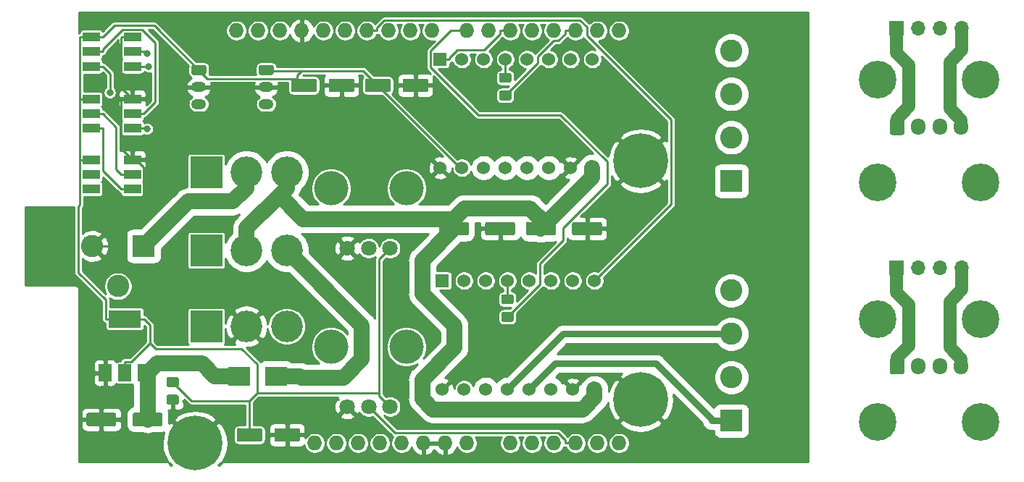
<source format=gtl>
%MOIN*%
%OFA0B0*%
%FSLAX46Y46*%
%IPPOS*%
%LPD*%
%ADD10C,0.17322834645669294*%
%ADD11C,0.027559055118110236*%
%ADD12O,0.066929133858267723X0.076771653543307089*%
%ADD13R,0.066929133858267723X0.066929133858267723*%
%ADD14O,0.066929133858267723X0.066929133858267723*%
%ADD15C,0.059055118110236227*%
%ADD26O,0.068X0.068*%
%ADD27R,0.060000000000000005X0.060000000000000005*%
%ADD28C,0.060000000000000005*%
%ADD29C,0.031496062992125991*%
%ADD30C,0.25196850393700793*%
%ADD31C,0.10236220472440946*%
%ADD32R,0.10236220472440946X0.10236220472440946*%
%ADD33O,0.068897637795275593X0.047244094488188976*%
%ADD34R,0.07874015748031496X0.043307086614173235*%
%ADD35C,0.070866141732283464*%
%ADD36C,0.15748031496062992*%
%ADD37C,0.1456692913385827*%
%ADD38R,0.1456692913385827X0.1456692913385827*%
%ADD39R,0.14960629921259844X0.07874015748031496*%
%ADD40R,0.059055118110236227X0.07874015748031496*%
%ADD41R,0.0984251968503937X0.0905511811023622*%
%ADD42C,0.031496062992125991*%
%ADD43C,0.072834645669291348*%
%ADD44C,0.00984251968503937*%
%ADD45C,0.029527559055118113*%
%ADD46C,0.059047244094488194*%
%ADD47C,0.01*%
%ADD48C,0.0039370078740157488*%
%ADD49C,0.17322834645669294*%
%ADD50C,0.027559055118110236*%
%ADD51O,0.066929133858267723X0.076771653543307089*%
%ADD52R,0.066929133858267723X0.066929133858267723*%
%ADD53O,0.066929133858267723X0.066929133858267723*%
%ADD54C,0.059055118110236227*%
G01*
D10*
X0000236220Y0004527559D02*
X0003937007Y0000738188D03*
D11*
X0004001968Y0000738188D03*
X0003982941Y0000692254D03*
X0003937007Y0000673228D03*
X0003891073Y0000692254D03*
X0003872047Y0000738188D03*
X0003891073Y0000784123D03*
X0003937007Y0000803149D03*
X0003982941Y0000784123D03*
X0004455382Y0000784123D03*
X0004409448Y0000803149D03*
X0004363514Y0000784123D03*
X0004344488Y0000738188D03*
X0004363514Y0000692254D03*
X0004409448Y0000673228D03*
X0004455382Y0000692254D03*
X0004474409Y0000738188D03*
D10*
X0004409448Y0000738188D03*
X0003937007Y0000265748D03*
D11*
X0004001968Y0000265748D03*
X0003982941Y0000219813D03*
X0003937007Y0000200787D03*
X0003891073Y0000219813D03*
X0003872047Y0000265748D03*
X0003891073Y0000311682D03*
X0003937007Y0000330708D03*
X0003982941Y0000311682D03*
X0004455382Y0000311682D03*
X0004409448Y0000330708D03*
X0004363514Y0000311682D03*
X0004344488Y0000265748D03*
X0004363514Y0000219813D03*
X0004409448Y0000200787D03*
X0004455382Y0000219813D03*
X0004474409Y0000265748D03*
D10*
X0004409448Y0000265748D03*
G36*
G01*
X0003991755Y0000494015D02*
X0003991755Y0000551102D01*
G75*
G02*
X0004001598Y0000560944I0000009842D01*
G01*
X0004048842Y0000560944D01*
G75*
G02*
X0004058685Y0000551102J-0000009842D01*
G01*
X0004058685Y0000494015D01*
G75*
G02*
X0004048842Y0000484173I-0000009842D01*
G01*
X0004001598Y0000484173D01*
G75*
G02*
X0003991755Y0000494015J0000009842D01*
G01*
G37*
D12*
X0004123645Y0000522559D03*
X0004222070Y0000522559D03*
X0004320496Y0000522559D03*
D13*
X0004023251Y0000974559D03*
D14*
X0004123251Y0000974559D03*
X0004223251Y0000974559D03*
X0004323251Y0000974559D03*
D15*
X0004025220Y0000560944D02*
X0004025220Y0000522559D01*
X0004078740Y0000614464D02*
X0004025220Y0000560944D01*
X0004078740Y0000806220D02*
X0004078740Y0000614464D01*
X0004023251Y0000861708D02*
X0004078740Y0000806220D01*
X0004023251Y0000974559D02*
X0004023251Y0000861708D01*
X0004267716Y0000607110D02*
X0004267716Y0000820055D01*
X0004320496Y0000522559D02*
X0004320496Y0000554330D01*
X0004320496Y0000554330D02*
X0004267716Y0000607110D01*
X0004323251Y0000875590D02*
X0004323251Y0000974559D01*
X0004267716Y0000820055D02*
X0004323251Y0000875590D01*
G04 next file*
G04 #@! TF.GenerationSoftware,KiCad,Pcbnew,5.1.9-73d0e3b20d~88~ubuntu18.04.1*
G04 #@! TF.CreationDate,2021-02-13T22:05:11-05:00*
G04 #@! TF.ProjectId,driver,64726976-6572-42e6-9b69-6361645f7063,v1.0.0*
G04 #@! TF.SameCoordinates,Original*
G04 #@! TF.FileFunction,Copper,L1,Top*
G04 #@! TF.FilePolarity,Positive*
G04 Gerber Fmt 4.6, Leading zero omitted, Abs format (unit mm)*
G04 Created by KiCad (PCBNEW 5.1.9-73d0e3b20d~88~ubuntu18.04.1) date 2021-02-13 22:05:11*
G01*
G04 APERTURE LIST*
G04 #@! TA.AperFunction,ComponentPad*
G04 #@! TD*
G04 #@! TA.AperFunction,ComponentPad*
G04 #@! TD*
G04 #@! TA.AperFunction,ComponentPad*
G04 #@! TD*
G04 #@! TA.AperFunction,ComponentPad*
G04 #@! TD*
G04 #@! TA.AperFunction,ComponentPad*
G04 #@! TD*
G04 #@! TA.AperFunction,ComponentPad*
G04 #@! TD*
G04 #@! TA.AperFunction,ComponentPad*
G04 #@! TD*
G04 #@! TA.AperFunction,ComponentPad*
G04 #@! TD*
G04 #@! TA.AperFunction,SMDPad,CuDef*
G04 #@! TD*
G04 #@! TA.AperFunction,ComponentPad*
G04 #@! TD*
G04 #@! TA.AperFunction,WasherPad*
G04 #@! TD*
G04 #@! TA.AperFunction,ComponentPad*
G04 #@! TD*
G04 #@! TA.AperFunction,ComponentPad*
G04 #@! TD*
G04 #@! TA.AperFunction,SMDPad,CuDef*
G04 #@! TD*
G04 #@! TA.AperFunction,SMDPad,CuDef*
G04 #@! TD*
G04 #@! TA.AperFunction,SMDPad,CuDef*
G04 #@! TD*
G04 #@! TA.AperFunction,ViaPad*
G04 #@! TD*
G04 #@! TA.AperFunction,Conductor*
G04 #@! TD*
G04 #@! TA.AperFunction,Conductor*
G04 #@! TD*
G04 #@! TA.AperFunction,Conductor*
G04 #@! TD*
G04 #@! TA.AperFunction,Conductor*
G04 #@! TD*
G04 #@! TA.AperFunction,Conductor*
G04 #@! TD*
G04 #@! TA.AperFunction,Conductor*
G04 #@! TD*
G04 APERTURE END LIST*
D26*
X-0004007000Y0005095319D02*
X0002745952Y0000167366D03*
X0002645952Y0000167366D03*
X0002545952Y0000167366D03*
X0002445952Y0000167366D03*
X0002345952Y0000167366D03*
X0001345952Y0000167366D03*
X0001585952Y0002067366D03*
X0001485952Y0002067366D03*
X0001385952Y0002067366D03*
X0001185952Y0002067366D03*
X0001085952Y0002067366D03*
X0000985952Y0002067366D03*
X0001685952Y0002067366D03*
X0001785952Y0002067366D03*
X0001885952Y0002067366D03*
X0001285952Y0002067366D03*
X0002045952Y0002067366D03*
X0002145952Y0002067366D03*
X0002245952Y0002067366D03*
X0002345952Y0002067366D03*
X0002445952Y0002067366D03*
X0002545952Y0002067366D03*
X0002645952Y0002067366D03*
X0002745952Y0002067366D03*
X0001445952Y0000167366D03*
X0001545952Y0000167366D03*
X0001645952Y0000167366D03*
X0001745952Y0000167366D03*
X0001845952Y0000167366D03*
X0001945952Y0000167366D03*
X0002045952Y0000167366D03*
X0002245952Y0000167366D03*
D27*
X0001932999Y0000915319D03*
D28*
X0002032999Y0000915319D03*
X0002132999Y0000915319D03*
X0002232999Y0000915319D03*
X0002332999Y0000915319D03*
X0002432999Y0000915319D03*
X0002532999Y0000915319D03*
X0002632999Y0000915319D03*
X0002632999Y0000415319D03*
X0002532999Y0000415319D03*
X0002432999Y0000415319D03*
X0002332999Y0000415319D03*
X0002232999Y0000415319D03*
X0002132999Y0000415319D03*
X0002032999Y0000415319D03*
X0001932999Y0000415319D03*
X0001922999Y0001435319D03*
X0002022999Y0001435319D03*
X0002122999Y0001435319D03*
X0002222999Y0001435319D03*
X0002322999Y0001435319D03*
X0002422999Y0001435319D03*
X0002522999Y0001435319D03*
X0002622999Y0001435319D03*
X0002622999Y0001935319D03*
X0002522999Y0001935319D03*
X0002422999Y0001935319D03*
X0002322999Y0001935319D03*
X0002222999Y0001935319D03*
X0002122999Y0001935319D03*
X0002022999Y0001935319D03*
D27*
X0001922999Y0001935319D03*
D26*
X0002245952Y0000167366D03*
X0002045952Y0000167366D03*
X0001945952Y0000167366D03*
X0001845952Y0000167366D03*
X0001745952Y0000167366D03*
X0001645952Y0000167366D03*
X0001545952Y0000167366D03*
X0001445952Y0000167366D03*
X0002745952Y0002067366D03*
X0002645952Y0002067366D03*
X0002545952Y0002067366D03*
X0002445952Y0002067366D03*
X0002345952Y0002067366D03*
X0002245952Y0002067366D03*
X0002145952Y0002067366D03*
X0002045952Y0002067366D03*
X0001285952Y0002067366D03*
X0001885952Y0002067366D03*
X0001785952Y0002067366D03*
X0001685952Y0002067366D03*
X0000985952Y0002067366D03*
X0001085952Y0002067366D03*
X0001185952Y0002067366D03*
X0001385952Y0002067366D03*
X0001485952Y0002067366D03*
X0001585952Y0002067366D03*
X0001345952Y0000167366D03*
X0002345952Y0000167366D03*
X0002445952Y0000167366D03*
X0002545952Y0000167366D03*
X0002645952Y0000167366D03*
X0002745952Y0000167366D03*
G04 #@! TA.AperFunction,SMDPad,CuDef*
G36*
G01*
X0001577330Y0001793665D02*
X0001577330Y0001836972D01*
G75*
G02*
X0001587173Y0001846815I0000009842D01*
G01*
X0001685598Y0001846815D01*
G75*
G02*
X0001695440Y0001836972J-0000009842D01*
G01*
X0001695440Y0001793665D01*
G75*
G02*
X0001685598Y0001783823I-0000009842D01*
G01*
X0001587173Y0001783823D01*
G75*
G02*
X0001577330Y0001793665J0000009842D01*
G01*
G37*
G04 #@! TD.AperFunction*
G04 #@! TA.AperFunction,SMDPad,CuDef*
G36*
G01*
X0001750558Y0001793665D02*
X0001750558Y0001836972D01*
G75*
G02*
X0001760401Y0001846815I0000009842D01*
G01*
X0001858826Y0001846815D01*
G75*
G02*
X0001868669Y0001836972J-0000009842D01*
G01*
X0001868669Y0001793665D01*
G75*
G02*
X0001858826Y0001783823I-0000009842D01*
G01*
X0001760401Y0001783823D01*
G75*
G02*
X0001750558Y0001793665J0000009842D01*
G01*
G37*
G04 #@! TD.AperFunction*
G04 #@! TA.AperFunction,SMDPad,CuDef*
G36*
G01*
X0001160558Y0000183665D02*
X0001160558Y0000226972D01*
G75*
G02*
X0001170401Y0000236815I0000009842D01*
G01*
X0001268826Y0000236815D01*
G75*
G02*
X0001278669Y0000226972J-0000009842D01*
G01*
X0001278669Y0000183665D01*
G75*
G02*
X0001268826Y0000173823I-0000009842D01*
G01*
X0001170401Y0000173823D01*
G75*
G02*
X0001160558Y0000183665J0000009842D01*
G01*
G37*
G04 #@! TD.AperFunction*
G04 #@! TA.AperFunction,SMDPad,CuDef*
G36*
G01*
X0000987330Y0000183665D02*
X0000987330Y0000226972D01*
G75*
G02*
X0000997173Y0000236815I0000009842D01*
G01*
X0001095598Y0000236815D01*
G75*
G02*
X0001105440Y0000226972J-0000009842D01*
G01*
X0001105440Y0000183665D01*
G75*
G02*
X0001095598Y0000173823I-0000009842D01*
G01*
X0000997173Y0000173823D01*
G75*
G02*
X0000987330Y0000183665J0000009842D01*
G01*
G37*
G04 #@! TD.AperFunction*
G04 #@! TA.AperFunction,SMDPad,CuDef*
G36*
G01*
X0000646188Y0000297957D02*
X0000646188Y0000254650D01*
G75*
G02*
X0000636346Y0000244807I-0000009842D01*
G01*
X0000518236Y0000244807D01*
G75*
G02*
X0000508393Y0000254650J0000009842D01*
G01*
X0000508393Y0000297957D01*
G75*
G02*
X0000518236Y0000307799I0000009842D01*
G01*
X0000636346Y0000307799D01*
G75*
G02*
X0000646188Y0000297957J-0000009842D01*
G01*
G37*
G04 #@! TD.AperFunction*
G04 #@! TA.AperFunction,SMDPad,CuDef*
G36*
G01*
X0000433590Y0000297957D02*
X0000433590Y0000254650D01*
G75*
G02*
X0000423747Y0000244807I-0000009842D01*
G01*
X0000305637Y0000244807D01*
G75*
G02*
X0000295795Y0000254650J0000009842D01*
G01*
X0000295795Y0000297957D01*
G75*
G02*
X0000305637Y0000307799I0000009842D01*
G01*
X0000423747Y0000307799D01*
G75*
G02*
X0000433590Y0000297957J-0000009842D01*
G01*
G37*
G04 #@! TD.AperFunction*
G04 #@! TA.AperFunction,SMDPad,CuDef*
G36*
G01*
X0001237330Y0001793665D02*
X0001237330Y0001836972D01*
G75*
G02*
X0001247173Y0001846815I0000009842D01*
G01*
X0001345598Y0001846815D01*
G75*
G02*
X0001355440Y0001836972J-0000009842D01*
G01*
X0001355440Y0001793665D01*
G75*
G02*
X0001345598Y0001783823I-0000009842D01*
G01*
X0001247173Y0001783823D01*
G75*
G02*
X0001237330Y0001793665J0000009842D01*
G01*
G37*
G04 #@! TD.AperFunction*
G04 #@! TA.AperFunction,SMDPad,CuDef*
G36*
G01*
X0001410558Y0001793665D02*
X0001410558Y0001836972D01*
G75*
G02*
X0001420401Y0001846815I0000009842D01*
G01*
X0001518826Y0001846815D01*
G75*
G02*
X0001528669Y0001836972J-0000009842D01*
G01*
X0001528669Y0001793665D01*
G75*
G02*
X0001518826Y0001783823I-0000009842D01*
G01*
X0001420401Y0001783823D01*
G75*
G02*
X0001410558Y0001793665J0000009842D01*
G01*
G37*
G04 #@! TD.AperFunction*
G04 #@! TA.AperFunction,SMDPad,CuDef*
G36*
G01*
X0002530401Y0001133665D02*
X0002530401Y0001176972D01*
G75*
G02*
X0002540244Y0001186815I0000009842D01*
G01*
X0002658354Y0001186815D01*
G75*
G02*
X0002668196Y0001176972J-0000009842D01*
G01*
X0002668196Y0001133665D01*
G75*
G02*
X0002658354Y0001123823I-0000009842D01*
G01*
X0002540244Y0001123823D01*
G75*
G02*
X0002530401Y0001133665J0000009842D01*
G01*
G37*
G04 #@! TD.AperFunction*
G04 #@! TA.AperFunction,SMDPad,CuDef*
G36*
G01*
X0002317803Y0001133665D02*
X0002317803Y0001176972D01*
G75*
G02*
X0002327645Y0001186815I0000009842D01*
G01*
X0002445755Y0001186815D01*
G75*
G02*
X0002455598Y0001176972J-0000009842D01*
G01*
X0002455598Y0001133665D01*
G75*
G02*
X0002445755Y0001123823I-0000009842D01*
G01*
X0002327645Y0001123823D01*
G75*
G02*
X0002317803Y0001133665J0000009842D01*
G01*
G37*
G04 #@! TD.AperFunction*
G04 #@! TA.AperFunction,SMDPad,CuDef*
G36*
G01*
X0001917803Y0001133665D02*
X0001917803Y0001176972D01*
G75*
G02*
X0001927645Y0001186815I0000009842D01*
G01*
X0002045755Y0001186815D01*
G75*
G02*
X0002055598Y0001176972J-0000009842D01*
G01*
X0002055598Y0001133665D01*
G75*
G02*
X0002045755Y0001123823I-0000009842D01*
G01*
X0001927645Y0001123823D01*
G75*
G02*
X0001917803Y0001133665J0000009842D01*
G01*
G37*
G04 #@! TD.AperFunction*
G04 #@! TA.AperFunction,SMDPad,CuDef*
G36*
G01*
X0002130401Y0001133665D02*
X0002130401Y0001176972D01*
G75*
G02*
X0002140244Y0001186815I0000009842D01*
G01*
X0002258354Y0001186815D01*
G75*
G02*
X0002268196Y0001176972J-0000009842D01*
G01*
X0002268196Y0001133665D01*
G75*
G02*
X0002258354Y0001123823I-0000009842D01*
G01*
X0002140244Y0001123823D01*
G75*
G02*
X0002130401Y0001133665J0000009842D01*
G01*
G37*
G04 #@! TD.AperFunction*
D29*
X0002912765Y0001534179D03*
X0002845952Y0001561854D03*
X0002779139Y0001534179D03*
X0002751464Y0001467366D03*
X0002779139Y0001400553D03*
X0002845952Y0001372878D03*
X0002912765Y0001400553D03*
X0002940440Y0001467366D03*
D30*
X0002845952Y0001467366D03*
X0000795952Y0000167366D03*
D29*
X0000890440Y0000167366D03*
X0000862765Y0000100553D03*
X0000795952Y0000072878D03*
X0000729139Y0000100553D03*
X0000701464Y0000167366D03*
X0000729139Y0000234179D03*
X0000795952Y0000261854D03*
X0000862765Y0000234179D03*
X0002912765Y0000434179D03*
X0002845952Y0000461854D03*
X0002779139Y0000434179D03*
X0002751464Y0000367366D03*
X0002779139Y0000300553D03*
X0002845952Y0000272878D03*
X0002912765Y0000300553D03*
X0002940440Y0000367366D03*
D30*
X0002845952Y0000367366D03*
D31*
X0003262999Y0001975319D03*
X0003262999Y0001775319D03*
X0003262999Y0001575319D03*
D32*
X0003262999Y0001375319D03*
X0003262999Y0000270319D03*
D31*
X0003262999Y0000470319D03*
X0003262999Y0000670319D03*
X0003262999Y0000870319D03*
D33*
X0000812999Y0001728839D03*
X0000812999Y0001807579D03*
G04 #@! TA.AperFunction,ComponentPad*
G36*
G01*
X0000788393Y0001909941D02*
X0000837606Y0001909941D01*
G75*
G02*
X0000847448Y0001900098J-0000009842D01*
G01*
X0000847448Y0001872539D01*
G75*
G02*
X0000837606Y0001862697I-0000009842D01*
G01*
X0000788393Y0001862697D01*
G75*
G02*
X0000778551Y0001872539J0000009842D01*
G01*
X0000778551Y0001900098D01*
G75*
G02*
X0000788393Y0001909941I0000009842D01*
G01*
G37*
G04 #@! TD.AperFunction*
G04 #@! TA.AperFunction,ComponentPad*
G36*
G01*
X0001098393Y0001909941D02*
X0001147606Y0001909941D01*
G75*
G02*
X0001157448Y0001900098J-0000009842D01*
G01*
X0001157448Y0001872539D01*
G75*
G02*
X0001147606Y0001862697I-0000009842D01*
G01*
X0001098393Y0001862697D01*
G75*
G02*
X0001088551Y0001872539J0000009842D01*
G01*
X0001088551Y0001900098D01*
G75*
G02*
X0001098393Y0001909941I0000009842D01*
G01*
G37*
G04 #@! TD.AperFunction*
X0001122999Y0001807579D03*
X0001122999Y0001728839D03*
D32*
X0000559220Y0001075319D03*
D31*
X0000322999Y0001075319D03*
X0000441110Y0000890280D03*
D34*
X0000507488Y0001903390D03*
X0000507488Y0001970319D03*
X0000507488Y0002037248D03*
X0000318511Y0002037248D03*
X0000318511Y0001970319D03*
X0000318511Y0001903390D03*
X0000318511Y0001618390D03*
X0000318511Y0001685319D03*
X0000318511Y0001752248D03*
X0000507488Y0001752248D03*
X0000507488Y0001685319D03*
X0000507488Y0001618390D03*
X0000507488Y0001338390D03*
X0000507488Y0001405319D03*
X0000507488Y0001472248D03*
X0000318511Y0001472248D03*
X0000318511Y0001405319D03*
X0000318511Y0001338390D03*
G04 #@! TA.AperFunction,SMDPad,CuDef*
G36*
G01*
X0002241700Y0001745496D02*
X0002204299Y0001745496D01*
G75*
G02*
X0002194456Y0001755339J0000009842D01*
G01*
X0002194456Y0001781913D01*
G75*
G02*
X0002204299Y0001791756I0000009842D01*
G01*
X0002241700Y0001791756D01*
G75*
G02*
X0002251543Y0001781913J-0000009842D01*
G01*
X0002251543Y0001755339D01*
G75*
G02*
X0002241700Y0001745496I-0000009842D01*
G01*
G37*
G04 #@! TD.AperFunction*
G04 #@! TA.AperFunction,SMDPad,CuDef*
G36*
G01*
X0002241700Y0001827189D02*
X0002204299Y0001827189D01*
G75*
G02*
X0002194456Y0001837031J0000009842D01*
G01*
X0002194456Y0001863606D01*
G75*
G02*
X0002204299Y0001873449I0000009842D01*
G01*
X0002241700Y0001873449D01*
G75*
G02*
X0002251543Y0001863606J-0000009842D01*
G01*
X0002251543Y0001837031D01*
G75*
G02*
X0002241700Y0001827189I-0000009842D01*
G01*
G37*
G04 #@! TD.AperFunction*
G04 #@! TA.AperFunction,SMDPad,CuDef*
G36*
G01*
X0002251700Y0000807209D02*
X0002214299Y0000807209D01*
G75*
G02*
X0002204456Y0000817051J0000009842D01*
G01*
X0002204456Y0000843626D01*
G75*
G02*
X0002214299Y0000853468I0000009842D01*
G01*
X0002251700Y0000853468D01*
G75*
G02*
X0002261543Y0000843626J-0000009842D01*
G01*
X0002261543Y0000817051D01*
G75*
G02*
X0002251700Y0000807209I-0000009842D01*
G01*
G37*
G04 #@! TD.AperFunction*
G04 #@! TA.AperFunction,SMDPad,CuDef*
G36*
G01*
X0002251700Y0000725516D02*
X0002214299Y0000725516D01*
G75*
G02*
X0002204456Y0000735358J0000009842D01*
G01*
X0002204456Y0000761933D01*
G75*
G02*
X0002214299Y0000771776I0000009842D01*
G01*
X0002251700Y0000771776D01*
G75*
G02*
X0002261543Y0000761933J-0000009842D01*
G01*
X0002261543Y0000735358D01*
G75*
G02*
X0002251700Y0000725516I-0000009842D01*
G01*
G37*
G04 #@! TD.AperFunction*
D35*
X0001496149Y0000335319D03*
X0001594574Y0000335319D03*
X0001692999Y0000335319D03*
D36*
X0001421346Y0000610909D03*
X0001767803Y0000610909D03*
X0001767803Y0001340909D03*
X0001421346Y0001340909D03*
D35*
X0001692999Y0001065319D03*
X0001594574Y0001065319D03*
X0001496149Y0001065319D03*
D37*
X0001032999Y0000705319D03*
D38*
X0000847960Y0000705319D03*
D37*
X0001218039Y0000705319D03*
X0001218039Y0001055319D03*
D38*
X0000847960Y0001055319D03*
D37*
X0001032999Y0001055319D03*
X0001032999Y0001415319D03*
D38*
X0000847960Y0001415319D03*
D37*
X0001218039Y0001415319D03*
D39*
X0000472999Y0000739335D03*
D40*
X0000472999Y0000491303D03*
X0000563551Y0000491303D03*
X0000382448Y0000491303D03*
G04 #@! TA.AperFunction,SMDPad,CuDef*
G36*
G01*
X0000674299Y0000472130D02*
X0000711700Y0000472130D01*
G75*
G02*
X0000721543Y0000462287J-0000009842D01*
G01*
X0000721543Y0000435713D01*
G75*
G02*
X0000711700Y0000425870I-0000009842D01*
G01*
X0000674299Y0000425870D01*
G75*
G02*
X0000664456Y0000435713J0000009842D01*
G01*
X0000664456Y0000462287D01*
G75*
G02*
X0000674299Y0000472130I0000009842D01*
G01*
G37*
G04 #@! TD.AperFunction*
G04 #@! TA.AperFunction,SMDPad,CuDef*
G36*
G01*
X0000674299Y0000390437D02*
X0000711700Y0000390437D01*
G75*
G02*
X0000721543Y0000380594J-0000009842D01*
G01*
X0000721543Y0000354020D01*
G75*
G02*
X0000711700Y0000344177I-0000009842D01*
G01*
X0000674299Y0000344177D01*
G75*
G02*
X0000664456Y0000354020J0000009842D01*
G01*
X0000664456Y0000380594D01*
G75*
G02*
X0000674299Y0000390437I0000009842D01*
G01*
G37*
G04 #@! TD.AperFunction*
D41*
X0000998354Y0000475319D03*
X0001167645Y0000475319D03*
D42*
X0000582999Y0001901307D03*
X0000574873Y0001961953D03*
X0000127999Y0000984319D03*
X0000136999Y0001170319D03*
X0002916999Y0002052319D03*
X0003464999Y0002129319D03*
X0003434999Y0000109319D03*
X0002983999Y0000214319D03*
X0001280999Y0000346319D03*
X0000307999Y0000109319D03*
X0001031999Y0000877319D03*
X0001582999Y0001648319D03*
X0000813999Y0002114319D03*
X0002308999Y0001349319D03*
X0002119999Y0000620319D03*
X0002831999Y0000943319D03*
X0000654999Y0000639319D03*
X0003299999Y0001124319D03*
X0000404141Y0001782858D03*
X0000574873Y0001615102D03*
D43*
X0001986700Y0001200146D02*
X0001292870Y0001200146D01*
X0001292870Y0001200146D02*
X0001183846Y0001309169D01*
X0002408870Y0001177488D02*
X0002337106Y0001249252D01*
X0002337106Y0001249252D02*
X0002035807Y0001249252D01*
X0002035807Y0001249252D02*
X0001986700Y0001200146D01*
X0001986700Y0001200146D02*
X0001986700Y0001155319D01*
X0001183846Y0001309169D02*
X0001032999Y0001158323D01*
X0001032999Y0001158323D02*
X0001032999Y0001055319D01*
X0001218039Y0001415319D02*
X0001218039Y0001343362D01*
X0001218039Y0001343362D02*
X0001183846Y0001309169D01*
X0002408870Y0001177488D02*
X0002622999Y0001391618D01*
X0002622999Y0001391618D02*
X0002622999Y0001435319D01*
X0002386700Y0001155319D02*
X0002408870Y0001177488D01*
X0001986700Y0001155319D02*
X0001840992Y0001009610D01*
X0001840992Y0001009610D02*
X0001840992Y0000855161D01*
X0001840992Y0000855161D02*
X0001988826Y0000707327D01*
X0001988826Y0000707327D02*
X0001988826Y0000607327D01*
X0001988826Y0000607327D02*
X0001840992Y0000459492D01*
X0001840992Y0000459492D02*
X0001840992Y0000371146D01*
X0001840992Y0000371146D02*
X0001888826Y0000323311D01*
X0001888826Y0000323311D02*
X0002577173Y0000323311D01*
X0002577173Y0000323311D02*
X0002632999Y0000379138D01*
X0002632999Y0000379138D02*
X0002632999Y0000415319D01*
D44*
X0000507488Y0001903390D02*
X0000559665Y0001903390D01*
X0000559665Y0001903390D02*
X0000561747Y0001901307D01*
X0000561747Y0001901307D02*
X0000582999Y0001901307D01*
X0000507488Y0001970319D02*
X0000566507Y0001970319D01*
X0000566507Y0001970319D02*
X0000574873Y0001961953D01*
X0000322999Y0001075319D02*
X0000395362Y0001075319D01*
X0000395362Y0001075319D02*
X0000559653Y0001239591D01*
X0000559653Y0001239591D02*
X0000559653Y0001437209D01*
X0000559653Y0001437209D02*
X0000524614Y0001472248D01*
X0000524614Y0001472248D02*
X0000507488Y0001472248D01*
X0000507488Y0001752248D02*
X0000458275Y0001752248D01*
X0000458275Y0001752248D02*
X0000455322Y0001749295D01*
X0000455322Y0001749295D02*
X0000455322Y0001524413D01*
X0000455322Y0001524413D02*
X0000507488Y0001472248D01*
X0000507488Y0002037248D02*
X0000458275Y0002037248D01*
X0000458275Y0002037248D02*
X0000455322Y0002034295D01*
X0000455322Y0002034295D02*
X0000455322Y0001804413D01*
X0000455322Y0001804413D02*
X0000507488Y0001752248D01*
X0000318511Y0002037248D02*
X0000370688Y0002037248D01*
X0000832744Y0001866567D02*
X0000608149Y0002091161D01*
X0000608149Y0002091161D02*
X0000424602Y0002091161D01*
X0000424602Y0002091161D02*
X0000370688Y0002037248D01*
X0000832744Y0001866567D02*
X0000812999Y0001886319D01*
X0001264889Y0001846815D02*
X0000852488Y0001846815D01*
X0000852488Y0001846815D02*
X0000832744Y0001866567D01*
X0001636385Y0001815319D02*
X0002016385Y0001435319D01*
X0002016385Y0001435319D02*
X0002022999Y0001435319D01*
X0001636385Y0001815319D02*
X0001569456Y0001882248D01*
X0001569456Y0001882248D02*
X0001283988Y0001882248D01*
X0000472999Y0000739335D02*
X0000385389Y0000739335D01*
X0000266334Y0001472248D02*
X0000266334Y0001266441D01*
X0000266334Y0001266441D02*
X0000259007Y0001259114D01*
X0000259007Y0001259114D02*
X0000259007Y0000953327D01*
X0000259007Y0000953327D02*
X0000385389Y0000826945D01*
X0000385389Y0000826945D02*
X0000385389Y0000739335D01*
X0000270767Y0001472248D02*
X0000266334Y0001472248D01*
X0000318511Y0001472248D02*
X0000270767Y0001472248D01*
X0001046385Y0000362480D02*
X0001046385Y0000205319D01*
X0001080925Y0000397020D02*
X0001046385Y0000362480D01*
X0000692999Y0000449000D02*
X0000779519Y0000362480D01*
X0000779519Y0000362480D02*
X0001046385Y0000362480D01*
X0001080925Y0000397020D02*
X0001642669Y0000397020D01*
X0000588173Y0000628543D02*
X0000614078Y0000602638D01*
X0000614078Y0000602638D02*
X0001008850Y0000602638D01*
X0001008850Y0000602638D02*
X0001080925Y0000530563D01*
X0001080925Y0000530563D02*
X0001080925Y0000397020D01*
X0000588173Y0000628543D02*
X0000503110Y0000543480D01*
X0000503110Y0000543480D02*
X0000472999Y0000543480D01*
X0001642669Y0000397020D02*
X0001642669Y0001014988D01*
X0001642669Y0001014988D02*
X0001692999Y0001065319D01*
X0001692999Y0000335319D02*
X0001642669Y0000385650D01*
X0001642669Y0000385650D02*
X0001642669Y0000397020D01*
X0000472999Y0000491303D02*
X0000472999Y0000543480D01*
X0000588173Y0000628543D02*
X0000588173Y0000711772D01*
X0000588173Y0000711772D02*
X0000560610Y0000739335D01*
X0000472999Y0000739335D02*
X0000560610Y0000739335D01*
X0000292425Y0002037248D02*
X0000318511Y0002037248D01*
X0000292425Y0002037248D02*
X0000266334Y0002037248D01*
X0000266334Y0001472248D02*
X0000266334Y0001752248D01*
X0000318511Y0001752248D02*
X0000266334Y0001752248D01*
X0000266334Y0001752248D02*
X0000266334Y0002037248D01*
X0001296385Y0001815319D02*
X0001264889Y0001846815D01*
X0001283988Y0001882248D02*
X0001264889Y0001863150D01*
X0001264889Y0001863150D02*
X0001264889Y0001846815D01*
X0001283988Y0001882248D02*
X0001127055Y0001882248D01*
X0001127055Y0001882248D02*
X0001122999Y0001886319D01*
X0002545952Y0000167366D02*
X0002499145Y0000167366D01*
X0001594574Y0000335319D02*
X0001715720Y0000214173D01*
X0001715720Y0000214173D02*
X0002466968Y0000214173D01*
X0002466968Y0000214173D02*
X0002499145Y0000181996D01*
X0002499145Y0000181996D02*
X0002499145Y0000167366D01*
X0002222999Y0001850319D02*
X0002222999Y0001935319D01*
X0001922999Y0001935319D02*
X0001965807Y0001935319D01*
X0002245952Y0002067366D02*
X0002199145Y0002067366D01*
X0002199145Y0002067366D02*
X0002199145Y0002052736D01*
X0002199145Y0002052736D02*
X0002124535Y0001978126D01*
X0002124535Y0001978126D02*
X0002003259Y0001978126D01*
X0002003259Y0001978126D02*
X0001965807Y0001940673D01*
X0001965807Y0001940673D02*
X0001965807Y0001935319D01*
X0002232999Y0000830339D02*
X0002232999Y0000915319D01*
X0001585952Y0002067366D02*
X0001632759Y0002067366D01*
X0001632759Y0002067366D02*
X0001632759Y0002081992D01*
X0001632759Y0002081992D02*
X0001665421Y0002114654D01*
X0001665421Y0002114654D02*
X0002566929Y0002114654D01*
X0002566929Y0002114654D02*
X0002597929Y0002083654D01*
X0002597929Y0002083654D02*
X0002597929Y0002044898D01*
X0002597929Y0002044898D02*
X0002984870Y0001657957D01*
X0002984870Y0001657957D02*
X0002984870Y0001267189D01*
X0002984870Y0001267189D02*
X0002632999Y0000915319D01*
X0002545952Y0002067366D02*
X0002499145Y0002067366D01*
X0002222999Y0001768626D02*
X0002372999Y0001918626D01*
X0002372999Y0001918626D02*
X0002372999Y0001947067D01*
X0002372999Y0001947067D02*
X0002446492Y0002020559D01*
X0002446492Y0002020559D02*
X0002466968Y0002020559D01*
X0002466968Y0002020559D02*
X0002499145Y0002052736D01*
X0002499145Y0002052736D02*
X0002499145Y0002067366D01*
X0002232999Y0000748646D02*
X0002382999Y0000898646D01*
X0002382999Y0000898646D02*
X0002382999Y0000994842D01*
X0002382999Y0000994842D02*
X0002488409Y0001100252D01*
X0002488409Y0001100252D02*
X0002488409Y0001158142D01*
X0002488409Y0001158142D02*
X0002690972Y0001360705D01*
X0002690972Y0001360705D02*
X0002690972Y0001464299D01*
X0002690972Y0001464299D02*
X0002476007Y0001679264D01*
X0002476007Y0001679264D02*
X0002098118Y0001679264D01*
X0002098118Y0001679264D02*
X0001880188Y0001897193D01*
X0001880188Y0001897193D02*
X0001880188Y0001973776D01*
X0001880188Y0001973776D02*
X0001973779Y0002067366D01*
X0001973779Y0002067366D02*
X0002045952Y0002067366D01*
X0000559665Y0001685319D02*
X0000611555Y0001737209D01*
X0000611555Y0001737209D02*
X0000611555Y0002012878D01*
X0000611555Y0002012878D02*
X0000552720Y0002071713D01*
X0000552720Y0002071713D02*
X0000462208Y0002071713D01*
X0000462208Y0002071713D02*
X0000370688Y0001980193D01*
X0000370688Y0001980193D02*
X0000370688Y0001970319D01*
X0000318511Y0001970319D02*
X0000370688Y0001970319D01*
X0000507488Y0001685319D02*
X0000559665Y0001685319D01*
X0000318511Y0001903390D02*
X0000370688Y0001903390D01*
X0000404141Y0001782858D02*
X0000404141Y0001869937D01*
X0000404141Y0001869937D02*
X0000370688Y0001903390D01*
X0000507488Y0001618390D02*
X0000571586Y0001618390D01*
X0000571586Y0001618390D02*
X0000574873Y0001615102D01*
X0000507488Y0001338390D02*
X0000455310Y0001338390D01*
X0000318511Y0001618390D02*
X0000370688Y0001618390D01*
X0000370688Y0001618390D02*
X0000370688Y0001423012D01*
X0000370688Y0001423012D02*
X0000455310Y0001338390D01*
X0000318511Y0001685319D02*
X0000370688Y0001685319D01*
X0000507488Y0001405319D02*
X0000455310Y0001405319D01*
X0000455310Y0001405319D02*
X0000432870Y0001427760D01*
X0000432870Y0001427760D02*
X0000432870Y0001623138D01*
X0000432870Y0001623138D02*
X0000370688Y0001685319D01*
D45*
X0003262999Y0000270319D02*
X0003171452Y0000270319D01*
X0003171452Y0000270319D02*
X0003171452Y0000278902D01*
X0003171452Y0000278902D02*
X0002915618Y0000534736D01*
X0002915618Y0000534736D02*
X0002452417Y0000534736D01*
X0002452417Y0000534736D02*
X0002332999Y0000415319D01*
X0003262999Y0000670319D02*
X0002487999Y0000670319D01*
X0002487999Y0000670319D02*
X0002232999Y0000415319D01*
D43*
X0000577291Y0000491303D02*
X0000620932Y0000534945D01*
X0000620932Y0000534945D02*
X0000827495Y0000534945D01*
X0000827495Y0000534945D02*
X0000887121Y0000475319D01*
D46*
X0000577291Y0000491303D02*
X0000563551Y0000491303D01*
D43*
X0000998354Y0000475319D02*
X0000887121Y0000475319D01*
X0000577291Y0000491303D02*
X0000577291Y0000276303D01*
X0001167645Y0000475319D02*
X0001278877Y0000475319D01*
X0001278877Y0000475319D02*
X0001285074Y0000469122D01*
X0001285074Y0000469122D02*
X0001478696Y0000469122D01*
X0001478696Y0000469122D02*
X0001563385Y0000553811D01*
X0001563385Y0000553811D02*
X0001563385Y0000709972D01*
X0001563385Y0000709972D02*
X0001218039Y0001055319D01*
X0000559220Y0001075319D02*
X0000764377Y0001280476D01*
X0000764377Y0001280476D02*
X0000970401Y0001280476D01*
X0000970401Y0001280476D02*
X0001032999Y0001343075D01*
X0001032999Y0001343075D02*
X0001032999Y0001415319D01*
D47*
X0000239086Y0000954305D02*
X0000238990Y0000953327D01*
X0000239374Y0000949422D01*
X0000240513Y0000945666D01*
X0000240513Y0000945666D01*
X0000242363Y0000942206D01*
X0000244853Y0000939172D01*
X0000245613Y0000938548D01*
X0000365468Y0000818693D01*
X0000365468Y0000740314D01*
X0000365372Y0000739335D01*
X0000365756Y0000735429D01*
X0000366895Y0000731674D01*
X0000368745Y0000728213D01*
X0000371235Y0000725180D01*
X0000374268Y0000722691D01*
X0000377729Y0000720841D01*
X0000381484Y0000719702D01*
X0000383124Y0000719540D01*
X0000383124Y0000699965D01*
X0000383413Y0000697024D01*
X0000384271Y0000694197D01*
X0000385664Y0000691591D01*
X0000387538Y0000689307D01*
X0000389822Y0000687432D01*
X0000392428Y0000686039D01*
X0000395256Y0000685182D01*
X0000398196Y0000684892D01*
X0000547803Y0000684892D01*
X0000550743Y0000685182D01*
X0000553571Y0000686039D01*
X0000556176Y0000687432D01*
X0000558460Y0000689307D01*
X0000560335Y0000691591D01*
X0000561728Y0000694197D01*
X0000562586Y0000697024D01*
X0000562875Y0000699965D01*
X0000562875Y0000708896D01*
X0000568251Y0000703520D01*
X0000568251Y0000636795D01*
X0000494858Y0000563402D01*
X0000473978Y0000563402D01*
X0000472999Y0000563498D01*
X0000472021Y0000563402D01*
X0000469094Y0000563113D01*
X0000465339Y0000561974D01*
X0000461878Y0000560124D01*
X0000458845Y0000557635D01*
X0000456355Y0000554602D01*
X0000454506Y0000551141D01*
X0000453366Y0000547386D01*
X0000453205Y0000545746D01*
X0000443472Y0000545746D01*
X0000440531Y0000545456D01*
X0000437704Y0000544598D01*
X0000435098Y0000543206D01*
X0000434074Y0000542365D01*
X0000432863Y0000544630D01*
X0000429739Y0000548436D01*
X0000425932Y0000551560D01*
X0000421589Y0000553882D01*
X0000416877Y0000555311D01*
X0000411976Y0000555794D01*
X0000393698Y0000555673D01*
X0000387448Y0000549423D01*
X0000387448Y0000496303D01*
X0000388236Y0000496303D01*
X0000388236Y0000486303D01*
X0000387448Y0000486303D01*
X0000387448Y0000433183D01*
X0000393698Y0000426933D01*
X0000411976Y0000426812D01*
X0000416877Y0000427295D01*
X0000421589Y0000428724D01*
X0000425932Y0000431046D01*
X0000429739Y0000434170D01*
X0000432863Y0000437977D01*
X0000434074Y0000440241D01*
X0000435098Y0000439401D01*
X0000437704Y0000438008D01*
X0000440531Y0000437150D01*
X0000443472Y0000436860D01*
X0000502527Y0000436860D01*
X0000505467Y0000437150D01*
X0000506991Y0000437612D01*
X0000508465Y0000434856D01*
X0000510283Y0000432640D01*
X0000510283Y0000337747D01*
X0000502706Y0000335449D01*
X0000495690Y0000331699D01*
X0000489540Y0000326652D01*
X0000484494Y0000320502D01*
X0000480744Y0000313486D01*
X0000478434Y0000305874D01*
X0000477655Y0000297957D01*
X0000477655Y0000254650D01*
X0000478434Y0000246733D01*
X0000480744Y0000239120D01*
X0000484494Y0000232104D01*
X0000489540Y0000225954D01*
X0000495690Y0000220908D01*
X0000502706Y0000217158D01*
X0000510319Y0000214848D01*
X0000518236Y0000214069D01*
X0000551616Y0000214069D01*
X0000564155Y0000210265D01*
X0000577291Y0000208971D01*
X0000590427Y0000210265D01*
X0000602966Y0000214069D01*
X0000636346Y0000214069D01*
X0000644263Y0000214848D01*
X0000651876Y0000217158D01*
X0000653603Y0000218081D01*
X0000647342Y0000197902D01*
X0000644240Y0000168323D01*
X0000646969Y0000138707D01*
X0000655423Y0000110193D01*
X0000669277Y0000083875D01*
X0000670340Y0000082284D01*
X0000689618Y0000068103D01*
X0000685533Y0000064018D01*
X0000683822Y0000065559D01*
X0000673984Y0000077480D01*
X0000673002Y0000078676D01*
X0000670568Y0000080674D01*
X0000669166Y0000081423D01*
X0000669166Y0000081423D01*
X0000669166Y0000081423D01*
X0000667792Y0000082158D01*
X0000666283Y0000082615D01*
X0000666283Y0000082615D01*
X0000666283Y0000082616D01*
X0000664779Y0000083072D01*
X0000662430Y0000083303D01*
X0000261984Y0000083303D01*
X0000261984Y0000244807D01*
X0000270674Y0000244807D01*
X0000271156Y0000239906D01*
X0000272586Y0000235194D01*
X0000274907Y0000230851D01*
X0000278032Y0000227044D01*
X0000281838Y0000223920D01*
X0000286181Y0000221598D01*
X0000290894Y0000220169D01*
X0000295795Y0000219686D01*
X0000353442Y0000219807D01*
X0000359692Y0000226057D01*
X0000359692Y0000271303D01*
X0000369692Y0000271303D01*
X0000369692Y0000226057D01*
X0000375942Y0000219807D01*
X0000433590Y0000219686D01*
X0000438491Y0000220169D01*
X0000443203Y0000221598D01*
X0000447546Y0000223920D01*
X0000451353Y0000227044D01*
X0000454477Y0000230851D01*
X0000456799Y0000235194D01*
X0000458228Y0000239906D01*
X0000458711Y0000244807D01*
X0000458590Y0000265053D01*
X0000452340Y0000271303D01*
X0000369692Y0000271303D01*
X0000359692Y0000271303D01*
X0000277045Y0000271303D01*
X0000270795Y0000265053D01*
X0000270674Y0000244807D01*
X0000261984Y0000244807D01*
X0000261984Y0000307799D01*
X0000270674Y0000307799D01*
X0000270795Y0000287553D01*
X0000277045Y0000281303D01*
X0000359692Y0000281303D01*
X0000359692Y0000326549D01*
X0000369692Y0000326549D01*
X0000369692Y0000281303D01*
X0000452340Y0000281303D01*
X0000458590Y0000287553D01*
X0000458711Y0000307799D01*
X0000458228Y0000312700D01*
X0000456799Y0000317413D01*
X0000454477Y0000321756D01*
X0000451353Y0000325562D01*
X0000447546Y0000328686D01*
X0000443203Y0000331008D01*
X0000438491Y0000332437D01*
X0000433590Y0000332920D01*
X0000375942Y0000332799D01*
X0000369692Y0000326549D01*
X0000359692Y0000326549D01*
X0000353442Y0000332799D01*
X0000295795Y0000332920D01*
X0000290894Y0000332437D01*
X0000286181Y0000331008D01*
X0000281838Y0000328686D01*
X0000278032Y0000325562D01*
X0000274907Y0000321756D01*
X0000272586Y0000317413D01*
X0000271156Y0000312700D01*
X0000270674Y0000307799D01*
X0000261984Y0000307799D01*
X0000261984Y0000451933D01*
X0000327800Y0000451933D01*
X0000328282Y0000447032D01*
X0000329712Y0000442320D01*
X0000332033Y0000437977D01*
X0000335157Y0000434170D01*
X0000338964Y0000431046D01*
X0000343307Y0000428724D01*
X0000348020Y0000427295D01*
X0000352921Y0000426812D01*
X0000371198Y0000426933D01*
X0000377448Y0000433183D01*
X0000377448Y0000486303D01*
X0000334171Y0000486303D01*
X0000327921Y0000480053D01*
X0000327800Y0000451933D01*
X0000261984Y0000451933D01*
X0000261984Y0000530673D01*
X0000327800Y0000530673D01*
X0000327921Y0000502553D01*
X0000334171Y0000496303D01*
X0000377448Y0000496303D01*
X0000377448Y0000549423D01*
X0000371198Y0000555673D01*
X0000352921Y0000555794D01*
X0000348020Y0000555311D01*
X0000343307Y0000553882D01*
X0000338964Y0000551560D01*
X0000335157Y0000548436D01*
X0000332033Y0000544630D01*
X0000329712Y0000540287D01*
X0000328282Y0000535574D01*
X0000327800Y0000530673D01*
X0000261984Y0000530673D01*
X0000261984Y0000877534D01*
X0000262061Y0000878319D01*
X0000261752Y0000881452D01*
X0000260838Y0000884465D01*
X0000259354Y0000887242D01*
X0000257357Y0000889676D01*
X0000254923Y0000891674D01*
X0000252146Y0000893158D01*
X0000249133Y0000894072D01*
X0000246785Y0000894303D01*
X0000245999Y0000894380D01*
X0000245214Y0000894303D01*
X0000015984Y0000894303D01*
X0000015984Y0001256335D01*
X0000239086Y0001256335D01*
X0000239086Y0000954305D01*
G04 #@! TA.AperFunction,Conductor*
D48*
G36*
X0000239086Y0000954305D02*
G01*
X0000238990Y0000953327D01*
X0000239374Y0000949422D01*
X0000240513Y0000945666D01*
X0000240513Y0000945666D01*
X0000242363Y0000942206D01*
X0000244853Y0000939172D01*
X0000245613Y0000938548D01*
X0000365468Y0000818693D01*
X0000365468Y0000740314D01*
X0000365372Y0000739335D01*
X0000365756Y0000735429D01*
X0000366895Y0000731674D01*
X0000368745Y0000728213D01*
X0000371235Y0000725180D01*
X0000374268Y0000722691D01*
X0000377729Y0000720841D01*
X0000381484Y0000719702D01*
X0000383124Y0000719540D01*
X0000383124Y0000699965D01*
X0000383413Y0000697024D01*
X0000384271Y0000694197D01*
X0000385664Y0000691591D01*
X0000387538Y0000689307D01*
X0000389822Y0000687432D01*
X0000392428Y0000686039D01*
X0000395256Y0000685182D01*
X0000398196Y0000684892D01*
X0000547803Y0000684892D01*
X0000550743Y0000685182D01*
X0000553571Y0000686039D01*
X0000556176Y0000687432D01*
X0000558460Y0000689307D01*
X0000560335Y0000691591D01*
X0000561728Y0000694197D01*
X0000562586Y0000697024D01*
X0000562875Y0000699965D01*
X0000562875Y0000708896D01*
X0000568251Y0000703520D01*
X0000568251Y0000636795D01*
X0000494858Y0000563402D01*
X0000473978Y0000563402D01*
X0000472999Y0000563498D01*
X0000472021Y0000563402D01*
X0000469094Y0000563113D01*
X0000465339Y0000561974D01*
X0000461878Y0000560124D01*
X0000458845Y0000557635D01*
X0000456355Y0000554602D01*
X0000454506Y0000551141D01*
X0000453366Y0000547386D01*
X0000453205Y0000545746D01*
X0000443472Y0000545746D01*
X0000440531Y0000545456D01*
X0000437704Y0000544598D01*
X0000435098Y0000543206D01*
X0000434074Y0000542365D01*
X0000432863Y0000544630D01*
X0000429739Y0000548436D01*
X0000425932Y0000551560D01*
X0000421589Y0000553882D01*
X0000416877Y0000555311D01*
X0000411976Y0000555794D01*
X0000393698Y0000555673D01*
X0000387448Y0000549423D01*
X0000387448Y0000496303D01*
X0000388236Y0000496303D01*
X0000388236Y0000486303D01*
X0000387448Y0000486303D01*
X0000387448Y0000433183D01*
X0000393698Y0000426933D01*
X0000411976Y0000426812D01*
X0000416877Y0000427295D01*
X0000421589Y0000428724D01*
X0000425932Y0000431046D01*
X0000429739Y0000434170D01*
X0000432863Y0000437977D01*
X0000434074Y0000440241D01*
X0000435098Y0000439401D01*
X0000437704Y0000438008D01*
X0000440531Y0000437150D01*
X0000443472Y0000436860D01*
X0000502527Y0000436860D01*
X0000505467Y0000437150D01*
X0000506991Y0000437612D01*
X0000508465Y0000434856D01*
X0000510283Y0000432640D01*
X0000510283Y0000337747D01*
X0000502706Y0000335449D01*
X0000495690Y0000331699D01*
X0000489540Y0000326652D01*
X0000484494Y0000320502D01*
X0000480744Y0000313486D01*
X0000478434Y0000305874D01*
X0000477655Y0000297957D01*
X0000477655Y0000254650D01*
X0000478434Y0000246733D01*
X0000480744Y0000239120D01*
X0000484494Y0000232104D01*
X0000489540Y0000225954D01*
X0000495690Y0000220908D01*
X0000502706Y0000217158D01*
X0000510319Y0000214848D01*
X0000518236Y0000214069D01*
X0000551616Y0000214069D01*
X0000564155Y0000210265D01*
X0000577291Y0000208971D01*
X0000590427Y0000210265D01*
X0000602966Y0000214069D01*
X0000636346Y0000214069D01*
X0000644263Y0000214848D01*
X0000651876Y0000217158D01*
X0000653603Y0000218081D01*
X0000647342Y0000197902D01*
X0000644240Y0000168323D01*
X0000646969Y0000138707D01*
X0000655423Y0000110193D01*
X0000669277Y0000083875D01*
X0000670340Y0000082284D01*
X0000689618Y0000068103D01*
X0000685533Y0000064018D01*
X0000683822Y0000065559D01*
X0000673984Y0000077480D01*
X0000673002Y0000078676D01*
X0000670568Y0000080674D01*
X0000669166Y0000081423D01*
X0000669166Y0000081423D01*
X0000669166Y0000081423D01*
X0000667792Y0000082158D01*
X0000666283Y0000082615D01*
X0000666283Y0000082615D01*
X0000666283Y0000082616D01*
X0000664779Y0000083072D01*
X0000662430Y0000083303D01*
X0000261984Y0000083303D01*
X0000261984Y0000244807D01*
X0000270674Y0000244807D01*
X0000271156Y0000239906D01*
X0000272586Y0000235194D01*
X0000274907Y0000230851D01*
X0000278032Y0000227044D01*
X0000281838Y0000223920D01*
X0000286181Y0000221598D01*
X0000290894Y0000220169D01*
X0000295795Y0000219686D01*
X0000353442Y0000219807D01*
X0000359692Y0000226057D01*
X0000359692Y0000271303D01*
X0000369692Y0000271303D01*
X0000369692Y0000226057D01*
X0000375942Y0000219807D01*
X0000433590Y0000219686D01*
X0000438491Y0000220169D01*
X0000443203Y0000221598D01*
X0000447546Y0000223920D01*
X0000451353Y0000227044D01*
X0000454477Y0000230851D01*
X0000456799Y0000235194D01*
X0000458228Y0000239906D01*
X0000458711Y0000244807D01*
X0000458590Y0000265053D01*
X0000452340Y0000271303D01*
X0000369692Y0000271303D01*
X0000359692Y0000271303D01*
X0000277045Y0000271303D01*
X0000270795Y0000265053D01*
X0000270674Y0000244807D01*
X0000261984Y0000244807D01*
X0000261984Y0000307799D01*
X0000270674Y0000307799D01*
X0000270795Y0000287553D01*
X0000277045Y0000281303D01*
X0000359692Y0000281303D01*
X0000359692Y0000326549D01*
X0000369692Y0000326549D01*
X0000369692Y0000281303D01*
X0000452340Y0000281303D01*
X0000458590Y0000287553D01*
X0000458711Y0000307799D01*
X0000458228Y0000312700D01*
X0000456799Y0000317413D01*
X0000454477Y0000321756D01*
X0000451353Y0000325562D01*
X0000447546Y0000328686D01*
X0000443203Y0000331008D01*
X0000438491Y0000332437D01*
X0000433590Y0000332920D01*
X0000375942Y0000332799D01*
X0000369692Y0000326549D01*
X0000359692Y0000326549D01*
X0000353442Y0000332799D01*
X0000295795Y0000332920D01*
X0000290894Y0000332437D01*
X0000286181Y0000331008D01*
X0000281838Y0000328686D01*
X0000278032Y0000325562D01*
X0000274907Y0000321756D01*
X0000272586Y0000317413D01*
X0000271156Y0000312700D01*
X0000270674Y0000307799D01*
X0000261984Y0000307799D01*
X0000261984Y0000451933D01*
X0000327800Y0000451933D01*
X0000328282Y0000447032D01*
X0000329712Y0000442320D01*
X0000332033Y0000437977D01*
X0000335157Y0000434170D01*
X0000338964Y0000431046D01*
X0000343307Y0000428724D01*
X0000348020Y0000427295D01*
X0000352921Y0000426812D01*
X0000371198Y0000426933D01*
X0000377448Y0000433183D01*
X0000377448Y0000486303D01*
X0000334171Y0000486303D01*
X0000327921Y0000480053D01*
X0000327800Y0000451933D01*
X0000261984Y0000451933D01*
X0000261984Y0000530673D01*
X0000327800Y0000530673D01*
X0000327921Y0000502553D01*
X0000334171Y0000496303D01*
X0000377448Y0000496303D01*
X0000377448Y0000549423D01*
X0000371198Y0000555673D01*
X0000352921Y0000555794D01*
X0000348020Y0000555311D01*
X0000343307Y0000553882D01*
X0000338964Y0000551560D01*
X0000335157Y0000548436D01*
X0000332033Y0000544630D01*
X0000329712Y0000540287D01*
X0000328282Y0000535574D01*
X0000327800Y0000530673D01*
X0000261984Y0000530673D01*
X0000261984Y0000877534D01*
X0000262061Y0000878319D01*
X0000261752Y0000881452D01*
X0000260838Y0000884465D01*
X0000259354Y0000887242D01*
X0000257357Y0000889676D01*
X0000254923Y0000891674D01*
X0000252146Y0000893158D01*
X0000249133Y0000894072D01*
X0000246785Y0000894303D01*
X0000245999Y0000894380D01*
X0000245214Y0000894303D01*
X0000015984Y0000894303D01*
X0000015984Y0001256335D01*
X0000239086Y0001256335D01*
X0000239086Y0000954305D01*
G37*
G04 #@! TD.AperFunction*
D47*
X0003617015Y0000083303D02*
X0002845783Y0000083303D01*
X0002845782Y0000083303D01*
X0002845073Y0000083303D01*
X0002844214Y0000083303D01*
X0002844213Y0000083303D01*
X0000961156Y0000082989D01*
X0000929240Y0000082989D01*
X0000926891Y0000082758D01*
X0000923878Y0000081844D01*
X0000921101Y0000080359D01*
X0000918667Y0000078362D01*
X0000917938Y0000077474D01*
X0000905992Y0000064398D01*
X0000902286Y0000068103D01*
X0000921564Y0000082284D01*
X0000935749Y0000108424D01*
X0000944562Y0000136830D01*
X0000947664Y0000166409D01*
X0000944936Y0000196025D01*
X0000936482Y0000224540D01*
X0000922628Y0000250857D01*
X0000921564Y0000252448D01*
X0000902286Y0000266629D01*
X0000862209Y0000226551D01*
X0000855138Y0000233623D01*
X0000895215Y0000273700D01*
X0000881034Y0000292978D01*
X0000854894Y0000307163D01*
X0000826488Y0000315976D01*
X0000796909Y0000319078D01*
X0000767293Y0000316350D01*
X0000738779Y0000307896D01*
X0000712461Y0000294042D01*
X0000710870Y0000292978D01*
X0000696689Y0000273700D01*
X0000736767Y0000233623D01*
X0000729696Y0000226551D01*
X0000689618Y0000266629D01*
X0000676927Y0000257293D01*
X0000676927Y0000297957D01*
X0000676147Y0000305874D01*
X0000673838Y0000313486D01*
X0000670837Y0000319101D01*
X0000681749Y0000319177D01*
X0000687999Y0000325427D01*
X0000687999Y0000362307D01*
X0000687212Y0000362307D01*
X0000687212Y0000372307D01*
X0000687999Y0000372307D01*
X0000687999Y0000373094D01*
X0000697999Y0000373094D01*
X0000697999Y0000372307D01*
X0000698787Y0000372307D01*
X0000698787Y0000362307D01*
X0000697999Y0000362307D01*
X0000697999Y0000325427D01*
X0000704249Y0000319177D01*
X0000721543Y0000319056D01*
X0000726444Y0000319539D01*
X0000731156Y0000320968D01*
X0000735499Y0000323290D01*
X0000739306Y0000326414D01*
X0000742430Y0000330221D01*
X0000744751Y0000334564D01*
X0000746181Y0000339276D01*
X0000746664Y0000344177D01*
X0000746543Y0000356057D01*
X0000740293Y0000362307D01*
X0000746543Y0000362307D01*
X0000746543Y0000367284D01*
X0000764741Y0000349086D01*
X0000765365Y0000348326D01*
X0000768398Y0000345836D01*
X0000771502Y0000344177D01*
X0000771859Y0000343986D01*
X0000775614Y0000342847D01*
X0000779519Y0000342463D01*
X0000780498Y0000342559D01*
X0001026464Y0000342559D01*
X0001026464Y0000251887D01*
X0000997173Y0000251887D01*
X0000992312Y0000251409D01*
X0000987638Y0000249991D01*
X0000983331Y0000247689D01*
X0000979555Y0000244590D01*
X0000976457Y0000240815D01*
X0000974154Y0000236507D01*
X0000972736Y0000231833D01*
X0000972258Y0000226972D01*
X0000972258Y0000183665D01*
X0000972736Y0000178805D01*
X0000974154Y0000174131D01*
X0000976457Y0000169823D01*
X0000979555Y0000166048D01*
X0000983331Y0000162949D01*
X0000987638Y0000160647D01*
X0000992312Y0000159229D01*
X0000997173Y0000158750D01*
X0001095598Y0000158750D01*
X0001100459Y0000159229D01*
X0001105132Y0000160647D01*
X0001109440Y0000162949D01*
X0001113215Y0000166048D01*
X0001116314Y0000169823D01*
X0001118452Y0000173823D01*
X0001135438Y0000173823D01*
X0001135920Y0000168922D01*
X0001137350Y0000164209D01*
X0001139671Y0000159866D01*
X0001142795Y0000156060D01*
X0001146602Y0000152936D01*
X0001150945Y0000150614D01*
X0001155658Y0000149185D01*
X0001160558Y0000148702D01*
X0001208364Y0000148823D01*
X0001214614Y0000155073D01*
X0001214614Y0000200319D01*
X0001224614Y0000200319D01*
X0001224614Y0000155073D01*
X0001230864Y0000148823D01*
X0001278669Y0000148702D01*
X0001283570Y0000149185D01*
X0001288282Y0000150614D01*
X0001292625Y0000152936D01*
X0001296432Y0000156060D01*
X0001297888Y0000157834D01*
X0001298835Y0000153073D01*
X0001302529Y0000144156D01*
X0001307891Y0000136130D01*
X0001314717Y0000129305D01*
X0001322742Y0000123943D01*
X0001331659Y0000120249D01*
X0001341126Y0000118366D01*
X0001350778Y0000118366D01*
X0001360245Y0000120249D01*
X0001369162Y0000123943D01*
X0001377188Y0000129305D01*
X0001384013Y0000136130D01*
X0001389375Y0000144156D01*
X0001393069Y0000153073D01*
X0001394952Y0000162540D01*
X0001394952Y0000172192D01*
X0001396952Y0000172192D01*
X0001396952Y0000162540D01*
X0001398835Y0000153073D01*
X0001402529Y0000144156D01*
X0001407891Y0000136130D01*
X0001414717Y0000129305D01*
X0001422742Y0000123943D01*
X0001431659Y0000120249D01*
X0001441126Y0000118366D01*
X0001450778Y0000118366D01*
X0001460245Y0000120249D01*
X0001469162Y0000123943D01*
X0001477188Y0000129305D01*
X0001484013Y0000136130D01*
X0001489375Y0000144156D01*
X0001493069Y0000153073D01*
X0001494952Y0000162540D01*
X0001494952Y0000172192D01*
X0001496952Y0000172192D01*
X0001496952Y0000162540D01*
X0001498835Y0000153073D01*
X0001502529Y0000144156D01*
X0001507891Y0000136130D01*
X0001514717Y0000129305D01*
X0001522742Y0000123943D01*
X0001531659Y0000120249D01*
X0001541126Y0000118366D01*
X0001550778Y0000118366D01*
X0001560245Y0000120249D01*
X0001569162Y0000123943D01*
X0001577188Y0000129305D01*
X0001584013Y0000136130D01*
X0001589375Y0000144156D01*
X0001593069Y0000153073D01*
X0001594952Y0000162540D01*
X0001594952Y0000172192D01*
X0001596952Y0000172192D01*
X0001596952Y0000162540D01*
X0001598835Y0000153073D01*
X0001602529Y0000144156D01*
X0001607891Y0000136130D01*
X0001614717Y0000129305D01*
X0001622742Y0000123943D01*
X0001631659Y0000120249D01*
X0001641126Y0000118366D01*
X0001650778Y0000118366D01*
X0001660245Y0000120249D01*
X0001669162Y0000123943D01*
X0001677188Y0000129305D01*
X0001684013Y0000136130D01*
X0001689375Y0000144156D01*
X0001693069Y0000153073D01*
X0001694952Y0000162540D01*
X0001694952Y0000172192D01*
X0001693069Y0000181659D01*
X0001689375Y0000190576D01*
X0001684013Y0000198602D01*
X0001677188Y0000205427D01*
X0001669162Y0000210789D01*
X0001660245Y0000214483D01*
X0001650778Y0000216366D01*
X0001641126Y0000216366D01*
X0001631659Y0000214483D01*
X0001622742Y0000210789D01*
X0001614717Y0000205427D01*
X0001607891Y0000198602D01*
X0001602529Y0000190576D01*
X0001598835Y0000181659D01*
X0001596952Y0000172192D01*
X0001594952Y0000172192D01*
X0001593069Y0000181659D01*
X0001589375Y0000190576D01*
X0001584013Y0000198602D01*
X0001577188Y0000205427D01*
X0001569162Y0000210789D01*
X0001560245Y0000214483D01*
X0001550778Y0000216366D01*
X0001541126Y0000216366D01*
X0001531659Y0000214483D01*
X0001522742Y0000210789D01*
X0001514717Y0000205427D01*
X0001507891Y0000198602D01*
X0001502529Y0000190576D01*
X0001498835Y0000181659D01*
X0001496952Y0000172192D01*
X0001494952Y0000172192D01*
X0001493069Y0000181659D01*
X0001489375Y0000190576D01*
X0001484013Y0000198602D01*
X0001477188Y0000205427D01*
X0001469162Y0000210789D01*
X0001460245Y0000214483D01*
X0001450778Y0000216366D01*
X0001441126Y0000216366D01*
X0001431659Y0000214483D01*
X0001422742Y0000210789D01*
X0001414717Y0000205427D01*
X0001407891Y0000198602D01*
X0001402529Y0000190576D01*
X0001398835Y0000181659D01*
X0001396952Y0000172192D01*
X0001394952Y0000172192D01*
X0001393069Y0000181659D01*
X0001389375Y0000190576D01*
X0001384013Y0000198602D01*
X0001377188Y0000205427D01*
X0001369162Y0000210789D01*
X0001360245Y0000214483D01*
X0001350778Y0000216366D01*
X0001341126Y0000216366D01*
X0001331659Y0000214483D01*
X0001322742Y0000210789D01*
X0001314717Y0000205427D01*
X0001307891Y0000198602D01*
X0001303679Y0000192298D01*
X0001303669Y0000194069D01*
X0001297419Y0000200319D01*
X0001224614Y0000200319D01*
X0001214614Y0000200319D01*
X0001141808Y0000200319D01*
X0001135558Y0000194069D01*
X0001135438Y0000173823D01*
X0001118452Y0000173823D01*
X0001118616Y0000174131D01*
X0001120034Y0000178805D01*
X0001120513Y0000183665D01*
X0001120513Y0000226972D01*
X0001120034Y0000231833D01*
X0001118616Y0000236507D01*
X0001118452Y0000236815D01*
X0001135438Y0000236815D01*
X0001135558Y0000216569D01*
X0001141808Y0000210319D01*
X0001214614Y0000210319D01*
X0001214614Y0000255565D01*
X0001224614Y0000255565D01*
X0001224614Y0000210319D01*
X0001297419Y0000210319D01*
X0001303669Y0000216569D01*
X0001303790Y0000236815D01*
X0001303307Y0000241716D01*
X0001301877Y0000246428D01*
X0001299556Y0000250771D01*
X0001296432Y0000254578D01*
X0001292625Y0000257702D01*
X0001288282Y0000260024D01*
X0001283570Y0000261453D01*
X0001278669Y0000261936D01*
X0001230864Y0000261815D01*
X0001224614Y0000255565D01*
X0001214614Y0000255565D01*
X0001208364Y0000261815D01*
X0001160558Y0000261936D01*
X0001155658Y0000261453D01*
X0001150945Y0000260024D01*
X0001146602Y0000257702D01*
X0001142795Y0000254578D01*
X0001139671Y0000250771D01*
X0001137350Y0000246428D01*
X0001135920Y0000241716D01*
X0001135438Y0000236815D01*
X0001118452Y0000236815D01*
X0001116314Y0000240815D01*
X0001113215Y0000244590D01*
X0001109440Y0000247689D01*
X0001105132Y0000249991D01*
X0001100459Y0000251409D01*
X0001095598Y0000251887D01*
X0001066307Y0000251887D01*
X0001066307Y0000293426D01*
X0001461327Y0000293426D01*
X0001464622Y0000283419D01*
X0001475353Y0000278265D01*
X0001486883Y0000275305D01*
X0001498769Y0000274650D01*
X0001510555Y0000276327D01*
X0001521787Y0000280271D01*
X0001527676Y0000283419D01*
X0001530971Y0000293426D01*
X0001496149Y0000328248D01*
X0001461327Y0000293426D01*
X0001066307Y0000293426D01*
X0001066307Y0000354229D01*
X0001089176Y0000377098D01*
X0001452084Y0000377098D01*
X0001449691Y0000374706D01*
X0001454256Y0000370141D01*
X0001444249Y0000366846D01*
X0001439096Y0000356115D01*
X0001436135Y0000344585D01*
X0001435480Y0000332699D01*
X0001437157Y0000320913D01*
X0001441101Y0000309681D01*
X0001444249Y0000303792D01*
X0001454256Y0000300497D01*
X0001489078Y0000335319D01*
X0001488521Y0000335876D01*
X0001495592Y0000342947D01*
X0001496149Y0000342390D01*
X0001496706Y0000342947D01*
X0001503777Y0000335876D01*
X0001503220Y0000335319D01*
X0001538042Y0000300497D01*
X0001548049Y0000303792D01*
X0001550949Y0000309831D01*
X0001555400Y0000303170D01*
X0001562425Y0000296145D01*
X0001570685Y0000290626D01*
X0001579863Y0000286824D01*
X0001589607Y0000284886D01*
X0001599541Y0000284886D01*
X0001609285Y0000286824D01*
X0001613253Y0000288467D01*
X0001700941Y0000200779D01*
X0001701565Y0000200019D01*
X0001704599Y0000197529D01*
X0001706497Y0000196515D01*
X0001702529Y0000190576D01*
X0001698835Y0000181659D01*
X0001696952Y0000172192D01*
X0001696952Y0000162540D01*
X0001698835Y0000153073D01*
X0001702529Y0000144156D01*
X0001707891Y0000136130D01*
X0001714717Y0000129305D01*
X0001722742Y0000123943D01*
X0001731659Y0000120249D01*
X0001741126Y0000118366D01*
X0001750778Y0000118366D01*
X0001760245Y0000120249D01*
X0001769162Y0000123943D01*
X0001777188Y0000129305D01*
X0001784013Y0000136130D01*
X0001789375Y0000144156D01*
X0001790580Y0000147065D01*
X0001795453Y0000136857D01*
X0001802375Y0000127591D01*
X0001810972Y0000119854D01*
X0001820914Y0000113942D01*
X0001831817Y0000110084D01*
X0001840952Y0000114828D01*
X0001840952Y0000162366D01*
X0001850952Y0000162366D01*
X0001850952Y0000114828D01*
X0001860087Y0000110084D01*
X0001870991Y0000113942D01*
X0001880932Y0000119854D01*
X0001889529Y0000127591D01*
X0001895952Y0000136188D01*
X0001902375Y0000127591D01*
X0001910972Y0000119854D01*
X0001920914Y0000113942D01*
X0001931817Y0000110084D01*
X0001940952Y0000114828D01*
X0001940952Y0000162366D01*
X0001850952Y0000162366D01*
X0001840952Y0000162366D01*
X0001840165Y0000162366D01*
X0001840165Y0000172366D01*
X0001840952Y0000172366D01*
X0001840952Y0000173154D01*
X0001850952Y0000173154D01*
X0001850952Y0000172366D01*
X0001940952Y0000172366D01*
X0001940952Y0000173154D01*
X0001950952Y0000173154D01*
X0001950952Y0000172366D01*
X0001951740Y0000172366D01*
X0001951740Y0000162366D01*
X0001950952Y0000162366D01*
X0001950952Y0000114828D01*
X0001960087Y0000110084D01*
X0001970991Y0000113942D01*
X0001980932Y0000119854D01*
X0001989529Y0000127591D01*
X0001996452Y0000136857D01*
X0002001324Y0000147065D01*
X0002002529Y0000144156D01*
X0002007891Y0000136130D01*
X0002014717Y0000129305D01*
X0002022742Y0000123943D01*
X0002031659Y0000120249D01*
X0002041126Y0000118366D01*
X0002050778Y0000118366D01*
X0002060245Y0000120249D01*
X0002069162Y0000123943D01*
X0002077188Y0000129305D01*
X0002084013Y0000136130D01*
X0002089375Y0000144156D01*
X0002093069Y0000153073D01*
X0002094952Y0000162540D01*
X0002094952Y0000172192D01*
X0002093069Y0000181659D01*
X0002089375Y0000190576D01*
X0002086919Y0000194252D01*
X0002204985Y0000194252D01*
X0002202529Y0000190576D01*
X0002198835Y0000181659D01*
X0002196952Y0000172192D01*
X0002196952Y0000162540D01*
X0002198835Y0000153073D01*
X0002202529Y0000144156D01*
X0002207891Y0000136130D01*
X0002214717Y0000129305D01*
X0002222742Y0000123943D01*
X0002231659Y0000120249D01*
X0002241126Y0000118366D01*
X0002250778Y0000118366D01*
X0002260245Y0000120249D01*
X0002269162Y0000123943D01*
X0002277188Y0000129305D01*
X0002284013Y0000136130D01*
X0002289375Y0000144156D01*
X0002293069Y0000153073D01*
X0002294952Y0000162540D01*
X0002294952Y0000172192D01*
X0002293069Y0000181659D01*
X0002289375Y0000190576D01*
X0002286919Y0000194252D01*
X0002304985Y0000194252D01*
X0002302529Y0000190576D01*
X0002298835Y0000181659D01*
X0002296952Y0000172192D01*
X0002296952Y0000162540D01*
X0002298835Y0000153073D01*
X0002302529Y0000144156D01*
X0002307891Y0000136130D01*
X0002314717Y0000129305D01*
X0002322742Y0000123943D01*
X0002331659Y0000120249D01*
X0002341126Y0000118366D01*
X0002350778Y0000118366D01*
X0002360245Y0000120249D01*
X0002369162Y0000123943D01*
X0002377188Y0000129305D01*
X0002384013Y0000136130D01*
X0002389375Y0000144156D01*
X0002393069Y0000153073D01*
X0002394952Y0000162540D01*
X0002394952Y0000172192D01*
X0002393069Y0000181659D01*
X0002389375Y0000190576D01*
X0002386919Y0000194252D01*
X0002404985Y0000194252D01*
X0002402529Y0000190576D01*
X0002398835Y0000181659D01*
X0002396952Y0000172192D01*
X0002396952Y0000162540D01*
X0002398835Y0000153073D01*
X0002402529Y0000144156D01*
X0002407891Y0000136130D01*
X0002414717Y0000129305D01*
X0002422742Y0000123943D01*
X0002431659Y0000120249D01*
X0002441126Y0000118366D01*
X0002450778Y0000118366D01*
X0002460245Y0000120249D01*
X0002469162Y0000123943D01*
X0002477188Y0000129305D01*
X0002484013Y0000136130D01*
X0002489375Y0000144156D01*
X0002491357Y0000148940D01*
X0002491485Y0000148872D01*
X0002495240Y0000147733D01*
X0002498167Y0000147445D01*
X0002499145Y0000147348D01*
X0002500124Y0000147445D01*
X0002501167Y0000147445D01*
X0002502529Y0000144156D01*
X0002507891Y0000136130D01*
X0002514717Y0000129305D01*
X0002522742Y0000123943D01*
X0002531659Y0000120249D01*
X0002541126Y0000118366D01*
X0002550778Y0000118366D01*
X0002560245Y0000120249D01*
X0002569162Y0000123943D01*
X0002577188Y0000129305D01*
X0002584013Y0000136130D01*
X0002589375Y0000144156D01*
X0002593069Y0000153073D01*
X0002594952Y0000162540D01*
X0002594952Y0000172192D01*
X0002596952Y0000172192D01*
X0002596952Y0000162540D01*
X0002598835Y0000153073D01*
X0002602529Y0000144156D01*
X0002607891Y0000136130D01*
X0002614717Y0000129305D01*
X0002622742Y0000123943D01*
X0002631659Y0000120249D01*
X0002641126Y0000118366D01*
X0002650778Y0000118366D01*
X0002660245Y0000120249D01*
X0002669162Y0000123943D01*
X0002677188Y0000129305D01*
X0002684013Y0000136130D01*
X0002689375Y0000144156D01*
X0002693069Y0000153073D01*
X0002694952Y0000162540D01*
X0002694952Y0000172192D01*
X0002696952Y0000172192D01*
X0002696952Y0000162540D01*
X0002698835Y0000153073D01*
X0002702529Y0000144156D01*
X0002707891Y0000136130D01*
X0002714717Y0000129305D01*
X0002722742Y0000123943D01*
X0002731659Y0000120249D01*
X0002741126Y0000118366D01*
X0002750778Y0000118366D01*
X0002760245Y0000120249D01*
X0002769162Y0000123943D01*
X0002777188Y0000129305D01*
X0002784013Y0000136130D01*
X0002789375Y0000144156D01*
X0002793069Y0000153073D01*
X0002794952Y0000162540D01*
X0002794952Y0000172192D01*
X0002793069Y0000181659D01*
X0002789375Y0000190576D01*
X0002784013Y0000198602D01*
X0002777188Y0000205427D01*
X0002769162Y0000210789D01*
X0002760245Y0000214483D01*
X0002750778Y0000216366D01*
X0002741126Y0000216366D01*
X0002731659Y0000214483D01*
X0002722742Y0000210789D01*
X0002714717Y0000205427D01*
X0002707891Y0000198602D01*
X0002702529Y0000190576D01*
X0002698835Y0000181659D01*
X0002696952Y0000172192D01*
X0002694952Y0000172192D01*
X0002693069Y0000181659D01*
X0002689375Y0000190576D01*
X0002684013Y0000198602D01*
X0002677188Y0000205427D01*
X0002669162Y0000210789D01*
X0002660245Y0000214483D01*
X0002650778Y0000216366D01*
X0002641126Y0000216366D01*
X0002631659Y0000214483D01*
X0002622742Y0000210789D01*
X0002614717Y0000205427D01*
X0002607891Y0000198602D01*
X0002602529Y0000190576D01*
X0002598835Y0000181659D01*
X0002596952Y0000172192D01*
X0002594952Y0000172192D01*
X0002593069Y0000181659D01*
X0002589375Y0000190576D01*
X0002584013Y0000198602D01*
X0002577188Y0000205427D01*
X0002569162Y0000210789D01*
X0002560245Y0000214483D01*
X0002550778Y0000216366D01*
X0002541126Y0000216366D01*
X0002531659Y0000214483D01*
X0002522742Y0000210789D01*
X0002514717Y0000205427D01*
X0002509302Y0000200012D01*
X0002481747Y0000227567D01*
X0002481123Y0000228328D01*
X0002478089Y0000230817D01*
X0002474628Y0000232667D01*
X0002470873Y0000233806D01*
X0002467946Y0000234094D01*
X0002467946Y0000234094D01*
X0002466968Y0000234191D01*
X0002465990Y0000234094D01*
X0001723972Y0000234094D01*
X0001664077Y0000293989D01*
X0001669110Y0000290626D01*
X0001678289Y0000286824D01*
X0001688032Y0000284886D01*
X0001697967Y0000284886D01*
X0001707710Y0000286824D01*
X0001716888Y0000290626D01*
X0001725149Y0000296145D01*
X0001732173Y0000303170D01*
X0001737693Y0000311430D01*
X0001741494Y0000320608D01*
X0001743432Y0000330352D01*
X0001743432Y0000340286D01*
X0001741494Y0000350030D01*
X0001737693Y0000359208D01*
X0001732173Y0000367468D01*
X0001725149Y0000374493D01*
X0001716888Y0000380012D01*
X0001707710Y0000383814D01*
X0001697967Y0000385752D01*
X0001688032Y0000385752D01*
X0001678289Y0000383814D01*
X0001674321Y0000382170D01*
X0001662590Y0000393901D01*
X0001662590Y0000396041D01*
X0001662686Y0000397020D01*
X0001662590Y0000397998D01*
X0001662590Y0001006737D01*
X0001674321Y0001018467D01*
X0001678289Y0001016824D01*
X0001688032Y0001014886D01*
X0001697967Y0001014886D01*
X0001707710Y0001016824D01*
X0001716888Y0001020626D01*
X0001725149Y0001026145D01*
X0001732173Y0001033170D01*
X0001737693Y0001041430D01*
X0001741494Y0001050608D01*
X0001743432Y0001060352D01*
X0001743432Y0001070286D01*
X0001741494Y0001080030D01*
X0001737693Y0001089208D01*
X0001732173Y0001097468D01*
X0001725149Y0001104493D01*
X0001716888Y0001110012D01*
X0001707710Y0001113814D01*
X0001697967Y0001115752D01*
X0001688032Y0001115752D01*
X0001678289Y0001113814D01*
X0001669110Y0001110012D01*
X0001660850Y0001104493D01*
X0001653825Y0001097468D01*
X0001648306Y0001089208D01*
X0001644504Y0001080030D01*
X0001643787Y0001076422D01*
X0001643069Y0001080030D01*
X0001639267Y0001089208D01*
X0001633748Y0001097468D01*
X0001626723Y0001104493D01*
X0001618463Y0001110012D01*
X0001609285Y0001113814D01*
X0001599541Y0001115752D01*
X0001589607Y0001115752D01*
X0001579863Y0001113814D01*
X0001570685Y0001110012D01*
X0001562425Y0001104493D01*
X0001555400Y0001097468D01*
X0001551132Y0001091079D01*
X0001548049Y0001096846D01*
X0001538042Y0001100141D01*
X0001503220Y0001065319D01*
X0001538042Y0001030497D01*
X0001548049Y0001033792D01*
X0001550949Y0001039831D01*
X0001555400Y0001033170D01*
X0001562425Y0001026145D01*
X0001570685Y0001020626D01*
X0001579863Y0001016824D01*
X0001589607Y0001014886D01*
X0001599541Y0001014886D01*
X0001609285Y0001016824D01*
X0001618463Y0001020626D01*
X0001625666Y0001025438D01*
X0001625512Y0001025151D01*
X0001624175Y0001022649D01*
X0001623036Y0001018893D01*
X0001622651Y0001014988D01*
X0001622747Y0001014010D01*
X0001622747Y0000741061D01*
X0001619370Y0000747380D01*
X0001610996Y0000757583D01*
X0001608439Y0000759682D01*
X0001344695Y0001023426D01*
X0001461327Y0001023426D01*
X0001464622Y0001013419D01*
X0001475353Y0001008265D01*
X0001486883Y0001005305D01*
X0001498769Y0001004650D01*
X0001510555Y0001006327D01*
X0001521787Y0001010271D01*
X0001527676Y0001013419D01*
X0001530971Y0001023426D01*
X0001496149Y0001058248D01*
X0001461327Y0001023426D01*
X0001344695Y0001023426D01*
X0001321464Y0001046657D01*
X0001321464Y0001062699D01*
X0001435480Y0001062699D01*
X0001437157Y0001050913D01*
X0001441101Y0001039681D01*
X0001444249Y0001033792D01*
X0001454256Y0001030497D01*
X0001489078Y0001065319D01*
X0001454256Y0001100141D01*
X0001444249Y0001096846D01*
X0001439096Y0001086115D01*
X0001436135Y0001074585D01*
X0001435480Y0001062699D01*
X0001321464Y0001062699D01*
X0001321464Y0001065505D01*
X0001317489Y0001085487D01*
X0001309693Y0001104309D01*
X0001307753Y0001107212D01*
X0001461327Y0001107212D01*
X0001496149Y0001072390D01*
X0001530971Y0001107212D01*
X0001527676Y0001117219D01*
X0001516945Y0001122372D01*
X0001505415Y0001125333D01*
X0001493529Y0001125988D01*
X0001481743Y0001124311D01*
X0001470511Y0001120367D01*
X0001464622Y0001117219D01*
X0001461327Y0001107212D01*
X0001307753Y0001107212D01*
X0001298374Y0001121249D01*
X0001286147Y0001133476D01*
X0001292869Y0001132814D01*
X0001296161Y0001133138D01*
X0001869756Y0001133138D01*
X0001795938Y0001059320D01*
X0001793381Y0001057221D01*
X0001785714Y0001047880D01*
X0001785007Y0001047018D01*
X0001778785Y0001035377D01*
X0001774953Y0001022746D01*
X0001773659Y0001009610D01*
X0001773984Y0001006318D01*
X0001773984Y0000858454D01*
X0001773659Y0000855161D01*
X0001774953Y0000842026D01*
X0001778785Y0000829395D01*
X0001785007Y0000817754D01*
X0001785007Y0000817754D01*
X0001793381Y0000807550D01*
X0001795938Y0000805452D01*
X0001921818Y0000679571D01*
X0001921818Y0000635082D01*
X0001846104Y0000559368D01*
X0001850874Y0000566507D01*
X0001857940Y0000583566D01*
X0001861543Y0000601677D01*
X0001861543Y0000620142D01*
X0001857940Y0000638252D01*
X0001850874Y0000655312D01*
X0001840615Y0000670665D01*
X0001827558Y0000683722D01*
X0001812205Y0000693981D01*
X0001795146Y0000701047D01*
X0001777035Y0000704650D01*
X0001758570Y0000704650D01*
X0001740460Y0000701047D01*
X0001723400Y0000693981D01*
X0001708047Y0000683722D01*
X0001694990Y0000670665D01*
X0001684731Y0000655312D01*
X0001677665Y0000638252D01*
X0001674062Y0000620142D01*
X0001674062Y0000601677D01*
X0001677665Y0000583566D01*
X0001684731Y0000566507D01*
X0001694990Y0000551154D01*
X0001708047Y0000538097D01*
X0001723400Y0000527838D01*
X0001740460Y0000520772D01*
X0001758570Y0000517169D01*
X0001777035Y0000517169D01*
X0001795146Y0000520772D01*
X0001812205Y0000527838D01*
X0001819344Y0000532608D01*
X0001795938Y0000509202D01*
X0001793381Y0000507103D01*
X0001786116Y0000498251D01*
X0001785007Y0000496900D01*
X0001778785Y0000485259D01*
X0001774953Y0000472628D01*
X0001773659Y0000459492D01*
X0001773984Y0000456200D01*
X0001773984Y0000374438D01*
X0001773659Y0000371146D01*
X0001774953Y0000358010D01*
X0001778785Y0000345379D01*
X0001784162Y0000335319D01*
X0001785007Y0000333738D01*
X0001793381Y0000323535D01*
X0001795938Y0000321436D01*
X0001839117Y0000278257D01*
X0001841215Y0000275700D01*
X0001851418Y0000267326D01*
X0001863059Y0000261104D01*
X0001875690Y0000257273D01*
X0001885534Y0000256303D01*
X0001885535Y0000256303D01*
X0001888826Y0000255979D01*
X0001892117Y0000256303D01*
X0002573881Y0000256303D01*
X0002577173Y0000255979D01*
X0002580464Y0000256303D01*
X0002590308Y0000257273D01*
X0002602940Y0000261104D01*
X0002614580Y0000267326D01*
X0002624784Y0000275700D01*
X0002626882Y0000278257D01*
X0002678054Y0000329428D01*
X0002680610Y0000331527D01*
X0002688984Y0000341730D01*
X0002695206Y0000353371D01*
X0002695522Y0000354412D01*
X0002696969Y0000338707D01*
X0002705423Y0000310193D01*
X0002719277Y0000283875D01*
X0002720340Y0000282284D01*
X0002739618Y0000268103D01*
X0002779696Y0000308181D01*
X0002786767Y0000301110D01*
X0002746689Y0000261032D01*
X0002760870Y0000241754D01*
X0002787011Y0000227569D01*
X0002815416Y0000218756D01*
X0002844995Y0000215654D01*
X0002874611Y0000218383D01*
X0002903126Y0000226837D01*
X0002929443Y0000240691D01*
X0002931034Y0000241754D01*
X0002945215Y0000261032D01*
X0002905138Y0000301110D01*
X0002912209Y0000308181D01*
X0002952286Y0000268103D01*
X0002971564Y0000282284D01*
X0002985749Y0000308424D01*
X0002994562Y0000336830D01*
X0002997664Y0000366409D01*
X0002995417Y0000390796D01*
X0003127611Y0000258602D01*
X0003129347Y0000252879D01*
X0003133559Y0000244999D01*
X0003138568Y0000238895D01*
X0003139227Y0000238093D01*
X0003146133Y0000232426D01*
X0003154012Y0000228214D01*
X0003162561Y0000225621D01*
X0003171452Y0000224745D01*
X0003173680Y0000224965D01*
X0003181080Y0000224965D01*
X0003181080Y0000219138D01*
X0003181670Y0000213141D01*
X0003183420Y0000207375D01*
X0003186260Y0000202060D01*
X0003190083Y0000197402D01*
X0003194741Y0000193580D01*
X0003200055Y0000190739D01*
X0003205822Y0000188990D01*
X0003211818Y0000188399D01*
X0003314181Y0000188399D01*
X0003320177Y0000188990D01*
X0003325944Y0000190739D01*
X0003331258Y0000193580D01*
X0003335916Y0000197402D01*
X0003339739Y0000202060D01*
X0003342579Y0000207375D01*
X0003344328Y0000213141D01*
X0003344919Y0000219138D01*
X0003344919Y0000321500D01*
X0003344328Y0000327497D01*
X0003342579Y0000333263D01*
X0003339739Y0000338577D01*
X0003335916Y0000343235D01*
X0003331258Y0000347058D01*
X0003325944Y0000349899D01*
X0003320177Y0000351648D01*
X0003314181Y0000352239D01*
X0003211818Y0000352239D01*
X0003205822Y0000351648D01*
X0003200055Y0000349899D01*
X0003194741Y0000347058D01*
X0003190083Y0000343235D01*
X0003186260Y0000338577D01*
X0003183420Y0000333263D01*
X0003182910Y0000331584D01*
X0003036122Y0000478373D01*
X0003181228Y0000478373D01*
X0003181228Y0000462265D01*
X0003184370Y0000446467D01*
X0003190534Y0000431585D01*
X0003199483Y0000418192D01*
X0003210873Y0000406803D01*
X0003224266Y0000397854D01*
X0003239147Y0000391690D01*
X0003254946Y0000388547D01*
X0003271053Y0000388547D01*
X0003286851Y0000391690D01*
X0003301733Y0000397854D01*
X0003315126Y0000406803D01*
X0003326516Y0000418192D01*
X0003335465Y0000431585D01*
X0003341629Y0000446467D01*
X0003344771Y0000462265D01*
X0003344771Y0000478373D01*
X0003341629Y0000494171D01*
X0003335465Y0000509052D01*
X0003326516Y0000522445D01*
X0003315126Y0000533835D01*
X0003301733Y0000542784D01*
X0003286851Y0000548948D01*
X0003271053Y0000552091D01*
X0003254946Y0000552091D01*
X0003239147Y0000548948D01*
X0003224266Y0000542784D01*
X0003210873Y0000533835D01*
X0003199483Y0000522445D01*
X0003190534Y0000509052D01*
X0003184370Y0000494171D01*
X0003181228Y0000478373D01*
X0003036122Y0000478373D01*
X0002949263Y0000565231D01*
X0002947843Y0000566962D01*
X0002940937Y0000572629D01*
X0002933058Y0000576841D01*
X0002924509Y0000579434D01*
X0002917846Y0000580091D01*
X0002917845Y0000580091D01*
X0002915618Y0000580310D01*
X0002913390Y0000580091D01*
X0002461912Y0000580091D01*
X0002506786Y0000624965D01*
X0003194958Y0000624965D01*
X0003199483Y0000618192D01*
X0003210873Y0000606803D01*
X0003224266Y0000597854D01*
X0003239147Y0000591690D01*
X0003254946Y0000588547D01*
X0003271053Y0000588547D01*
X0003286851Y0000591690D01*
X0003301733Y0000597854D01*
X0003315126Y0000606803D01*
X0003326516Y0000618192D01*
X0003335465Y0000631585D01*
X0003341629Y0000646467D01*
X0003344771Y0000662265D01*
X0003344771Y0000678373D01*
X0003341629Y0000694171D01*
X0003335465Y0000709052D01*
X0003326516Y0000722445D01*
X0003315126Y0000733835D01*
X0003301733Y0000742784D01*
X0003286851Y0000748948D01*
X0003271053Y0000752091D01*
X0003254946Y0000752091D01*
X0003239147Y0000748948D01*
X0003224266Y0000742784D01*
X0003210873Y0000733835D01*
X0003199483Y0000722445D01*
X0003194958Y0000715673D01*
X0002490227Y0000715673D01*
X0002487999Y0000715893D01*
X0002485772Y0000715673D01*
X0002485771Y0000715673D01*
X0002479108Y0000715017D01*
X0002470559Y0000712424D01*
X0002462680Y0000708212D01*
X0002462680Y0000708212D01*
X0002462680Y0000708212D01*
X0002457505Y0000703965D01*
X0002457505Y0000703965D01*
X0002455774Y0000702544D01*
X0002454354Y0000700814D01*
X0002229449Y0000475909D01*
X0002227032Y0000475909D01*
X0002215326Y0000473581D01*
X0002204299Y0000469014D01*
X0002194375Y0000462383D01*
X0002185936Y0000453943D01*
X0002182999Y0000449549D01*
X0002180063Y0000453943D01*
X0002171624Y0000462383D01*
X0002161700Y0000469014D01*
X0002150673Y0000473581D01*
X0002138967Y0000475909D01*
X0002127032Y0000475909D01*
X0002115326Y0000473581D01*
X0002104299Y0000469014D01*
X0002094375Y0000462383D01*
X0002085936Y0000453943D01*
X0002079305Y0000444019D01*
X0002074737Y0000432992D01*
X0002074623Y0000432420D01*
X0002072878Y0000436634D01*
X0002067953Y0000444005D01*
X0002061685Y0000450273D01*
X0002054315Y0000455197D01*
X0002046125Y0000458590D01*
X0002037432Y0000460319D01*
X0002028567Y0000460319D01*
X0002019873Y0000458590D01*
X0002011684Y0000455197D01*
X0002004314Y0000450273D01*
X0001998046Y0000444005D01*
X0001993121Y0000436634D01*
X0001989729Y0000428445D01*
X0001987999Y0000419751D01*
X0001987999Y0000419438D01*
X0001986579Y0000428867D01*
X0001982906Y0000439060D01*
X0001980466Y0000443625D01*
X0001971014Y0000446262D01*
X0001940070Y0000415319D01*
X0001940627Y0000414762D01*
X0001933556Y0000407691D01*
X0001932999Y0000408248D01*
X0001932443Y0000407691D01*
X0001925372Y0000414762D01*
X0001925928Y0000415319D01*
X0001925372Y0000415876D01*
X0001932443Y0000422947D01*
X0001932999Y0000422390D01*
X0001963943Y0000453333D01*
X0001961306Y0000462786D01*
X0001951501Y0000467396D01*
X0001945218Y0000468955D01*
X0002033880Y0000557617D01*
X0002036437Y0000559716D01*
X0002044811Y0000569919D01*
X0002051033Y0000581560D01*
X0002054865Y0000594191D01*
X0002055834Y0000604035D01*
X0002056158Y0000607327D01*
X0002055834Y0000610618D01*
X0002055834Y0000704035D01*
X0002056158Y0000707327D01*
X0002054865Y0000720463D01*
X0002051033Y0000733094D01*
X0002044811Y0000744734D01*
X0002044441Y0000745185D01*
X0002036437Y0000754938D01*
X0002033880Y0000757036D01*
X0001920670Y0000870246D01*
X0001962999Y0000870246D01*
X0001965940Y0000870536D01*
X0001968767Y0000871394D01*
X0001971373Y0000872787D01*
X0001973657Y0000874661D01*
X0001975532Y0000876945D01*
X0001976925Y0000879551D01*
X0001977782Y0000882378D01*
X0001978072Y0000885319D01*
X0001978072Y0000919751D01*
X0001987999Y0000919751D01*
X0001987999Y0000910887D01*
X0001989729Y0000902193D01*
X0001993121Y0000894003D01*
X0001998046Y0000886633D01*
X0002004314Y0000880365D01*
X0002011684Y0000875440D01*
X0002019873Y0000872048D01*
X0002028567Y0000870319D01*
X0002037432Y0000870319D01*
X0002046125Y0000872048D01*
X0002054315Y0000875440D01*
X0002061685Y0000880365D01*
X0002067953Y0000886633D01*
X0002072878Y0000894003D01*
X0002076270Y0000902193D01*
X0002077999Y0000910887D01*
X0002077999Y0000919751D01*
X0002087999Y0000919751D01*
X0002087999Y0000910887D01*
X0002089729Y0000902193D01*
X0002093121Y0000894003D01*
X0002098046Y0000886633D01*
X0002104314Y0000880365D01*
X0002111684Y0000875440D01*
X0002119873Y0000872048D01*
X0002128567Y0000870319D01*
X0002137432Y0000870319D01*
X0002146125Y0000872048D01*
X0002154315Y0000875440D01*
X0002161685Y0000880365D01*
X0002167953Y0000886633D01*
X0002172878Y0000894003D01*
X0002176270Y0000902193D01*
X0002177999Y0000910887D01*
X0002177999Y0000919751D01*
X0002176270Y0000928445D01*
X0002172878Y0000936634D01*
X0002167953Y0000944005D01*
X0002161685Y0000950273D01*
X0002154315Y0000955197D01*
X0002146125Y0000958590D01*
X0002137432Y0000960319D01*
X0002128567Y0000960319D01*
X0002119873Y0000958590D01*
X0002111684Y0000955197D01*
X0002104314Y0000950273D01*
X0002098046Y0000944005D01*
X0002093121Y0000936634D01*
X0002089729Y0000928445D01*
X0002087999Y0000919751D01*
X0002077999Y0000919751D01*
X0002076270Y0000928445D01*
X0002072878Y0000936634D01*
X0002067953Y0000944005D01*
X0002061685Y0000950273D01*
X0002054315Y0000955197D01*
X0002046125Y0000958590D01*
X0002037432Y0000960319D01*
X0002028567Y0000960319D01*
X0002019873Y0000958590D01*
X0002011684Y0000955197D01*
X0002004314Y0000950273D01*
X0001998046Y0000944005D01*
X0001993121Y0000936634D01*
X0001989729Y0000928445D01*
X0001987999Y0000919751D01*
X0001978072Y0000919751D01*
X0001978072Y0000945319D01*
X0001977782Y0000948259D01*
X0001976925Y0000951087D01*
X0001975532Y0000953693D01*
X0001973657Y0000955977D01*
X0001971373Y0000957851D01*
X0001968767Y0000959244D01*
X0001965940Y0000960102D01*
X0001962999Y0000960391D01*
X0001907999Y0000960391D01*
X0001907999Y0000981855D01*
X0002019229Y0001093084D01*
X0002045755Y0001093084D01*
X0002053672Y0001093864D01*
X0002061285Y0001096173D01*
X0002068301Y0001099923D01*
X0002074450Y0001104970D01*
X0002079497Y0001111120D01*
X0002083247Y0001118136D01*
X0002084972Y0001123823D01*
X0002105280Y0001123823D01*
X0002105763Y0001118922D01*
X0002107192Y0001114209D01*
X0002109514Y0001109866D01*
X0002112638Y0001106060D01*
X0002116445Y0001102936D01*
X0002120788Y0001100614D01*
X0002125500Y0001099185D01*
X0002130401Y0001098702D01*
X0002188049Y0001098823D01*
X0002194299Y0001105073D01*
X0002194299Y0001150319D01*
X0002111651Y0001150319D01*
X0002105401Y0001144069D01*
X0002105280Y0001123823D01*
X0002084972Y0001123823D01*
X0002085557Y0001125748D01*
X0002086336Y0001133665D01*
X0002086336Y0001176972D01*
X0002085817Y0001182244D01*
X0002105307Y0001182244D01*
X0002105401Y0001166569D01*
X0002111651Y0001160319D01*
X0002194299Y0001160319D01*
X0002194299Y0001161106D01*
X0002204299Y0001161106D01*
X0002204299Y0001160319D01*
X0002205086Y0001160319D01*
X0002205086Y0001150319D01*
X0002204299Y0001150319D01*
X0002204299Y0001105073D01*
X0002210549Y0001098823D01*
X0002268196Y0001098702D01*
X0002273097Y0001099185D01*
X0002277810Y0001100614D01*
X0002282153Y0001102936D01*
X0002285959Y0001106060D01*
X0002289084Y0001109866D01*
X0002291405Y0001114209D01*
X0002291712Y0001115220D01*
X0002293903Y0001111120D01*
X0002298950Y0001104970D01*
X0002305099Y0001099923D01*
X0002312115Y0001096173D01*
X0002319728Y0001093864D01*
X0002327645Y0001093084D01*
X0002361025Y0001093084D01*
X0002373564Y0001089281D01*
X0002386700Y0001087987D01*
X0002399836Y0001089281D01*
X0002412375Y0001093084D01*
X0002445755Y0001093084D01*
X0002453672Y0001093864D01*
X0002453925Y0001093941D01*
X0002369605Y0001009621D01*
X0002368845Y0001008997D01*
X0002366355Y0001005964D01*
X0002366003Y0001005305D01*
X0002364506Y0001002503D01*
X0002363366Y0000998748D01*
X0002362982Y0000994842D01*
X0002363078Y0000993864D01*
X0002363078Y0000948880D01*
X0002361685Y0000950273D01*
X0002354315Y0000955197D01*
X0002346125Y0000958590D01*
X0002337432Y0000960319D01*
X0002328567Y0000960319D01*
X0002319873Y0000958590D01*
X0002311684Y0000955197D01*
X0002304314Y0000950273D01*
X0002298046Y0000944005D01*
X0002293121Y0000936634D01*
X0002289729Y0000928445D01*
X0002287999Y0000919751D01*
X0002287999Y0000910887D01*
X0002289729Y0000902193D01*
X0002293121Y0000894003D01*
X0002298046Y0000886633D01*
X0002304314Y0000880365D01*
X0002311684Y0000875440D01*
X0002319873Y0000872048D01*
X0002326843Y0000870662D01*
X0002276615Y0000820434D01*
X0002276615Y0000843626D01*
X0002276137Y0000848487D01*
X0002274719Y0000853161D01*
X0002272416Y0000857468D01*
X0002269318Y0000861244D01*
X0002265542Y0000864342D01*
X0002261235Y0000866645D01*
X0002256561Y0000868062D01*
X0002252921Y0000868421D01*
X0002252921Y0000874863D01*
X0002254315Y0000875440D01*
X0002261685Y0000880365D01*
X0002267953Y0000886633D01*
X0002272878Y0000894003D01*
X0002276270Y0000902193D01*
X0002277999Y0000910887D01*
X0002277999Y0000919751D01*
X0002276270Y0000928445D01*
X0002272878Y0000936634D01*
X0002267953Y0000944005D01*
X0002261685Y0000950273D01*
X0002254315Y0000955197D01*
X0002246125Y0000958590D01*
X0002237432Y0000960319D01*
X0002228567Y0000960319D01*
X0002219873Y0000958590D01*
X0002211684Y0000955197D01*
X0002204314Y0000950273D01*
X0002198046Y0000944005D01*
X0002193121Y0000936634D01*
X0002189729Y0000928445D01*
X0002187999Y0000919751D01*
X0002187999Y0000910887D01*
X0002189729Y0000902193D01*
X0002193121Y0000894003D01*
X0002198046Y0000886633D01*
X0002204314Y0000880365D01*
X0002211684Y0000875440D01*
X0002213078Y0000874863D01*
X0002213078Y0000868421D01*
X0002209438Y0000868062D01*
X0002204764Y0000866645D01*
X0002200457Y0000864342D01*
X0002196681Y0000861244D01*
X0002193582Y0000857468D01*
X0002191280Y0000853161D01*
X0002189862Y0000848487D01*
X0002189384Y0000843626D01*
X0002189384Y0000817051D01*
X0002189862Y0000812190D01*
X0002191280Y0000807517D01*
X0002193582Y0000803209D01*
X0002196681Y0000799434D01*
X0002200457Y0000796335D01*
X0002204764Y0000794033D01*
X0002209438Y0000792615D01*
X0002214299Y0000792136D01*
X0002248317Y0000792136D01*
X0002243029Y0000786848D01*
X0002214299Y0000786848D01*
X0002209438Y0000786369D01*
X0002204764Y0000784952D01*
X0002200457Y0000782649D01*
X0002196681Y0000779551D01*
X0002193582Y0000775775D01*
X0002191280Y0000771468D01*
X0002189862Y0000766794D01*
X0002189384Y0000761933D01*
X0002189384Y0000735358D01*
X0002189862Y0000730498D01*
X0002191280Y0000725824D01*
X0002193582Y0000721516D01*
X0002196681Y0000717741D01*
X0002200457Y0000714642D01*
X0002204764Y0000712340D01*
X0002209438Y0000710922D01*
X0002214299Y0000710443D01*
X0002251700Y0000710443D01*
X0002256561Y0000710922D01*
X0002261235Y0000712340D01*
X0002265542Y0000714642D01*
X0002269318Y0000717741D01*
X0002272416Y0000721516D01*
X0002274719Y0000725824D01*
X0002276137Y0000730498D01*
X0002276615Y0000735358D01*
X0002276615Y0000761933D01*
X0002276422Y0000763895D01*
X0002396394Y0000883867D01*
X0002397154Y0000884491D01*
X0002398521Y0000886157D01*
X0002404314Y0000880365D01*
X0002411684Y0000875440D01*
X0002419873Y0000872048D01*
X0002428567Y0000870319D01*
X0002437432Y0000870319D01*
X0002446125Y0000872048D01*
X0002454315Y0000875440D01*
X0002461685Y0000880365D01*
X0002467953Y0000886633D01*
X0002472878Y0000894003D01*
X0002476270Y0000902193D01*
X0002477999Y0000910887D01*
X0002477999Y0000919751D01*
X0002487999Y0000919751D01*
X0002487999Y0000910887D01*
X0002489729Y0000902193D01*
X0002493121Y0000894003D01*
X0002498046Y0000886633D01*
X0002504314Y0000880365D01*
X0002511684Y0000875440D01*
X0002519873Y0000872048D01*
X0002528567Y0000870319D01*
X0002537432Y0000870319D01*
X0002546125Y0000872048D01*
X0002554315Y0000875440D01*
X0002561685Y0000880365D01*
X0002567953Y0000886633D01*
X0002572878Y0000894003D01*
X0002576270Y0000902193D01*
X0002577999Y0000910887D01*
X0002577999Y0000919751D01*
X0002576270Y0000928445D01*
X0002572878Y0000936634D01*
X0002567953Y0000944005D01*
X0002561685Y0000950273D01*
X0002554315Y0000955197D01*
X0002546125Y0000958590D01*
X0002537432Y0000960319D01*
X0002528567Y0000960319D01*
X0002519873Y0000958590D01*
X0002511684Y0000955197D01*
X0002504314Y0000950273D01*
X0002498046Y0000944005D01*
X0002493121Y0000936634D01*
X0002489729Y0000928445D01*
X0002487999Y0000919751D01*
X0002477999Y0000919751D01*
X0002476270Y0000928445D01*
X0002472878Y0000936634D01*
X0002467953Y0000944005D01*
X0002461685Y0000950273D01*
X0002454315Y0000955197D01*
X0002446125Y0000958590D01*
X0002437432Y0000960319D01*
X0002428567Y0000960319D01*
X0002419873Y0000958590D01*
X0002411684Y0000955197D01*
X0002404314Y0000950273D01*
X0002402921Y0000948880D01*
X0002402921Y0000986591D01*
X0002501803Y0001085474D01*
X0002502563Y0001086097D01*
X0002505053Y0001089131D01*
X0002506903Y0001092592D01*
X0002508042Y0001096347D01*
X0002508330Y0001099273D01*
X0002508330Y0001099274D01*
X0002508426Y0001100252D01*
X0002508330Y0001101230D01*
X0002508330Y0001112081D01*
X0002509514Y0001109866D01*
X0002512638Y0001106060D01*
X0002516445Y0001102936D01*
X0002520788Y0001100614D01*
X0002525500Y0001099185D01*
X0002530401Y0001098702D01*
X0002588049Y0001098823D01*
X0002594299Y0001105073D01*
X0002594299Y0001150319D01*
X0002604299Y0001150319D01*
X0002604299Y0001105073D01*
X0002610549Y0001098823D01*
X0002668196Y0001098702D01*
X0002673097Y0001099185D01*
X0002677810Y0001100614D01*
X0002682153Y0001102936D01*
X0002685959Y0001106060D01*
X0002689084Y0001109866D01*
X0002691405Y0001114209D01*
X0002692835Y0001118922D01*
X0002693317Y0001123823D01*
X0002693196Y0001144069D01*
X0002686946Y0001150319D01*
X0002604299Y0001150319D01*
X0002594299Y0001150319D01*
X0002593511Y0001150319D01*
X0002593511Y0001160319D01*
X0002594299Y0001160319D01*
X0002594299Y0001205565D01*
X0002604299Y0001205565D01*
X0002604299Y0001160319D01*
X0002686946Y0001160319D01*
X0002693196Y0001166569D01*
X0002693317Y0001186815D01*
X0002692835Y0001191716D01*
X0002691405Y0001196428D01*
X0002689084Y0001200771D01*
X0002685959Y0001204578D01*
X0002682153Y0001207702D01*
X0002677810Y0001210024D01*
X0002673097Y0001211453D01*
X0002668196Y0001211936D01*
X0002610549Y0001211815D01*
X0002604299Y0001205565D01*
X0002594299Y0001205565D01*
X0002588049Y0001211815D01*
X0002570292Y0001211852D01*
X0002704366Y0001345926D01*
X0002705126Y0001346550D01*
X0002707616Y0001349583D01*
X0002709466Y0001353044D01*
X0002710605Y0001356799D01*
X0002710893Y0001359726D01*
X0002710893Y0001359726D01*
X0002710989Y0001360705D01*
X0002710893Y0001361683D01*
X0002710893Y0001399801D01*
X0002719277Y0001383875D01*
X0002720340Y0001382284D01*
X0002739618Y0001368103D01*
X0002779696Y0001408181D01*
X0002786767Y0001401110D01*
X0002746689Y0001361032D01*
X0002760870Y0001341754D01*
X0002787011Y0001327569D01*
X0002815416Y0001318756D01*
X0002844995Y0001315654D01*
X0002874611Y0001318383D01*
X0002903126Y0001326837D01*
X0002929443Y0001340691D01*
X0002931034Y0001341754D01*
X0002945215Y0001361032D01*
X0002905138Y0001401110D01*
X0002912209Y0001408181D01*
X0002952286Y0001368103D01*
X0002964948Y0001377417D01*
X0002964948Y0001275441D01*
X0002647520Y0000958012D01*
X0002646125Y0000958590D01*
X0002637432Y0000960319D01*
X0002628567Y0000960319D01*
X0002619873Y0000958590D01*
X0002611684Y0000955197D01*
X0002604314Y0000950273D01*
X0002598046Y0000944005D01*
X0002593121Y0000936634D01*
X0002589729Y0000928445D01*
X0002587999Y0000919751D01*
X0002587999Y0000910887D01*
X0002589729Y0000902193D01*
X0002593121Y0000894003D01*
X0002598046Y0000886633D01*
X0002604314Y0000880365D01*
X0002611684Y0000875440D01*
X0002619873Y0000872048D01*
X0002628567Y0000870319D01*
X0002637432Y0000870319D01*
X0002646125Y0000872048D01*
X0002654315Y0000875440D01*
X0002658703Y0000878373D01*
X0003181228Y0000878373D01*
X0003181228Y0000862265D01*
X0003184370Y0000846467D01*
X0003190534Y0000831585D01*
X0003199483Y0000818192D01*
X0003210873Y0000806803D01*
X0003224266Y0000797854D01*
X0003239147Y0000791690D01*
X0003254946Y0000788547D01*
X0003271053Y0000788547D01*
X0003286851Y0000791690D01*
X0003301733Y0000797854D01*
X0003315126Y0000806803D01*
X0003326516Y0000818192D01*
X0003335465Y0000831585D01*
X0003341629Y0000846467D01*
X0003344771Y0000862265D01*
X0003344771Y0000878373D01*
X0003341629Y0000894171D01*
X0003335465Y0000909052D01*
X0003326516Y0000922445D01*
X0003315126Y0000933835D01*
X0003301733Y0000942784D01*
X0003286851Y0000948948D01*
X0003271053Y0000952091D01*
X0003254946Y0000952091D01*
X0003239147Y0000948948D01*
X0003224266Y0000942784D01*
X0003210873Y0000933835D01*
X0003199483Y0000922445D01*
X0003190534Y0000909052D01*
X0003184370Y0000894171D01*
X0003181228Y0000878373D01*
X0002658703Y0000878373D01*
X0002661685Y0000880365D01*
X0002667953Y0000886633D01*
X0002672878Y0000894003D01*
X0002676270Y0000902193D01*
X0002677999Y0000910887D01*
X0002677999Y0000919751D01*
X0002676270Y0000928445D01*
X0002675693Y0000929839D01*
X0002998264Y0001252411D01*
X0002999024Y0001253034D01*
X0003001514Y0001256068D01*
X0003003363Y0001259529D01*
X0003004502Y0001263284D01*
X0003004791Y0001266210D01*
X0003004887Y0001267189D01*
X0003004791Y0001268167D01*
X0003004791Y0001426500D01*
X0003181080Y0001426500D01*
X0003181080Y0001324138D01*
X0003181670Y0001318141D01*
X0003183420Y0001312375D01*
X0003186260Y0001307060D01*
X0003190083Y0001302402D01*
X0003194741Y0001298580D01*
X0003200055Y0001295739D01*
X0003205822Y0001293990D01*
X0003211818Y0001293399D01*
X0003314181Y0001293399D01*
X0003320177Y0001293990D01*
X0003325944Y0001295739D01*
X0003331258Y0001298580D01*
X0003335916Y0001302402D01*
X0003339739Y0001307060D01*
X0003342579Y0001312375D01*
X0003344328Y0001318141D01*
X0003344919Y0001324138D01*
X0003344919Y0001426500D01*
X0003344328Y0001432497D01*
X0003342579Y0001438263D01*
X0003339739Y0001443577D01*
X0003335916Y0001448235D01*
X0003331258Y0001452058D01*
X0003325944Y0001454899D01*
X0003320177Y0001456648D01*
X0003314181Y0001457239D01*
X0003211818Y0001457239D01*
X0003205822Y0001456648D01*
X0003200055Y0001454899D01*
X0003194741Y0001452058D01*
X0003190083Y0001448235D01*
X0003186260Y0001443577D01*
X0003183420Y0001438263D01*
X0003181670Y0001432497D01*
X0003181080Y0001426500D01*
X0003004791Y0001426500D01*
X0003004791Y0001583373D01*
X0003181228Y0001583373D01*
X0003181228Y0001567265D01*
X0003184370Y0001551467D01*
X0003190534Y0001536585D01*
X0003199483Y0001523192D01*
X0003210873Y0001511803D01*
X0003224266Y0001502854D01*
X0003239147Y0001496690D01*
X0003254946Y0001493547D01*
X0003271053Y0001493547D01*
X0003286851Y0001496690D01*
X0003301733Y0001502854D01*
X0003315126Y0001511803D01*
X0003326516Y0001523192D01*
X0003335465Y0001536585D01*
X0003341629Y0001551467D01*
X0003344771Y0001567265D01*
X0003344771Y0001583373D01*
X0003341629Y0001599171D01*
X0003335465Y0001614052D01*
X0003326516Y0001627445D01*
X0003315126Y0001638835D01*
X0003301733Y0001647784D01*
X0003286851Y0001653948D01*
X0003271053Y0001657091D01*
X0003254946Y0001657091D01*
X0003239147Y0001653948D01*
X0003224266Y0001647784D01*
X0003210873Y0001638835D01*
X0003199483Y0001627445D01*
X0003190534Y0001614052D01*
X0003184370Y0001599171D01*
X0003181228Y0001583373D01*
X0003004791Y0001583373D01*
X0003004791Y0001656979D01*
X0003004887Y0001657957D01*
X0003004791Y0001658935D01*
X0003004791Y0001658935D01*
X0003004502Y0001661862D01*
X0003004273Y0001662620D01*
X0003003363Y0001665617D01*
X0003002718Y0001666825D01*
X0003001514Y0001669078D01*
X0002999024Y0001672111D01*
X0002998264Y0001672735D01*
X0002887626Y0001783373D01*
X0003181228Y0001783373D01*
X0003181228Y0001767265D01*
X0003184370Y0001751467D01*
X0003190534Y0001736585D01*
X0003199483Y0001723192D01*
X0003210873Y0001711803D01*
X0003224266Y0001702854D01*
X0003239147Y0001696690D01*
X0003254946Y0001693547D01*
X0003271053Y0001693547D01*
X0003286851Y0001696690D01*
X0003301733Y0001702854D01*
X0003315126Y0001711803D01*
X0003326516Y0001723192D01*
X0003335465Y0001736585D01*
X0003341629Y0001751467D01*
X0003344771Y0001767265D01*
X0003344771Y0001783373D01*
X0003341629Y0001799171D01*
X0003335465Y0001814052D01*
X0003326516Y0001827445D01*
X0003315126Y0001838835D01*
X0003301733Y0001847784D01*
X0003286851Y0001853948D01*
X0003271053Y0001857091D01*
X0003254946Y0001857091D01*
X0003239147Y0001853948D01*
X0003224266Y0001847784D01*
X0003210873Y0001838835D01*
X0003199483Y0001827445D01*
X0003190534Y0001814052D01*
X0003184370Y0001799171D01*
X0003181228Y0001783373D01*
X0002887626Y0001783373D01*
X0002687626Y0001983373D01*
X0003181228Y0001983373D01*
X0003181228Y0001967265D01*
X0003184370Y0001951467D01*
X0003190534Y0001936585D01*
X0003199483Y0001923192D01*
X0003210873Y0001911803D01*
X0003224266Y0001902854D01*
X0003239147Y0001896690D01*
X0003254946Y0001893547D01*
X0003271053Y0001893547D01*
X0003286851Y0001896690D01*
X0003301733Y0001902854D01*
X0003315126Y0001911803D01*
X0003326516Y0001923192D01*
X0003335465Y0001936585D01*
X0003341629Y0001951467D01*
X0003344771Y0001967265D01*
X0003344771Y0001983373D01*
X0003341629Y0001999171D01*
X0003335465Y0002014052D01*
X0003326516Y0002027445D01*
X0003315126Y0002038835D01*
X0003301733Y0002047784D01*
X0003286851Y0002053948D01*
X0003271053Y0002057091D01*
X0003254946Y0002057091D01*
X0003239147Y0002053948D01*
X0003224266Y0002047784D01*
X0003210873Y0002038835D01*
X0003199483Y0002027445D01*
X0003190534Y0002014052D01*
X0003184370Y0001999171D01*
X0003181228Y0001983373D01*
X0002687626Y0001983373D01*
X0002652325Y0002018674D01*
X0002660245Y0002020249D01*
X0002669162Y0002023943D01*
X0002677188Y0002029305D01*
X0002684013Y0002036130D01*
X0002689375Y0002044156D01*
X0002693069Y0002053073D01*
X0002694952Y0002062540D01*
X0002694952Y0002072192D01*
X0002696952Y0002072192D01*
X0002696952Y0002062540D01*
X0002698835Y0002053073D01*
X0002702529Y0002044156D01*
X0002707891Y0002036130D01*
X0002714717Y0002029305D01*
X0002722742Y0002023943D01*
X0002731659Y0002020249D01*
X0002741126Y0002018366D01*
X0002750778Y0002018366D01*
X0002760245Y0002020249D01*
X0002769162Y0002023943D01*
X0002777188Y0002029305D01*
X0002784013Y0002036130D01*
X0002789375Y0002044156D01*
X0002793069Y0002053073D01*
X0002794952Y0002062540D01*
X0002794952Y0002072192D01*
X0002793069Y0002081659D01*
X0002789375Y0002090576D01*
X0002784013Y0002098602D01*
X0002777188Y0002105427D01*
X0002769162Y0002110789D01*
X0002760245Y0002114483D01*
X0002750778Y0002116366D01*
X0002741126Y0002116366D01*
X0002731659Y0002114483D01*
X0002722742Y0002110789D01*
X0002714717Y0002105427D01*
X0002707891Y0002098602D01*
X0002702529Y0002090576D01*
X0002698835Y0002081659D01*
X0002696952Y0002072192D01*
X0002694952Y0002072192D01*
X0002693069Y0002081659D01*
X0002689375Y0002090576D01*
X0002684013Y0002098602D01*
X0002677188Y0002105427D01*
X0002669162Y0002110789D01*
X0002660245Y0002114483D01*
X0002650778Y0002116366D01*
X0002641126Y0002116366D01*
X0002631659Y0002114483D01*
X0002622742Y0002110789D01*
X0002614717Y0002105427D01*
X0002609522Y0002100233D01*
X0002581707Y0002128048D01*
X0002581083Y0002128808D01*
X0002578050Y0002131298D01*
X0002574589Y0002133147D01*
X0002570834Y0002134287D01*
X0002567907Y0002134575D01*
X0002567907Y0002134575D01*
X0002566929Y0002134671D01*
X0002565950Y0002134575D01*
X0001666399Y0002134575D01*
X0001665421Y0002134671D01*
X0001664442Y0002134575D01*
X0001661515Y0002134287D01*
X0001657760Y0002133147D01*
X0001654299Y0002131298D01*
X0001651266Y0002128808D01*
X0001650642Y0002128048D01*
X0001622605Y0002100010D01*
X0001617188Y0002105427D01*
X0001609162Y0002110789D01*
X0001600245Y0002114483D01*
X0001590778Y0002116366D01*
X0001581126Y0002116366D01*
X0001571659Y0002114483D01*
X0001562742Y0002110789D01*
X0001554717Y0002105427D01*
X0001547891Y0002098602D01*
X0001542529Y0002090576D01*
X0001538835Y0002081659D01*
X0001536952Y0002072192D01*
X0001536952Y0002062540D01*
X0001538835Y0002053073D01*
X0001542529Y0002044156D01*
X0001547891Y0002036130D01*
X0001554717Y0002029305D01*
X0001562742Y0002023943D01*
X0001571659Y0002020249D01*
X0001581126Y0002018366D01*
X0001590778Y0002018366D01*
X0001600245Y0002020249D01*
X0001609162Y0002023943D01*
X0001617188Y0002029305D01*
X0001624013Y0002036130D01*
X0001629375Y0002044156D01*
X0001630738Y0002047445D01*
X0001631781Y0002047445D01*
X0001632759Y0002047348D01*
X0001633738Y0002047445D01*
X0001636665Y0002047733D01*
X0001640420Y0002048872D01*
X0001640547Y0002048940D01*
X0001642529Y0002044156D01*
X0001647891Y0002036130D01*
X0001654717Y0002029305D01*
X0001662742Y0002023943D01*
X0001671659Y0002020249D01*
X0001681126Y0002018366D01*
X0001690778Y0002018366D01*
X0001700245Y0002020249D01*
X0001709162Y0002023943D01*
X0001717188Y0002029305D01*
X0001724013Y0002036130D01*
X0001729375Y0002044156D01*
X0001733069Y0002053073D01*
X0001734952Y0002062540D01*
X0001734952Y0002072192D01*
X0001733069Y0002081659D01*
X0001729375Y0002090576D01*
X0001726599Y0002094732D01*
X0001745306Y0002094732D01*
X0001742529Y0002090576D01*
X0001738835Y0002081659D01*
X0001736952Y0002072192D01*
X0001736952Y0002062540D01*
X0001738835Y0002053073D01*
X0001742529Y0002044156D01*
X0001747891Y0002036130D01*
X0001754717Y0002029305D01*
X0001762742Y0002023943D01*
X0001771659Y0002020249D01*
X0001781126Y0002018366D01*
X0001790778Y0002018366D01*
X0001800245Y0002020249D01*
X0001809162Y0002023943D01*
X0001817188Y0002029305D01*
X0001824013Y0002036130D01*
X0001829375Y0002044156D01*
X0001833069Y0002053073D01*
X0001834952Y0002062540D01*
X0001834952Y0002072192D01*
X0001833069Y0002081659D01*
X0001829375Y0002090576D01*
X0001826599Y0002094732D01*
X0001845306Y0002094732D01*
X0001842529Y0002090576D01*
X0001838835Y0002081659D01*
X0001836952Y0002072192D01*
X0001836952Y0002062540D01*
X0001838835Y0002053073D01*
X0001842529Y0002044156D01*
X0001847891Y0002036130D01*
X0001854717Y0002029305D01*
X0001862742Y0002023943D01*
X0001871659Y0002020249D01*
X0001881126Y0002018366D01*
X0001890778Y0002018366D01*
X0001898053Y0002019813D01*
X0001866794Y0001988554D01*
X0001866034Y0001987930D01*
X0001863544Y0001984897D01*
X0001862730Y0001983373D01*
X0001861695Y0001981436D01*
X0001860555Y0001977681D01*
X0001860171Y0001973776D01*
X0001860267Y0001972797D01*
X0001860267Y0001898171D01*
X0001860171Y0001897193D01*
X0001860267Y0001896215D01*
X0001860267Y0001896214D01*
X0001860555Y0001893288D01*
X0001861695Y0001889532D01*
X0001863544Y0001886072D01*
X0001866034Y0001883038D01*
X0001866794Y0001882414D01*
X0001880221Y0001868987D01*
X0001878282Y0001870024D01*
X0001873570Y0001871453D01*
X0001868669Y0001871936D01*
X0001820864Y0001871815D01*
X0001814614Y0001865565D01*
X0001814614Y0001820319D01*
X0001887419Y0001820319D01*
X0001893669Y0001826569D01*
X0001893790Y0001846815D01*
X0001893307Y0001851716D01*
X0001891877Y0001856428D01*
X0001890841Y0001858367D01*
X0002083339Y0001665869D01*
X0002083963Y0001665109D01*
X0002086996Y0001662620D01*
X0002090457Y0001660770D01*
X0002094212Y0001659631D01*
X0002098118Y0001659246D01*
X0002099096Y0001659342D01*
X0002467756Y0001659342D01*
X0002624605Y0001502493D01*
X0002622999Y0001502651D01*
X0002609864Y0001501357D01*
X0002597233Y0001497526D01*
X0002585592Y0001491303D01*
X0002575388Y0001482930D01*
X0002567015Y0001472727D01*
X0002563229Y0001465644D01*
X0002561014Y0001466262D01*
X0002530070Y0001435319D01*
X0002530627Y0001434762D01*
X0002523556Y0001427691D01*
X0002522999Y0001428248D01*
X0002492056Y0001397305D01*
X0002494693Y0001387852D01*
X0002504497Y0001383242D01*
X0002515013Y0001380633D01*
X0002517151Y0001380533D01*
X0002408870Y0001272252D01*
X0002386815Y0001294306D01*
X0002384717Y0001296863D01*
X0002374513Y0001305237D01*
X0002362873Y0001311459D01*
X0002350242Y0001315290D01*
X0002340397Y0001316260D01*
X0002337106Y0001316584D01*
X0002333814Y0001316260D01*
X0002039098Y0001316260D01*
X0002035807Y0001316584D01*
X0002022671Y0001315290D01*
X0002010040Y0001311459D01*
X0001998399Y0001305237D01*
X0001988196Y0001296863D01*
X0001986097Y0001294306D01*
X0001958945Y0001267154D01*
X0001826147Y0001267154D01*
X0001827558Y0001268097D01*
X0001840615Y0001281154D01*
X0001850874Y0001296507D01*
X0001857940Y0001313566D01*
X0001861543Y0001331677D01*
X0001861543Y0001350142D01*
X0001857940Y0001368252D01*
X0001850874Y0001385312D01*
X0001842861Y0001397305D01*
X0001892056Y0001397305D01*
X0001894693Y0001387852D01*
X0001904497Y0001383242D01*
X0001915013Y0001380633D01*
X0001925835Y0001380126D01*
X0001936548Y0001381739D01*
X0001946740Y0001385412D01*
X0001951306Y0001387852D01*
X0001953943Y0001397305D01*
X0001922999Y0001428248D01*
X0001892056Y0001397305D01*
X0001842861Y0001397305D01*
X0001840615Y0001400665D01*
X0001827558Y0001413722D01*
X0001812205Y0001423981D01*
X0001795146Y0001431047D01*
X0001787925Y0001432484D01*
X0001867806Y0001432484D01*
X0001869420Y0001421770D01*
X0001873092Y0001411578D01*
X0001875533Y0001407013D01*
X0001884985Y0001404376D01*
X0001915928Y0001435319D01*
X0001884985Y0001466262D01*
X0001875533Y0001463625D01*
X0001870922Y0001453821D01*
X0001868313Y0001443306D01*
X0001867806Y0001432484D01*
X0001787925Y0001432484D01*
X0001777035Y0001434650D01*
X0001758570Y0001434650D01*
X0001740460Y0001431047D01*
X0001723400Y0001423981D01*
X0001708047Y0001413722D01*
X0001694990Y0001400665D01*
X0001684731Y0001385312D01*
X0001677665Y0001368252D01*
X0001674062Y0001350142D01*
X0001674062Y0001331677D01*
X0001677665Y0001313566D01*
X0001684731Y0001296507D01*
X0001694990Y0001281154D01*
X0001708047Y0001268097D01*
X0001709458Y0001267154D01*
X0001479690Y0001267154D01*
X0001481102Y0001268097D01*
X0001494159Y0001281154D01*
X0001504417Y0001296507D01*
X0001511484Y0001313566D01*
X0001515086Y0001331677D01*
X0001515086Y0001350142D01*
X0001511484Y0001368252D01*
X0001504417Y0001385312D01*
X0001494159Y0001400665D01*
X0001481102Y0001413722D01*
X0001465749Y0001423981D01*
X0001448689Y0001431047D01*
X0001430578Y0001434650D01*
X0001412113Y0001434650D01*
X0001394003Y0001431047D01*
X0001376943Y0001423981D01*
X0001361590Y0001413722D01*
X0001348533Y0001400665D01*
X0001338274Y0001385312D01*
X0001331208Y0001368252D01*
X0001327606Y0001350142D01*
X0001327606Y0001331677D01*
X0001331208Y0001313566D01*
X0001338274Y0001296507D01*
X0001348533Y0001281154D01*
X0001361590Y0001268097D01*
X0001363002Y0001267154D01*
X0001320625Y0001267154D01*
X0001276741Y0001311038D01*
X0001280246Y0001317595D01*
X0001284077Y0001330226D01*
X0001284609Y0001335623D01*
X0001298374Y0001349389D01*
X0001309693Y0001366329D01*
X0001317489Y0001385151D01*
X0001321464Y0001405132D01*
X0001321464Y0001425505D01*
X0001317489Y0001445487D01*
X0001309693Y0001464309D01*
X0001298374Y0001481249D01*
X0001283969Y0001495654D01*
X0001267029Y0001506973D01*
X0001248207Y0001514770D01*
X0001228225Y0001518744D01*
X0001207852Y0001518744D01*
X0001187871Y0001514770D01*
X0001169049Y0001506973D01*
X0001152109Y0001495654D01*
X0001137703Y0001481249D01*
X0001126385Y0001464309D01*
X0001125519Y0001462220D01*
X0001124654Y0001464309D01*
X0001113335Y0001481249D01*
X0001098929Y0001495654D01*
X0001081990Y0001506973D01*
X0001063167Y0001514770D01*
X0001043186Y0001518744D01*
X0001022813Y0001518744D01*
X0001002831Y0001514770D01*
X0000984009Y0001506973D01*
X0000967070Y0001495654D01*
X0000952664Y0001481249D01*
X0000941345Y0001464309D01*
X0000935867Y0001451084D01*
X0000935867Y0001488154D01*
X0000935578Y0001491094D01*
X0000934720Y0001493922D01*
X0000933327Y0001496527D01*
X0000931453Y0001498811D01*
X0000929169Y0001500686D01*
X0000926563Y0001502079D01*
X0000923735Y0001502936D01*
X0000920795Y0001503226D01*
X0000775125Y0001503226D01*
X0000772185Y0001502936D01*
X0000769357Y0001502079D01*
X0000766752Y0001500686D01*
X0000764467Y0001498811D01*
X0000762593Y0001496527D01*
X0000761200Y0001493922D01*
X0000760342Y0001491094D01*
X0000760053Y0001488154D01*
X0000760053Y0001347382D01*
X0000751242Y0001346515D01*
X0000738610Y0001342683D01*
X0000726970Y0001336461D01*
X0000716766Y0001328087D01*
X0000714668Y0001325530D01*
X0000546376Y0001157239D01*
X0000508039Y0001157239D01*
X0000502042Y0001156648D01*
X0000496276Y0001154899D01*
X0000490961Y0001152058D01*
X0000486303Y0001148235D01*
X0000482481Y0001143577D01*
X0000479640Y0001138263D01*
X0000477891Y0001132497D01*
X0000477300Y0001126500D01*
X0000477300Y0001024138D01*
X0000477891Y0001018141D01*
X0000479640Y0001012375D01*
X0000482481Y0001007060D01*
X0000486303Y0001002402D01*
X0000490961Y0000998580D01*
X0000496276Y0000995739D01*
X0000502042Y0000993990D01*
X0000508039Y0000993399D01*
X0000610401Y0000993399D01*
X0000616398Y0000993990D01*
X0000622164Y0000995739D01*
X0000627478Y0000998580D01*
X0000632136Y0001002402D01*
X0000635959Y0001007060D01*
X0000638800Y0001012375D01*
X0000640549Y0001018141D01*
X0000641140Y0001024138D01*
X0000641140Y0001062475D01*
X0000792133Y0001213468D01*
X0000967109Y0001213468D01*
X0000970401Y0001213144D01*
X0000973693Y0001213468D01*
X0000983537Y0001214438D01*
X0000996168Y0001218270D01*
X0001000497Y0001220583D01*
X0000987946Y0001208032D01*
X0000985388Y0001205934D01*
X0000977015Y0001195731D01*
X0000977015Y0001195730D01*
X0000970793Y0001184090D01*
X0000966961Y0001171459D01*
X0000965667Y0001158323D01*
X0000965992Y0001155031D01*
X0000965992Y0001134576D01*
X0000952664Y0001121249D01*
X0000941345Y0001104309D01*
X0000935867Y0001091084D01*
X0000935867Y0001128154D01*
X0000935578Y0001131094D01*
X0000934720Y0001133922D01*
X0000933327Y0001136527D01*
X0000931453Y0001138811D01*
X0000929169Y0001140686D01*
X0000926563Y0001142079D01*
X0000923735Y0001142936D01*
X0000920795Y0001143226D01*
X0000775125Y0001143226D01*
X0000772185Y0001142936D01*
X0000769357Y0001142079D01*
X0000766752Y0001140686D01*
X0000764467Y0001138811D01*
X0000762593Y0001136527D01*
X0000761200Y0001133922D01*
X0000760342Y0001131094D01*
X0000760053Y0001128154D01*
X0000760053Y0000982484D01*
X0000760342Y0000979544D01*
X0000761200Y0000976716D01*
X0000762593Y0000974110D01*
X0000764467Y0000971826D01*
X0000766752Y0000969952D01*
X0000769357Y0000968559D01*
X0000772185Y0000967701D01*
X0000775125Y0000967412D01*
X0000920795Y0000967412D01*
X0000923735Y0000967701D01*
X0000926563Y0000968559D01*
X0000929169Y0000969952D01*
X0000931453Y0000971826D01*
X0000933327Y0000974110D01*
X0000934720Y0000976716D01*
X0000935578Y0000979544D01*
X0000935867Y0000982484D01*
X0000935867Y0001019554D01*
X0000941345Y0001006329D01*
X0000952664Y0000989389D01*
X0000967070Y0000974983D01*
X0000984009Y0000963665D01*
X0001002831Y0000955868D01*
X0001022813Y0000951894D01*
X0001043186Y0000951894D01*
X0001063167Y0000955868D01*
X0001081990Y0000963665D01*
X0001098929Y0000974983D01*
X0001113335Y0000989389D01*
X0001124654Y0001006329D01*
X0001125519Y0001008418D01*
X0001126385Y0001006329D01*
X0001137703Y0000989389D01*
X0001152109Y0000974983D01*
X0001169049Y0000963665D01*
X0001187871Y0000955868D01*
X0001207852Y0000951894D01*
X0001226701Y0000951894D01*
X0001496377Y0000682217D01*
X0001496377Y0000667345D01*
X0001494159Y0000670665D01*
X0001481102Y0000683722D01*
X0001465749Y0000693981D01*
X0001448689Y0000701047D01*
X0001430578Y0000704650D01*
X0001412113Y0000704650D01*
X0001394003Y0000701047D01*
X0001376943Y0000693981D01*
X0001361590Y0000683722D01*
X0001348533Y0000670665D01*
X0001338274Y0000655312D01*
X0001331208Y0000638252D01*
X0001327606Y0000620142D01*
X0001327606Y0000601677D01*
X0001331208Y0000583566D01*
X0001338274Y0000566507D01*
X0001348533Y0000551154D01*
X0001361590Y0000538097D01*
X0001364533Y0000536130D01*
X0001307255Y0000536130D01*
X0001304644Y0000537526D01*
X0001292013Y0000541357D01*
X0001282169Y0000542327D01*
X0001278877Y0000542651D01*
X0001275586Y0000542327D01*
X0001238596Y0000542327D01*
X0001238593Y0000542330D01*
X0001233935Y0000546153D01*
X0001228621Y0000548993D01*
X0001222855Y0000550742D01*
X0001216858Y0000551333D01*
X0001118432Y0000551333D01*
X0001112436Y0000550742D01*
X0001106669Y0000548993D01*
X0001101355Y0000546153D01*
X0001096901Y0000542497D01*
X0001095079Y0000544718D01*
X0001094319Y0000545341D01*
X0001032501Y0000607160D01*
X0001034141Y0000607017D01*
X0001053297Y0000609129D01*
X0001071672Y0000614937D01*
X0001086664Y0000622950D01*
X0001094463Y0000636785D01*
X0001032999Y0000698248D01*
X0000971536Y0000636785D01*
X0000979335Y0000622950D01*
X0000980088Y0000622559D01*
X0000932054Y0000622559D01*
X0000933327Y0000624110D01*
X0000934720Y0000626716D01*
X0000935578Y0000629544D01*
X0000935867Y0000632484D01*
X0000935867Y0000693570D01*
X0000936810Y0000685022D01*
X0000942618Y0000666646D01*
X0000950631Y0000651655D01*
X0000964465Y0000643856D01*
X0001025928Y0000705319D01*
X0001040070Y0000705319D01*
X0001101534Y0000643856D01*
X0001115368Y0000651655D01*
X0001124255Y0000668755D01*
X0001129635Y0000687261D01*
X0001130376Y0000695804D01*
X0001133580Y0000679698D01*
X0001140201Y0000663714D01*
X0001149813Y0000649328D01*
X0001162047Y0000637093D01*
X0001176433Y0000627481D01*
X0001192418Y0000620860D01*
X0001209388Y0000617484D01*
X0001226690Y0000617484D01*
X0001243659Y0000620860D01*
X0001259644Y0000627481D01*
X0001274030Y0000637093D01*
X0001286264Y0000649328D01*
X0001295877Y0000663714D01*
X0001302498Y0000679698D01*
X0001305873Y0000696668D01*
X0001305873Y0000713970D01*
X0001302498Y0000730939D01*
X0001295877Y0000746924D01*
X0001286264Y0000761310D01*
X0001274030Y0000773545D01*
X0001259644Y0000783157D01*
X0001243659Y0000789778D01*
X0001226690Y0000793154D01*
X0001209388Y0000793154D01*
X0001192418Y0000789778D01*
X0001176433Y0000783157D01*
X0001162047Y0000773545D01*
X0001149813Y0000761310D01*
X0001140201Y0000746924D01*
X0001133580Y0000730939D01*
X0001130377Y0000714840D01*
X0001129189Y0000725616D01*
X0001123381Y0000743992D01*
X0001115368Y0000758983D01*
X0001101534Y0000766782D01*
X0001040070Y0000705319D01*
X0001025928Y0000705319D01*
X0000964465Y0000766782D01*
X0000950631Y0000758983D01*
X0000941744Y0000741882D01*
X0000936364Y0000723377D01*
X0000935867Y0000717651D01*
X0000935867Y0000773853D01*
X0000971536Y0000773853D01*
X0001032999Y0000712390D01*
X0001094463Y0000773853D01*
X0001086664Y0000787688D01*
X0001069563Y0000796574D01*
X0001051057Y0000801954D01*
X0001031858Y0000803620D01*
X0001012702Y0000801509D01*
X0000994326Y0000795701D01*
X0000979335Y0000787688D01*
X0000971536Y0000773853D01*
X0000935867Y0000773853D01*
X0000935867Y0000778154D01*
X0000935578Y0000781094D01*
X0000934720Y0000783922D01*
X0000933327Y0000786527D01*
X0000931453Y0000788811D01*
X0000929169Y0000790686D01*
X0000926563Y0000792079D01*
X0000923735Y0000792936D01*
X0000920795Y0000793226D01*
X0000775125Y0000793226D01*
X0000772185Y0000792936D01*
X0000769357Y0000792079D01*
X0000766752Y0000790686D01*
X0000764467Y0000788811D01*
X0000762593Y0000786527D01*
X0000761200Y0000783922D01*
X0000760342Y0000781094D01*
X0000760053Y0000778154D01*
X0000760053Y0000632484D01*
X0000760342Y0000629544D01*
X0000761200Y0000626716D01*
X0000762593Y0000624110D01*
X0000763866Y0000622559D01*
X0000622330Y0000622559D01*
X0000608094Y0000636795D01*
X0000608094Y0000710793D01*
X0000608190Y0000711772D01*
X0000607806Y0000715677D01*
X0000606667Y0000719432D01*
X0000606522Y0000719702D01*
X0000604817Y0000722893D01*
X0000602327Y0000725926D01*
X0000601567Y0000726550D01*
X0000575388Y0000752729D01*
X0000574764Y0000753489D01*
X0000571731Y0000755979D01*
X0000568270Y0000757829D01*
X0000564515Y0000758968D01*
X0000562875Y0000759129D01*
X0000562875Y0000778705D01*
X0000562586Y0000781645D01*
X0000561728Y0000784473D01*
X0000560335Y0000787079D01*
X0000558460Y0000789363D01*
X0000556176Y0000791237D01*
X0000553571Y0000792630D01*
X0000550743Y0000793488D01*
X0000547803Y0000793777D01*
X0000405310Y0000793777D01*
X0000405310Y0000825967D01*
X0000405407Y0000826945D01*
X0000405310Y0000827923D01*
X0000405310Y0000827923D01*
X0000405022Y0000830850D01*
X0000403883Y0000834605D01*
X0000403091Y0000836088D01*
X0000409761Y0000831631D01*
X0000421805Y0000826642D01*
X0000434591Y0000824098D01*
X0000447628Y0000824098D01*
X0000460414Y0000826642D01*
X0000472458Y0000831631D01*
X0000483298Y0000838873D01*
X0000492516Y0000848092D01*
X0000499759Y0000858931D01*
X0000504747Y0000870975D01*
X0000507291Y0000883761D01*
X0000507291Y0000896798D01*
X0000504747Y0000909584D01*
X0000499759Y0000921628D01*
X0000492516Y0000932467D01*
X0000483298Y0000941686D01*
X0000472458Y0000948928D01*
X0000460414Y0000953917D01*
X0000447628Y0000956461D01*
X0000434591Y0000956461D01*
X0000421805Y0000953917D01*
X0000409761Y0000948928D01*
X0000398922Y0000941686D01*
X0000389703Y0000932467D01*
X0000382461Y0000921628D01*
X0000377472Y0000909584D01*
X0000374929Y0000896798D01*
X0000374929Y0000883761D01*
X0000377472Y0000870975D01*
X0000382461Y0000858931D01*
X0000384242Y0000856265D01*
X0000278929Y0000961578D01*
X0000278929Y0001017778D01*
X0000282146Y0001010582D01*
X0000295560Y0001003856D01*
X0000310029Y0000999876D01*
X0000324997Y0000998795D01*
X0000339887Y0001000655D01*
X0000354129Y0001005385D01*
X0000363853Y0001010582D01*
X0000369047Y0001022200D01*
X0000322999Y0001068248D01*
X0000322443Y0001067691D01*
X0000315372Y0001074762D01*
X0000315928Y0001075319D01*
X0000330070Y0001075319D01*
X0000376118Y0001029271D01*
X0000387736Y0001034465D01*
X0000394462Y0001047880D01*
X0000398442Y0001062349D01*
X0000399523Y0001077316D01*
X0000397663Y0001092207D01*
X0000392934Y0001106448D01*
X0000387736Y0001116173D01*
X0000376118Y0001121367D01*
X0000330070Y0001075319D01*
X0000315928Y0001075319D01*
X0000315372Y0001075876D01*
X0000322443Y0001082947D01*
X0000322999Y0001082390D01*
X0000369047Y0001128438D01*
X0000363853Y0001140056D01*
X0000350439Y0001146782D01*
X0000335970Y0001150762D01*
X0000321002Y0001151843D01*
X0000306112Y0001149983D01*
X0000291870Y0001145253D01*
X0000282146Y0001140056D01*
X0000278929Y0001132860D01*
X0000278929Y0001250863D01*
X0000279728Y0001251662D01*
X0000280489Y0001252286D01*
X0000282978Y0001255320D01*
X0000284828Y0001258780D01*
X0000285922Y0001262388D01*
X0000285967Y0001262536D01*
X0000286123Y0001264115D01*
X0000286255Y0001265462D01*
X0000286255Y0001265463D01*
X0000286352Y0001266441D01*
X0000286255Y0001267419D01*
X0000286255Y0001301664D01*
X0000357881Y0001301664D01*
X0000360822Y0001301953D01*
X0000363649Y0001302811D01*
X0000366255Y0001304204D01*
X0000368539Y0001306078D01*
X0000370414Y0001308362D01*
X0000371807Y0001310968D01*
X0000372664Y0001313796D01*
X0000372954Y0001316736D01*
X0000372954Y0001360043D01*
X0000372664Y0001362984D01*
X0000371807Y0001365811D01*
X0000370414Y0001368417D01*
X0000368539Y0001370701D01*
X0000367134Y0001371854D01*
X0000368539Y0001373007D01*
X0000370414Y0001375291D01*
X0000371807Y0001377897D01*
X0000372664Y0001380725D01*
X0000372954Y0001383665D01*
X0000372954Y0001392573D01*
X0000440532Y0001324995D01*
X0000441156Y0001324235D01*
X0000444189Y0001321746D01*
X0000447650Y0001319896D01*
X0000451405Y0001318757D01*
X0000453045Y0001318595D01*
X0000453045Y0001316736D01*
X0000453335Y0001313796D01*
X0000454192Y0001310968D01*
X0000455585Y0001308362D01*
X0000457460Y0001306078D01*
X0000459744Y0001304204D01*
X0000462350Y0001302811D01*
X0000465177Y0001301953D01*
X0000468118Y0001301664D01*
X0000546858Y0001301664D01*
X0000549798Y0001301953D01*
X0000552626Y0001302811D01*
X0000555232Y0001304204D01*
X0000557516Y0001306078D01*
X0000559390Y0001308362D01*
X0000560783Y0001310968D01*
X0000561641Y0001313796D01*
X0000561930Y0001316736D01*
X0000561930Y0001360043D01*
X0000561641Y0001362984D01*
X0000560783Y0001365811D01*
X0000559390Y0001368417D01*
X0000557516Y0001370701D01*
X0000556111Y0001371854D01*
X0000557516Y0001373007D01*
X0000559390Y0001375291D01*
X0000560783Y0001377897D01*
X0000561641Y0001380725D01*
X0000561930Y0001383665D01*
X0000561930Y0001426972D01*
X0000561641Y0001429913D01*
X0000561526Y0001430291D01*
X0000564621Y0001432831D01*
X0000567745Y0001436638D01*
X0000570066Y0001440981D01*
X0000571496Y0001445694D01*
X0000571979Y0001450594D01*
X0000571858Y0001460998D01*
X0000565608Y0001467248D01*
X0000512488Y0001467248D01*
X0000512488Y0001466461D01*
X0000502488Y0001466461D01*
X0000502488Y0001467248D01*
X0000501700Y0001467248D01*
X0000501700Y0001477248D01*
X0000502488Y0001477248D01*
X0000502488Y0001512652D01*
X0000512488Y0001512652D01*
X0000512488Y0001477248D01*
X0000565608Y0001477248D01*
X0000571858Y0001483498D01*
X0000571979Y0001493902D01*
X0000571496Y0001498802D01*
X0000570066Y0001503515D01*
X0000567745Y0001507858D01*
X0000564621Y0001511665D01*
X0000560814Y0001514789D01*
X0000556471Y0001517110D01*
X0000551759Y0001518540D01*
X0000546858Y0001519022D01*
X0000518738Y0001518902D01*
X0000512488Y0001512652D01*
X0000502488Y0001512652D01*
X0000496238Y0001518902D01*
X0000468118Y0001519022D01*
X0000463217Y0001518540D01*
X0000458504Y0001517110D01*
X0000454161Y0001514789D01*
X0000452791Y0001513664D01*
X0000452791Y0001622159D01*
X0000452887Y0001623138D01*
X0000452502Y0001627043D01*
X0000451363Y0001630798D01*
X0000450430Y0001632544D01*
X0000449514Y0001634259D01*
X0000447024Y0001637292D01*
X0000446264Y0001637916D01*
X0000385467Y0001698713D01*
X0000384843Y0001699473D01*
X0000381810Y0001701963D01*
X0000378349Y0001703813D01*
X0000374594Y0001704952D01*
X0000372954Y0001705113D01*
X0000372954Y0001706972D01*
X0000372664Y0001709913D01*
X0000371807Y0001712740D01*
X0000370414Y0001715346D01*
X0000368539Y0001717630D01*
X0000367134Y0001718783D01*
X0000368539Y0001719937D01*
X0000370414Y0001722221D01*
X0000371807Y0001724826D01*
X0000372664Y0001727654D01*
X0000372954Y0001730594D01*
X0000372954Y0001773902D01*
X0000372664Y0001776842D01*
X0000371807Y0001779670D01*
X0000370414Y0001782275D01*
X0000368539Y0001784559D01*
X0000366255Y0001786434D01*
X0000363649Y0001787827D01*
X0000360822Y0001788685D01*
X0000357881Y0001788974D01*
X0000286255Y0001788974D01*
X0000286255Y0001866664D01*
X0000357881Y0001866664D01*
X0000360822Y0001866953D01*
X0000363649Y0001867811D01*
X0000366255Y0001869204D01*
X0000368539Y0001871078D01*
X0000370414Y0001873362D01*
X0000371155Y0001874750D01*
X0000384220Y0001861685D01*
X0000384220Y0001806421D01*
X0000380258Y0001802459D01*
X0000376893Y0001797423D01*
X0000374575Y0001791827D01*
X0000373393Y0001785887D01*
X0000373393Y0001779830D01*
X0000374575Y0001773889D01*
X0000376893Y0001768294D01*
X0000380258Y0001763257D01*
X0000384540Y0001758975D01*
X0000389577Y0001755610D01*
X0000395172Y0001753292D01*
X0000401113Y0001752110D01*
X0000407170Y0001752110D01*
X0000413110Y0001753292D01*
X0000418706Y0001755610D01*
X0000423742Y0001758975D01*
X0000428025Y0001763257D01*
X0000431390Y0001768294D01*
X0000433708Y0001773889D01*
X0000433710Y0001773902D01*
X0000442997Y0001773902D01*
X0000443118Y0001763498D01*
X0000449368Y0001757248D01*
X0000502488Y0001757248D01*
X0000502488Y0001792652D01*
X0000512488Y0001792652D01*
X0000512488Y0001757248D01*
X0000565608Y0001757248D01*
X0000571858Y0001763498D01*
X0000571979Y0001773902D01*
X0000571496Y0001778802D01*
X0000570066Y0001783515D01*
X0000567745Y0001787858D01*
X0000564621Y0001791665D01*
X0000560814Y0001794789D01*
X0000556471Y0001797110D01*
X0000551759Y0001798540D01*
X0000546858Y0001799022D01*
X0000518738Y0001798902D01*
X0000512488Y0001792652D01*
X0000502488Y0001792652D01*
X0000496238Y0001798902D01*
X0000468118Y0001799022D01*
X0000463217Y0001798540D01*
X0000458504Y0001797110D01*
X0000454161Y0001794789D01*
X0000450354Y0001791665D01*
X0000447230Y0001787858D01*
X0000444909Y0001783515D01*
X0000443479Y0001778802D01*
X0000442997Y0001773902D01*
X0000433710Y0001773902D01*
X0000434889Y0001779830D01*
X0000434889Y0001785887D01*
X0000433708Y0001791827D01*
X0000431390Y0001797423D01*
X0000428025Y0001802459D01*
X0000424062Y0001806421D01*
X0000424062Y0001868959D01*
X0000424159Y0001869937D01*
X0000424062Y0001870915D01*
X0000424062Y0001870915D01*
X0000423774Y0001873842D01*
X0000423709Y0001874059D01*
X0000423362Y0001875201D01*
X0000422635Y0001877597D01*
X0000420785Y0001881058D01*
X0000418296Y0001884092D01*
X0000417536Y0001884715D01*
X0000385467Y0001916784D01*
X0000384843Y0001917544D01*
X0000381810Y0001920034D01*
X0000378349Y0001921884D01*
X0000374594Y0001923023D01*
X0000372954Y0001923184D01*
X0000372954Y0001925043D01*
X0000372664Y0001927984D01*
X0000371807Y0001930811D01*
X0000370414Y0001933417D01*
X0000368539Y0001935701D01*
X0000367134Y0001936854D01*
X0000368539Y0001938007D01*
X0000370414Y0001940291D01*
X0000371807Y0001942897D01*
X0000372664Y0001945725D01*
X0000372954Y0001948665D01*
X0000372954Y0001950524D01*
X0000374594Y0001950686D01*
X0000378349Y0001951825D01*
X0000381810Y0001953675D01*
X0000384843Y0001956164D01*
X0000387332Y0001959198D01*
X0000389182Y0001962658D01*
X0000390321Y0001966414D01*
X0000390706Y0001970319D01*
X0000390610Y0001971297D01*
X0000390610Y0001971941D01*
X0000443099Y0002024431D01*
X0000442997Y0002015594D01*
X0000443479Y0002010694D01*
X0000444909Y0002005981D01*
X0000447230Y0002001638D01*
X0000450354Y0001997831D01*
X0000453449Y0001995291D01*
X0000453335Y0001994913D01*
X0000453045Y0001991972D01*
X0000453045Y0001948665D01*
X0000453335Y0001945725D01*
X0000454192Y0001942897D01*
X0000455585Y0001940291D01*
X0000457460Y0001938007D01*
X0000458865Y0001936854D01*
X0000457460Y0001935701D01*
X0000455585Y0001933417D01*
X0000454192Y0001930811D01*
X0000453335Y0001927984D01*
X0000453045Y0001925043D01*
X0000453045Y0001881736D01*
X0000453335Y0001878796D01*
X0000454192Y0001875968D01*
X0000455585Y0001873362D01*
X0000457460Y0001871078D01*
X0000459744Y0001869204D01*
X0000462350Y0001867811D01*
X0000465177Y0001866953D01*
X0000468118Y0001866664D01*
X0000546858Y0001866664D01*
X0000549798Y0001866953D01*
X0000552626Y0001867811D01*
X0000555232Y0001869204D01*
X0000557516Y0001871078D01*
X0000559390Y0001873362D01*
X0000560783Y0001875968D01*
X0000561641Y0001878796D01*
X0000561675Y0001879147D01*
X0000563399Y0001877424D01*
X0000568435Y0001874059D01*
X0000574031Y0001871741D01*
X0000579971Y0001870559D01*
X0000586028Y0001870559D01*
X0000591633Y0001871674D01*
X0000591633Y0001745460D01*
X0000571335Y0001725162D01*
X0000571496Y0001725694D01*
X0000571979Y0001730594D01*
X0000571858Y0001740998D01*
X0000565608Y0001747248D01*
X0000512488Y0001747248D01*
X0000512488Y0001746461D01*
X0000502488Y0001746461D01*
X0000502488Y0001747248D01*
X0000449368Y0001747248D01*
X0000443118Y0001740998D01*
X0000442997Y0001730594D01*
X0000443479Y0001725694D01*
X0000444909Y0001720981D01*
X0000447230Y0001716638D01*
X0000450354Y0001712831D01*
X0000453449Y0001710291D01*
X0000453335Y0001709913D01*
X0000453045Y0001706972D01*
X0000453045Y0001663665D01*
X0000453335Y0001660725D01*
X0000454192Y0001657897D01*
X0000455585Y0001655291D01*
X0000457460Y0001653007D01*
X0000458865Y0001651854D01*
X0000457460Y0001650701D01*
X0000455585Y0001648417D01*
X0000454192Y0001645811D01*
X0000453335Y0001642984D01*
X0000453045Y0001640043D01*
X0000453045Y0001596736D01*
X0000453335Y0001593796D01*
X0000454192Y0001590968D01*
X0000455585Y0001588362D01*
X0000457460Y0001586078D01*
X0000459744Y0001584204D01*
X0000462350Y0001582811D01*
X0000465177Y0001581953D01*
X0000468118Y0001581664D01*
X0000546858Y0001581664D01*
X0000549798Y0001581953D01*
X0000552626Y0001582811D01*
X0000555232Y0001584204D01*
X0000557516Y0001586078D01*
X0000559390Y0001588362D01*
X0000559432Y0001588440D01*
X0000560309Y0001587854D01*
X0000565905Y0001585536D01*
X0000571845Y0001584354D01*
X0000577902Y0001584354D01*
X0000583842Y0001585536D01*
X0000589438Y0001587854D01*
X0000594474Y0001591219D01*
X0000598757Y0001595502D01*
X0000602122Y0001600538D01*
X0000604440Y0001606133D01*
X0000605621Y0001612074D01*
X0000605621Y0001618131D01*
X0000604440Y0001624071D01*
X0000602122Y0001629667D01*
X0000598757Y0001634703D01*
X0000594474Y0001638986D01*
X0000589438Y0001642351D01*
X0000583842Y0001644669D01*
X0000577902Y0001645850D01*
X0000571845Y0001645850D01*
X0000565905Y0001644669D01*
X0000561648Y0001642906D01*
X0000561641Y0001642984D01*
X0000560783Y0001645811D01*
X0000559390Y0001648417D01*
X0000557516Y0001650701D01*
X0000556111Y0001651854D01*
X0000557516Y0001653007D01*
X0000559390Y0001655291D01*
X0000560783Y0001657897D01*
X0000561641Y0001660725D01*
X0000561930Y0001663665D01*
X0000561930Y0001665524D01*
X0000563570Y0001665686D01*
X0000567325Y0001666825D01*
X0000570786Y0001668675D01*
X0000573819Y0001671164D01*
X0000574443Y0001671925D01*
X0000624949Y0001722430D01*
X0000625709Y0001723054D01*
X0000628199Y0001726087D01*
X0000630048Y0001729548D01*
X0000631188Y0001733303D01*
X0000631476Y0001736230D01*
X0000631476Y0001736230D01*
X0000631572Y0001737209D01*
X0000631476Y0001738187D01*
X0000631476Y0001795074D01*
X0000755186Y0001795074D01*
X0000755338Y0001793591D01*
X0000758967Y0001784723D01*
X0000764256Y0001776733D01*
X0000771002Y0001769929D01*
X0000778946Y0001764571D01*
X0000783512Y0001762657D01*
X0000780612Y0001761107D01*
X0000774731Y0001756281D01*
X0000769904Y0001750400D01*
X0000766318Y0001743690D01*
X0000764109Y0001736410D01*
X0000763364Y0001728839D01*
X0000764109Y0001721267D01*
X0000766318Y0001713987D01*
X0000769904Y0001707277D01*
X0000774731Y0001701397D01*
X0000780612Y0001696570D01*
X0000787321Y0001692984D01*
X0000794601Y0001690775D01*
X0000800276Y0001690217D01*
X0000825723Y0001690217D01*
X0000831397Y0001690775D01*
X0000838678Y0001692984D01*
X0000845387Y0001696570D01*
X0000851268Y0001701397D01*
X0000856095Y0001707277D01*
X0000859681Y0001713987D01*
X0000861889Y0001721267D01*
X0000862635Y0001728839D01*
X0000861889Y0001736410D01*
X0000859681Y0001743690D01*
X0000856095Y0001750400D01*
X0000851268Y0001756281D01*
X0000845387Y0001761107D01*
X0000842487Y0001762657D01*
X0000847052Y0001764571D01*
X0000854996Y0001769929D01*
X0000861743Y0001776733D01*
X0000867032Y0001784723D01*
X0000870660Y0001793591D01*
X0000870813Y0001795074D01*
X0001065186Y0001795074D01*
X0001065338Y0001793591D01*
X0001068967Y0001784723D01*
X0001074256Y0001776733D01*
X0001081002Y0001769929D01*
X0001088946Y0001764571D01*
X0001093512Y0001762657D01*
X0001090612Y0001761107D01*
X0001084731Y0001756281D01*
X0001079904Y0001750400D01*
X0001076318Y0001743690D01*
X0001074109Y0001736410D01*
X0001073364Y0001728839D01*
X0001074109Y0001721267D01*
X0001076318Y0001713987D01*
X0001079904Y0001707277D01*
X0001084731Y0001701397D01*
X0001090612Y0001696570D01*
X0001097321Y0001692984D01*
X0001104601Y0001690775D01*
X0001110276Y0001690217D01*
X0001135723Y0001690217D01*
X0001141397Y0001690775D01*
X0001148678Y0001692984D01*
X0001155387Y0001696570D01*
X0001161268Y0001701397D01*
X0001166095Y0001707277D01*
X0001169681Y0001713987D01*
X0001171889Y0001721267D01*
X0001172635Y0001728839D01*
X0001171889Y0001736410D01*
X0001169681Y0001743690D01*
X0001166095Y0001750400D01*
X0001161268Y0001756281D01*
X0001155387Y0001761107D01*
X0001152487Y0001762657D01*
X0001157052Y0001764571D01*
X0001164996Y0001769929D01*
X0001171743Y0001776733D01*
X0001177032Y0001784723D01*
X0001180660Y0001793591D01*
X0001180813Y0001795074D01*
X0001175902Y0001802579D01*
X0001127999Y0001802579D01*
X0001127999Y0001801791D01*
X0001117999Y0001801791D01*
X0001117999Y0001802579D01*
X0001070097Y0001802579D01*
X0001065186Y0001795074D01*
X0000870813Y0001795074D01*
X0000865902Y0001802579D01*
X0000817999Y0001802579D01*
X0000817999Y0001801791D01*
X0000807999Y0001801791D01*
X0000807999Y0001802579D01*
X0000760097Y0001802579D01*
X0000755186Y0001795074D01*
X0000631476Y0001795074D01*
X0000631476Y0002011899D01*
X0000631572Y0002012878D01*
X0000631188Y0002016783D01*
X0000630048Y0002020538D01*
X0000629016Y0002022470D01*
X0000628199Y0002023999D01*
X0000625709Y0002027033D01*
X0000624949Y0002027656D01*
X0000581365Y0002071240D01*
X0000599897Y0002071240D01*
X0000764474Y0001906664D01*
X0000763957Y0001904959D01*
X0000763478Y0001900098D01*
X0000763478Y0001872539D01*
X0000763957Y0001867679D01*
X0000765375Y0001863005D01*
X0000767677Y0001858697D01*
X0000770775Y0001854922D01*
X0000774551Y0001851823D01*
X0000778026Y0001849966D01*
X0000771002Y0001845229D01*
X0000764256Y0001838424D01*
X0000758967Y0001830434D01*
X0000755338Y0001821566D01*
X0000755186Y0001820083D01*
X0000760097Y0001812579D01*
X0000807999Y0001812579D01*
X0000807999Y0001813366D01*
X0000817999Y0001813366D01*
X0000817999Y0001812579D01*
X0000865902Y0001812579D01*
X0000870813Y0001820083D01*
X0000870660Y0001821566D01*
X0000868481Y0001826894D01*
X0001067518Y0001826894D01*
X0001065338Y0001821566D01*
X0001065186Y0001820083D01*
X0001070097Y0001812579D01*
X0001117999Y0001812579D01*
X0001117999Y0001813366D01*
X0001127999Y0001813366D01*
X0001127999Y0001812579D01*
X0001175902Y0001812579D01*
X0001180813Y0001820083D01*
X0001180660Y0001821566D01*
X0001178481Y0001826894D01*
X0001222258Y0001826894D01*
X0001222258Y0001793665D01*
X0001222736Y0001788805D01*
X0001224154Y0001784131D01*
X0001226457Y0001779823D01*
X0001229555Y0001776048D01*
X0001233331Y0001772949D01*
X0001237638Y0001770647D01*
X0001242312Y0001769229D01*
X0001247173Y0001768750D01*
X0001345598Y0001768750D01*
X0001350459Y0001769229D01*
X0001355132Y0001770647D01*
X0001359440Y0001772949D01*
X0001363215Y0001776048D01*
X0001366314Y0001779823D01*
X0001368452Y0001783823D01*
X0001385438Y0001783823D01*
X0001385920Y0001778922D01*
X0001387350Y0001774209D01*
X0001389671Y0001769866D01*
X0001392795Y0001766060D01*
X0001396602Y0001762936D01*
X0001400945Y0001760614D01*
X0001405658Y0001759185D01*
X0001410558Y0001758702D01*
X0001458364Y0001758823D01*
X0001464614Y0001765073D01*
X0001464614Y0001810319D01*
X0001474614Y0001810319D01*
X0001474614Y0001765073D01*
X0001480864Y0001758823D01*
X0001528669Y0001758702D01*
X0001533570Y0001759185D01*
X0001538282Y0001760614D01*
X0001542625Y0001762936D01*
X0001546432Y0001766060D01*
X0001549556Y0001769866D01*
X0001551877Y0001774209D01*
X0001553307Y0001778922D01*
X0001553790Y0001783823D01*
X0001553669Y0001804069D01*
X0001547419Y0001810319D01*
X0001474614Y0001810319D01*
X0001464614Y0001810319D01*
X0001391808Y0001810319D01*
X0001385558Y0001804069D01*
X0001385438Y0001783823D01*
X0001368452Y0001783823D01*
X0001368616Y0001784131D01*
X0001370034Y0001788805D01*
X0001370513Y0001793665D01*
X0001370513Y0001836972D01*
X0001370034Y0001841833D01*
X0001368616Y0001846507D01*
X0001366314Y0001850815D01*
X0001363215Y0001854590D01*
X0001359440Y0001857689D01*
X0001355132Y0001859991D01*
X0001350459Y0001861409D01*
X0001345598Y0001861887D01*
X0001291800Y0001861887D01*
X0001292239Y0001862327D01*
X0001390948Y0001862327D01*
X0001389671Y0001860771D01*
X0001387350Y0001856428D01*
X0001385920Y0001851716D01*
X0001385438Y0001846815D01*
X0001385558Y0001826569D01*
X0001391808Y0001820319D01*
X0001464614Y0001820319D01*
X0001464614Y0001821106D01*
X0001474614Y0001821106D01*
X0001474614Y0001820319D01*
X0001547419Y0001820319D01*
X0001553669Y0001826569D01*
X0001553790Y0001846815D01*
X0001553307Y0001851716D01*
X0001551877Y0001856428D01*
X0001549556Y0001860771D01*
X0001548280Y0001862327D01*
X0001561205Y0001862327D01*
X0001569278Y0001854253D01*
X0001566457Y0001850815D01*
X0001564154Y0001846507D01*
X0001562736Y0001841833D01*
X0001562258Y0001836972D01*
X0001562258Y0001793665D01*
X0001562736Y0001788805D01*
X0001564154Y0001784131D01*
X0001566457Y0001779823D01*
X0001569555Y0001776048D01*
X0001573331Y0001772949D01*
X0001577638Y0001770647D01*
X0001582312Y0001769229D01*
X0001587173Y0001768750D01*
X0001654781Y0001768750D01*
X0001934365Y0001489167D01*
X0001930986Y0001490005D01*
X0001920164Y0001490512D01*
X0001909451Y0001488898D01*
X0001899258Y0001485226D01*
X0001894693Y0001482786D01*
X0001892056Y0001473333D01*
X0001922999Y0001442390D01*
X0001923556Y0001442947D01*
X0001930627Y0001435876D01*
X0001930070Y0001435319D01*
X0001961014Y0001404376D01*
X0001970466Y0001407013D01*
X0001975076Y0001416817D01*
X0001977685Y0001427332D01*
X0001977999Y0001434031D01*
X0001977999Y0001430887D01*
X0001979729Y0001422193D01*
X0001983121Y0001414003D01*
X0001988046Y0001406633D01*
X0001994314Y0001400365D01*
X0002001684Y0001395440D01*
X0002009873Y0001392048D01*
X0002018567Y0001390319D01*
X0002027432Y0001390319D01*
X0002036125Y0001392048D01*
X0002044315Y0001395440D01*
X0002051685Y0001400365D01*
X0002057953Y0001406633D01*
X0002062878Y0001414003D01*
X0002064623Y0001418218D01*
X0002064737Y0001417645D01*
X0002069305Y0001406618D01*
X0002075936Y0001396695D01*
X0002084375Y0001388255D01*
X0002094299Y0001381624D01*
X0002105326Y0001377057D01*
X0002117032Y0001374728D01*
X0002128967Y0001374728D01*
X0002140673Y0001377057D01*
X0002151700Y0001381624D01*
X0002161624Y0001388255D01*
X0002170063Y0001396695D01*
X0002172999Y0001401089D01*
X0002175936Y0001396695D01*
X0002184375Y0001388255D01*
X0002194299Y0001381624D01*
X0002205326Y0001377057D01*
X0002217032Y0001374728D01*
X0002228967Y0001374728D01*
X0002240673Y0001377057D01*
X0002251700Y0001381624D01*
X0002261624Y0001388255D01*
X0002270063Y0001396695D01*
X0002272999Y0001401089D01*
X0002275936Y0001396695D01*
X0002284375Y0001388255D01*
X0002294299Y0001381624D01*
X0002305326Y0001377057D01*
X0002317032Y0001374728D01*
X0002328967Y0001374728D01*
X0002340673Y0001377057D01*
X0002351700Y0001381624D01*
X0002361624Y0001388255D01*
X0002370063Y0001396695D01*
X0002372999Y0001401089D01*
X0002375936Y0001396695D01*
X0002384375Y0001388255D01*
X0002394299Y0001381624D01*
X0002405326Y0001377057D01*
X0002417032Y0001374728D01*
X0002428967Y0001374728D01*
X0002440673Y0001377057D01*
X0002451700Y0001381624D01*
X0002461624Y0001388255D01*
X0002470063Y0001396695D01*
X0002476694Y0001406618D01*
X0002476720Y0001406681D01*
X0002484985Y0001404376D01*
X0002515928Y0001435319D01*
X0002484985Y0001466262D01*
X0002476720Y0001463956D01*
X0002476694Y0001464019D01*
X0002470471Y0001473333D01*
X0002492056Y0001473333D01*
X0002522999Y0001442390D01*
X0002553943Y0001473333D01*
X0002551306Y0001482786D01*
X0002541501Y0001487396D01*
X0002530986Y0001490005D01*
X0002520164Y0001490512D01*
X0002509451Y0001488898D01*
X0002499258Y0001485226D01*
X0002494693Y0001482786D01*
X0002492056Y0001473333D01*
X0002470471Y0001473333D01*
X0002470063Y0001473943D01*
X0002461624Y0001482383D01*
X0002451700Y0001489014D01*
X0002440673Y0001493581D01*
X0002428967Y0001495909D01*
X0002417032Y0001495909D01*
X0002405326Y0001493581D01*
X0002394299Y0001489014D01*
X0002384375Y0001482383D01*
X0002375936Y0001473943D01*
X0002372999Y0001469549D01*
X0002370063Y0001473943D01*
X0002361624Y0001482383D01*
X0002351700Y0001489014D01*
X0002340673Y0001493581D01*
X0002328967Y0001495909D01*
X0002317032Y0001495909D01*
X0002305326Y0001493581D01*
X0002294299Y0001489014D01*
X0002284375Y0001482383D01*
X0002275936Y0001473943D01*
X0002272999Y0001469549D01*
X0002270063Y0001473943D01*
X0002261624Y0001482383D01*
X0002251700Y0001489014D01*
X0002240673Y0001493581D01*
X0002228967Y0001495909D01*
X0002217032Y0001495909D01*
X0002205326Y0001493581D01*
X0002194299Y0001489014D01*
X0002184375Y0001482383D01*
X0002175936Y0001473943D01*
X0002172999Y0001469549D01*
X0002170063Y0001473943D01*
X0002161624Y0001482383D01*
X0002151700Y0001489014D01*
X0002140673Y0001493581D01*
X0002128967Y0001495909D01*
X0002117032Y0001495909D01*
X0002105326Y0001493581D01*
X0002094299Y0001489014D01*
X0002084375Y0001482383D01*
X0002075936Y0001473943D01*
X0002069305Y0001464019D01*
X0002064737Y0001452992D01*
X0002064623Y0001452420D01*
X0002062878Y0001456634D01*
X0002057953Y0001464005D01*
X0002051685Y0001470273D01*
X0002044315Y0001475197D01*
X0002036125Y0001478590D01*
X0002027432Y0001480319D01*
X0002018567Y0001480319D01*
X0002009873Y0001478590D01*
X0002003802Y0001476075D01*
X0001703492Y0001776385D01*
X0001706314Y0001779823D01*
X0001708452Y0001783823D01*
X0001725438Y0001783823D01*
X0001725920Y0001778922D01*
X0001727350Y0001774209D01*
X0001729671Y0001769866D01*
X0001732795Y0001766060D01*
X0001736602Y0001762936D01*
X0001740945Y0001760614D01*
X0001745658Y0001759185D01*
X0001750558Y0001758702D01*
X0001798364Y0001758823D01*
X0001804614Y0001765073D01*
X0001804614Y0001810319D01*
X0001814614Y0001810319D01*
X0001814614Y0001765073D01*
X0001820864Y0001758823D01*
X0001868669Y0001758702D01*
X0001873570Y0001759185D01*
X0001878282Y0001760614D01*
X0001882625Y0001762936D01*
X0001886432Y0001766060D01*
X0001889556Y0001769866D01*
X0001891877Y0001774209D01*
X0001893307Y0001778922D01*
X0001893790Y0001783823D01*
X0001893669Y0001804069D01*
X0001887419Y0001810319D01*
X0001814614Y0001810319D01*
X0001804614Y0001810319D01*
X0001731808Y0001810319D01*
X0001725558Y0001804069D01*
X0001725438Y0001783823D01*
X0001708452Y0001783823D01*
X0001708616Y0001784131D01*
X0001710034Y0001788805D01*
X0001710513Y0001793665D01*
X0001710513Y0001836972D01*
X0001710034Y0001841833D01*
X0001708616Y0001846507D01*
X0001708452Y0001846815D01*
X0001725438Y0001846815D01*
X0001725558Y0001826569D01*
X0001731808Y0001820319D01*
X0001804614Y0001820319D01*
X0001804614Y0001865565D01*
X0001798364Y0001871815D01*
X0001750558Y0001871936D01*
X0001745658Y0001871453D01*
X0001740945Y0001870024D01*
X0001736602Y0001867702D01*
X0001732795Y0001864578D01*
X0001729671Y0001860771D01*
X0001727350Y0001856428D01*
X0001725920Y0001851716D01*
X0001725438Y0001846815D01*
X0001708452Y0001846815D01*
X0001706314Y0001850815D01*
X0001703215Y0001854590D01*
X0001699440Y0001857689D01*
X0001695132Y0001859991D01*
X0001690459Y0001861409D01*
X0001685598Y0001861887D01*
X0001617990Y0001861887D01*
X0001584235Y0001895642D01*
X0001583611Y0001896403D01*
X0001580577Y0001898892D01*
X0001577117Y0001900742D01*
X0001573361Y0001901881D01*
X0001570435Y0001902169D01*
X0001570434Y0001902169D01*
X0001569456Y0001902266D01*
X0001568478Y0001902169D01*
X0001284966Y0001902169D01*
X0001283988Y0001902266D01*
X0001283009Y0001902169D01*
X0001172317Y0001902169D01*
X0001172042Y0001904959D01*
X0001170624Y0001909633D01*
X0001168322Y0001913940D01*
X0001165223Y0001917716D01*
X0001161448Y0001920815D01*
X0001157140Y0001923117D01*
X0001152466Y0001924535D01*
X0001147606Y0001925013D01*
X0001098393Y0001925013D01*
X0001093532Y0001924535D01*
X0001088859Y0001923117D01*
X0001084551Y0001920815D01*
X0001080775Y0001917716D01*
X0001077677Y0001913940D01*
X0001075375Y0001909633D01*
X0001073957Y0001904959D01*
X0001073478Y0001900098D01*
X0001073478Y0001872539D01*
X0001073957Y0001867679D01*
X0001074243Y0001866736D01*
X0000861756Y0001866736D01*
X0000862042Y0001867679D01*
X0000862521Y0001872539D01*
X0000862521Y0001900098D01*
X0000862042Y0001904959D01*
X0000860624Y0001909633D01*
X0000858322Y0001913940D01*
X0000855223Y0001917716D01*
X0000851448Y0001920815D01*
X0000847140Y0001923117D01*
X0000842466Y0001924535D01*
X0000837606Y0001925013D01*
X0000802470Y0001925013D01*
X0000655291Y0002072192D01*
X0000936952Y0002072192D01*
X0000936952Y0002062540D01*
X0000938835Y0002053073D01*
X0000942529Y0002044156D01*
X0000947891Y0002036130D01*
X0000954717Y0002029305D01*
X0000962742Y0002023943D01*
X0000971659Y0002020249D01*
X0000981126Y0002018366D01*
X0000990778Y0002018366D01*
X0001000245Y0002020249D01*
X0001009162Y0002023943D01*
X0001017188Y0002029305D01*
X0001024013Y0002036130D01*
X0001029375Y0002044156D01*
X0001033069Y0002053073D01*
X0001034952Y0002062540D01*
X0001034952Y0002072192D01*
X0001036952Y0002072192D01*
X0001036952Y0002062540D01*
X0001038835Y0002053073D01*
X0001042529Y0002044156D01*
X0001047891Y0002036130D01*
X0001054717Y0002029305D01*
X0001062742Y0002023943D01*
X0001071659Y0002020249D01*
X0001081126Y0002018366D01*
X0001090778Y0002018366D01*
X0001100245Y0002020249D01*
X0001109162Y0002023943D01*
X0001117188Y0002029305D01*
X0001124013Y0002036130D01*
X0001129375Y0002044156D01*
X0001133069Y0002053073D01*
X0001134952Y0002062540D01*
X0001134952Y0002072192D01*
X0001136952Y0002072192D01*
X0001136952Y0002062540D01*
X0001138835Y0002053073D01*
X0001142529Y0002044156D01*
X0001147891Y0002036130D01*
X0001154717Y0002029305D01*
X0001162742Y0002023943D01*
X0001171659Y0002020249D01*
X0001181126Y0002018366D01*
X0001190778Y0002018366D01*
X0001200245Y0002020249D01*
X0001209162Y0002023943D01*
X0001217188Y0002029305D01*
X0001224013Y0002036130D01*
X0001229375Y0002044156D01*
X0001230580Y0002047065D01*
X0001235453Y0002036857D01*
X0001242375Y0002027591D01*
X0001250972Y0002019854D01*
X0001260914Y0002013942D01*
X0001271817Y0002010084D01*
X0001280952Y0002014828D01*
X0001280952Y0002062366D01*
X0001280165Y0002062366D01*
X0001280165Y0002072366D01*
X0001280952Y0002072366D01*
X0001280952Y0002119904D01*
X0001290952Y0002119904D01*
X0001290952Y0002072366D01*
X0001291740Y0002072366D01*
X0001291740Y0002062366D01*
X0001290952Y0002062366D01*
X0001290952Y0002014828D01*
X0001300087Y0002010084D01*
X0001310991Y0002013942D01*
X0001320932Y0002019854D01*
X0001329529Y0002027591D01*
X0001336452Y0002036857D01*
X0001341324Y0002047065D01*
X0001342529Y0002044156D01*
X0001347891Y0002036130D01*
X0001354717Y0002029305D01*
X0001362742Y0002023943D01*
X0001371659Y0002020249D01*
X0001381126Y0002018366D01*
X0001390778Y0002018366D01*
X0001400245Y0002020249D01*
X0001409162Y0002023943D01*
X0001417188Y0002029305D01*
X0001424013Y0002036130D01*
X0001429375Y0002044156D01*
X0001433069Y0002053073D01*
X0001434952Y0002062540D01*
X0001434952Y0002072192D01*
X0001436952Y0002072192D01*
X0001436952Y0002062540D01*
X0001438835Y0002053073D01*
X0001442529Y0002044156D01*
X0001447891Y0002036130D01*
X0001454717Y0002029305D01*
X0001462742Y0002023943D01*
X0001471659Y0002020249D01*
X0001481126Y0002018366D01*
X0001490778Y0002018366D01*
X0001500245Y0002020249D01*
X0001509162Y0002023943D01*
X0001517188Y0002029305D01*
X0001524013Y0002036130D01*
X0001529375Y0002044156D01*
X0001533069Y0002053073D01*
X0001534952Y0002062540D01*
X0001534952Y0002072192D01*
X0001533069Y0002081659D01*
X0001529375Y0002090576D01*
X0001524013Y0002098602D01*
X0001517188Y0002105427D01*
X0001509162Y0002110789D01*
X0001500245Y0002114483D01*
X0001490778Y0002116366D01*
X0001481126Y0002116366D01*
X0001471659Y0002114483D01*
X0001462742Y0002110789D01*
X0001454717Y0002105427D01*
X0001447891Y0002098602D01*
X0001442529Y0002090576D01*
X0001438835Y0002081659D01*
X0001436952Y0002072192D01*
X0001434952Y0002072192D01*
X0001433069Y0002081659D01*
X0001429375Y0002090576D01*
X0001424013Y0002098602D01*
X0001417188Y0002105427D01*
X0001409162Y0002110789D01*
X0001400245Y0002114483D01*
X0001390778Y0002116366D01*
X0001381126Y0002116366D01*
X0001371659Y0002114483D01*
X0001362742Y0002110789D01*
X0001354717Y0002105427D01*
X0001347891Y0002098602D01*
X0001342529Y0002090576D01*
X0001341324Y0002087667D01*
X0001336452Y0002097876D01*
X0001329529Y0002107141D01*
X0001320932Y0002114879D01*
X0001310991Y0002120790D01*
X0001300087Y0002124648D01*
X0001290952Y0002119904D01*
X0001280952Y0002119904D01*
X0001271817Y0002124648D01*
X0001260914Y0002120790D01*
X0001250972Y0002114879D01*
X0001242375Y0002107141D01*
X0001235453Y0002097876D01*
X0001230580Y0002087667D01*
X0001229375Y0002090576D01*
X0001224013Y0002098602D01*
X0001217188Y0002105427D01*
X0001209162Y0002110789D01*
X0001200245Y0002114483D01*
X0001190778Y0002116366D01*
X0001181126Y0002116366D01*
X0001171659Y0002114483D01*
X0001162742Y0002110789D01*
X0001154717Y0002105427D01*
X0001147891Y0002098602D01*
X0001142529Y0002090576D01*
X0001138835Y0002081659D01*
X0001136952Y0002072192D01*
X0001134952Y0002072192D01*
X0001133069Y0002081659D01*
X0001129375Y0002090576D01*
X0001124013Y0002098602D01*
X0001117188Y0002105427D01*
X0001109162Y0002110789D01*
X0001100245Y0002114483D01*
X0001090778Y0002116366D01*
X0001081126Y0002116366D01*
X0001071659Y0002114483D01*
X0001062742Y0002110789D01*
X0001054717Y0002105427D01*
X0001047891Y0002098602D01*
X0001042529Y0002090576D01*
X0001038835Y0002081659D01*
X0001036952Y0002072192D01*
X0001034952Y0002072192D01*
X0001033069Y0002081659D01*
X0001029375Y0002090576D01*
X0001024013Y0002098602D01*
X0001017188Y0002105427D01*
X0001009162Y0002110789D01*
X0001000245Y0002114483D01*
X0000990778Y0002116366D01*
X0000981126Y0002116366D01*
X0000971659Y0002114483D01*
X0000962742Y0002110789D01*
X0000954717Y0002105427D01*
X0000947891Y0002098602D01*
X0000942529Y0002090576D01*
X0000938835Y0002081659D01*
X0000936952Y0002072192D01*
X0000655291Y0002072192D01*
X0000622928Y0002104556D01*
X0000622304Y0002105316D01*
X0000619270Y0002107805D01*
X0000615809Y0002109655D01*
X0000612054Y0002110794D01*
X0000609128Y0002111083D01*
X0000609127Y0002111083D01*
X0000608149Y0002111179D01*
X0000607171Y0002111083D01*
X0000425580Y0002111083D01*
X0000424602Y0002111179D01*
X0000423624Y0002111083D01*
X0000423623Y0002111083D01*
X0000420697Y0002110794D01*
X0000416941Y0002109655D01*
X0000413481Y0002107805D01*
X0000410447Y0002105316D01*
X0000409823Y0002104556D01*
X0000371155Y0002065888D01*
X0000370414Y0002067275D01*
X0000368539Y0002069559D01*
X0000366255Y0002071434D01*
X0000363649Y0002072827D01*
X0000360822Y0002073685D01*
X0000357881Y0002073974D01*
X0000279141Y0002073974D01*
X0000276201Y0002073685D01*
X0000273373Y0002072827D01*
X0000270767Y0002071434D01*
X0000268483Y0002069559D01*
X0000266609Y0002067275D01*
X0000265216Y0002064670D01*
X0000264358Y0002061842D01*
X0000264069Y0002058902D01*
X0000264069Y0002057042D01*
X0000262429Y0002056881D01*
X0000261984Y0002056746D01*
X0000261984Y0002151335D01*
X0003617015Y0002151335D01*
X0003617015Y0000083303D01*
G04 #@! TA.AperFunction,Conductor*
D48*
G36*
X0003617015Y0000083303D02*
G01*
X0002845783Y0000083303D01*
X0002845782Y0000083303D01*
X0002845073Y0000083303D01*
X0002844214Y0000083303D01*
X0002844213Y0000083303D01*
X0000961156Y0000082989D01*
X0000929240Y0000082989D01*
X0000926891Y0000082758D01*
X0000923878Y0000081844D01*
X0000921101Y0000080359D01*
X0000918667Y0000078362D01*
X0000917938Y0000077474D01*
X0000905992Y0000064398D01*
X0000902286Y0000068103D01*
X0000921564Y0000082284D01*
X0000935749Y0000108424D01*
X0000944562Y0000136830D01*
X0000947664Y0000166409D01*
X0000944936Y0000196025D01*
X0000936482Y0000224540D01*
X0000922628Y0000250857D01*
X0000921564Y0000252448D01*
X0000902286Y0000266629D01*
X0000862209Y0000226551D01*
X0000855138Y0000233623D01*
X0000895215Y0000273700D01*
X0000881034Y0000292978D01*
X0000854894Y0000307163D01*
X0000826488Y0000315976D01*
X0000796909Y0000319078D01*
X0000767293Y0000316350D01*
X0000738779Y0000307896D01*
X0000712461Y0000294042D01*
X0000710870Y0000292978D01*
X0000696689Y0000273700D01*
X0000736767Y0000233623D01*
X0000729696Y0000226551D01*
X0000689618Y0000266629D01*
X0000676927Y0000257293D01*
X0000676927Y0000297957D01*
X0000676147Y0000305874D01*
X0000673838Y0000313486D01*
X0000670837Y0000319101D01*
X0000681749Y0000319177D01*
X0000687999Y0000325427D01*
X0000687999Y0000362307D01*
X0000687212Y0000362307D01*
X0000687212Y0000372307D01*
X0000687999Y0000372307D01*
X0000687999Y0000373094D01*
X0000697999Y0000373094D01*
X0000697999Y0000372307D01*
X0000698787Y0000372307D01*
X0000698787Y0000362307D01*
X0000697999Y0000362307D01*
X0000697999Y0000325427D01*
X0000704249Y0000319177D01*
X0000721543Y0000319056D01*
X0000726444Y0000319539D01*
X0000731156Y0000320968D01*
X0000735499Y0000323290D01*
X0000739306Y0000326414D01*
X0000742430Y0000330221D01*
X0000744751Y0000334564D01*
X0000746181Y0000339276D01*
X0000746664Y0000344177D01*
X0000746543Y0000356057D01*
X0000740293Y0000362307D01*
X0000746543Y0000362307D01*
X0000746543Y0000367284D01*
X0000764741Y0000349086D01*
X0000765365Y0000348326D01*
X0000768398Y0000345836D01*
X0000771502Y0000344177D01*
X0000771859Y0000343986D01*
X0000775614Y0000342847D01*
X0000779519Y0000342463D01*
X0000780498Y0000342559D01*
X0001026464Y0000342559D01*
X0001026464Y0000251887D01*
X0000997173Y0000251887D01*
X0000992312Y0000251409D01*
X0000987638Y0000249991D01*
X0000983331Y0000247689D01*
X0000979555Y0000244590D01*
X0000976457Y0000240815D01*
X0000974154Y0000236507D01*
X0000972736Y0000231833D01*
X0000972258Y0000226972D01*
X0000972258Y0000183665D01*
X0000972736Y0000178805D01*
X0000974154Y0000174131D01*
X0000976457Y0000169823D01*
X0000979555Y0000166048D01*
X0000983331Y0000162949D01*
X0000987638Y0000160647D01*
X0000992312Y0000159229D01*
X0000997173Y0000158750D01*
X0001095598Y0000158750D01*
X0001100459Y0000159229D01*
X0001105132Y0000160647D01*
X0001109440Y0000162949D01*
X0001113215Y0000166048D01*
X0001116314Y0000169823D01*
X0001118452Y0000173823D01*
X0001135438Y0000173823D01*
X0001135920Y0000168922D01*
X0001137350Y0000164209D01*
X0001139671Y0000159866D01*
X0001142795Y0000156060D01*
X0001146602Y0000152936D01*
X0001150945Y0000150614D01*
X0001155658Y0000149185D01*
X0001160558Y0000148702D01*
X0001208364Y0000148823D01*
X0001214614Y0000155073D01*
X0001214614Y0000200319D01*
X0001224614Y0000200319D01*
X0001224614Y0000155073D01*
X0001230864Y0000148823D01*
X0001278669Y0000148702D01*
X0001283570Y0000149185D01*
X0001288282Y0000150614D01*
X0001292625Y0000152936D01*
X0001296432Y0000156060D01*
X0001297888Y0000157834D01*
X0001298835Y0000153073D01*
X0001302529Y0000144156D01*
X0001307891Y0000136130D01*
X0001314717Y0000129305D01*
X0001322742Y0000123943D01*
X0001331659Y0000120249D01*
X0001341126Y0000118366D01*
X0001350778Y0000118366D01*
X0001360245Y0000120249D01*
X0001369162Y0000123943D01*
X0001377188Y0000129305D01*
X0001384013Y0000136130D01*
X0001389375Y0000144156D01*
X0001393069Y0000153073D01*
X0001394952Y0000162540D01*
X0001394952Y0000172192D01*
X0001396952Y0000172192D01*
X0001396952Y0000162540D01*
X0001398835Y0000153073D01*
X0001402529Y0000144156D01*
X0001407891Y0000136130D01*
X0001414717Y0000129305D01*
X0001422742Y0000123943D01*
X0001431659Y0000120249D01*
X0001441126Y0000118366D01*
X0001450778Y0000118366D01*
X0001460245Y0000120249D01*
X0001469162Y0000123943D01*
X0001477188Y0000129305D01*
X0001484013Y0000136130D01*
X0001489375Y0000144156D01*
X0001493069Y0000153073D01*
X0001494952Y0000162540D01*
X0001494952Y0000172192D01*
X0001496952Y0000172192D01*
X0001496952Y0000162540D01*
X0001498835Y0000153073D01*
X0001502529Y0000144156D01*
X0001507891Y0000136130D01*
X0001514717Y0000129305D01*
X0001522742Y0000123943D01*
X0001531659Y0000120249D01*
X0001541126Y0000118366D01*
X0001550778Y0000118366D01*
X0001560245Y0000120249D01*
X0001569162Y0000123943D01*
X0001577188Y0000129305D01*
X0001584013Y0000136130D01*
X0001589375Y0000144156D01*
X0001593069Y0000153073D01*
X0001594952Y0000162540D01*
X0001594952Y0000172192D01*
X0001596952Y0000172192D01*
X0001596952Y0000162540D01*
X0001598835Y0000153073D01*
X0001602529Y0000144156D01*
X0001607891Y0000136130D01*
X0001614717Y0000129305D01*
X0001622742Y0000123943D01*
X0001631659Y0000120249D01*
X0001641126Y0000118366D01*
X0001650778Y0000118366D01*
X0001660245Y0000120249D01*
X0001669162Y0000123943D01*
X0001677188Y0000129305D01*
X0001684013Y0000136130D01*
X0001689375Y0000144156D01*
X0001693069Y0000153073D01*
X0001694952Y0000162540D01*
X0001694952Y0000172192D01*
X0001693069Y0000181659D01*
X0001689375Y0000190576D01*
X0001684013Y0000198602D01*
X0001677188Y0000205427D01*
X0001669162Y0000210789D01*
X0001660245Y0000214483D01*
X0001650778Y0000216366D01*
X0001641126Y0000216366D01*
X0001631659Y0000214483D01*
X0001622742Y0000210789D01*
X0001614717Y0000205427D01*
X0001607891Y0000198602D01*
X0001602529Y0000190576D01*
X0001598835Y0000181659D01*
X0001596952Y0000172192D01*
X0001594952Y0000172192D01*
X0001593069Y0000181659D01*
X0001589375Y0000190576D01*
X0001584013Y0000198602D01*
X0001577188Y0000205427D01*
X0001569162Y0000210789D01*
X0001560245Y0000214483D01*
X0001550778Y0000216366D01*
X0001541126Y0000216366D01*
X0001531659Y0000214483D01*
X0001522742Y0000210789D01*
X0001514717Y0000205427D01*
X0001507891Y0000198602D01*
X0001502529Y0000190576D01*
X0001498835Y0000181659D01*
X0001496952Y0000172192D01*
X0001494952Y0000172192D01*
X0001493069Y0000181659D01*
X0001489375Y0000190576D01*
X0001484013Y0000198602D01*
X0001477188Y0000205427D01*
X0001469162Y0000210789D01*
X0001460245Y0000214483D01*
X0001450778Y0000216366D01*
X0001441126Y0000216366D01*
X0001431659Y0000214483D01*
X0001422742Y0000210789D01*
X0001414717Y0000205427D01*
X0001407891Y0000198602D01*
X0001402529Y0000190576D01*
X0001398835Y0000181659D01*
X0001396952Y0000172192D01*
X0001394952Y0000172192D01*
X0001393069Y0000181659D01*
X0001389375Y0000190576D01*
X0001384013Y0000198602D01*
X0001377188Y0000205427D01*
X0001369162Y0000210789D01*
X0001360245Y0000214483D01*
X0001350778Y0000216366D01*
X0001341126Y0000216366D01*
X0001331659Y0000214483D01*
X0001322742Y0000210789D01*
X0001314717Y0000205427D01*
X0001307891Y0000198602D01*
X0001303679Y0000192298D01*
X0001303669Y0000194069D01*
X0001297419Y0000200319D01*
X0001224614Y0000200319D01*
X0001214614Y0000200319D01*
X0001141808Y0000200319D01*
X0001135558Y0000194069D01*
X0001135438Y0000173823D01*
X0001118452Y0000173823D01*
X0001118616Y0000174131D01*
X0001120034Y0000178805D01*
X0001120513Y0000183665D01*
X0001120513Y0000226972D01*
X0001120034Y0000231833D01*
X0001118616Y0000236507D01*
X0001118452Y0000236815D01*
X0001135438Y0000236815D01*
X0001135558Y0000216569D01*
X0001141808Y0000210319D01*
X0001214614Y0000210319D01*
X0001214614Y0000255565D01*
X0001224614Y0000255565D01*
X0001224614Y0000210319D01*
X0001297419Y0000210319D01*
X0001303669Y0000216569D01*
X0001303790Y0000236815D01*
X0001303307Y0000241716D01*
X0001301877Y0000246428D01*
X0001299556Y0000250771D01*
X0001296432Y0000254578D01*
X0001292625Y0000257702D01*
X0001288282Y0000260024D01*
X0001283570Y0000261453D01*
X0001278669Y0000261936D01*
X0001230864Y0000261815D01*
X0001224614Y0000255565D01*
X0001214614Y0000255565D01*
X0001208364Y0000261815D01*
X0001160558Y0000261936D01*
X0001155658Y0000261453D01*
X0001150945Y0000260024D01*
X0001146602Y0000257702D01*
X0001142795Y0000254578D01*
X0001139671Y0000250771D01*
X0001137350Y0000246428D01*
X0001135920Y0000241716D01*
X0001135438Y0000236815D01*
X0001118452Y0000236815D01*
X0001116314Y0000240815D01*
X0001113215Y0000244590D01*
X0001109440Y0000247689D01*
X0001105132Y0000249991D01*
X0001100459Y0000251409D01*
X0001095598Y0000251887D01*
X0001066307Y0000251887D01*
X0001066307Y0000293426D01*
X0001461327Y0000293426D01*
X0001464622Y0000283419D01*
X0001475353Y0000278265D01*
X0001486883Y0000275305D01*
X0001498769Y0000274650D01*
X0001510555Y0000276327D01*
X0001521787Y0000280271D01*
X0001527676Y0000283419D01*
X0001530971Y0000293426D01*
X0001496149Y0000328248D01*
X0001461327Y0000293426D01*
X0001066307Y0000293426D01*
X0001066307Y0000354229D01*
X0001089176Y0000377098D01*
X0001452084Y0000377098D01*
X0001449691Y0000374706D01*
X0001454256Y0000370141D01*
X0001444249Y0000366846D01*
X0001439096Y0000356115D01*
X0001436135Y0000344585D01*
X0001435480Y0000332699D01*
X0001437157Y0000320913D01*
X0001441101Y0000309681D01*
X0001444249Y0000303792D01*
X0001454256Y0000300497D01*
X0001489078Y0000335319D01*
X0001488521Y0000335876D01*
X0001495592Y0000342947D01*
X0001496149Y0000342390D01*
X0001496706Y0000342947D01*
X0001503777Y0000335876D01*
X0001503220Y0000335319D01*
X0001538042Y0000300497D01*
X0001548049Y0000303792D01*
X0001550949Y0000309831D01*
X0001555400Y0000303170D01*
X0001562425Y0000296145D01*
X0001570685Y0000290626D01*
X0001579863Y0000286824D01*
X0001589607Y0000284886D01*
X0001599541Y0000284886D01*
X0001609285Y0000286824D01*
X0001613253Y0000288467D01*
X0001700941Y0000200779D01*
X0001701565Y0000200019D01*
X0001704599Y0000197529D01*
X0001706497Y0000196515D01*
X0001702529Y0000190576D01*
X0001698835Y0000181659D01*
X0001696952Y0000172192D01*
X0001696952Y0000162540D01*
X0001698835Y0000153073D01*
X0001702529Y0000144156D01*
X0001707891Y0000136130D01*
X0001714717Y0000129305D01*
X0001722742Y0000123943D01*
X0001731659Y0000120249D01*
X0001741126Y0000118366D01*
X0001750778Y0000118366D01*
X0001760245Y0000120249D01*
X0001769162Y0000123943D01*
X0001777188Y0000129305D01*
X0001784013Y0000136130D01*
X0001789375Y0000144156D01*
X0001790580Y0000147065D01*
X0001795453Y0000136857D01*
X0001802375Y0000127591D01*
X0001810972Y0000119854D01*
X0001820914Y0000113942D01*
X0001831817Y0000110084D01*
X0001840952Y0000114828D01*
X0001840952Y0000162366D01*
X0001850952Y0000162366D01*
X0001850952Y0000114828D01*
X0001860087Y0000110084D01*
X0001870991Y0000113942D01*
X0001880932Y0000119854D01*
X0001889529Y0000127591D01*
X0001895952Y0000136188D01*
X0001902375Y0000127591D01*
X0001910972Y0000119854D01*
X0001920914Y0000113942D01*
X0001931817Y0000110084D01*
X0001940952Y0000114828D01*
X0001940952Y0000162366D01*
X0001850952Y0000162366D01*
X0001840952Y0000162366D01*
X0001840165Y0000162366D01*
X0001840165Y0000172366D01*
X0001840952Y0000172366D01*
X0001840952Y0000173154D01*
X0001850952Y0000173154D01*
X0001850952Y0000172366D01*
X0001940952Y0000172366D01*
X0001940952Y0000173154D01*
X0001950952Y0000173154D01*
X0001950952Y0000172366D01*
X0001951740Y0000172366D01*
X0001951740Y0000162366D01*
X0001950952Y0000162366D01*
X0001950952Y0000114828D01*
X0001960087Y0000110084D01*
X0001970991Y0000113942D01*
X0001980932Y0000119854D01*
X0001989529Y0000127591D01*
X0001996452Y0000136857D01*
X0002001324Y0000147065D01*
X0002002529Y0000144156D01*
X0002007891Y0000136130D01*
X0002014717Y0000129305D01*
X0002022742Y0000123943D01*
X0002031659Y0000120249D01*
X0002041126Y0000118366D01*
X0002050778Y0000118366D01*
X0002060245Y0000120249D01*
X0002069162Y0000123943D01*
X0002077188Y0000129305D01*
X0002084013Y0000136130D01*
X0002089375Y0000144156D01*
X0002093069Y0000153073D01*
X0002094952Y0000162540D01*
X0002094952Y0000172192D01*
X0002093069Y0000181659D01*
X0002089375Y0000190576D01*
X0002086919Y0000194252D01*
X0002204985Y0000194252D01*
X0002202529Y0000190576D01*
X0002198835Y0000181659D01*
X0002196952Y0000172192D01*
X0002196952Y0000162540D01*
X0002198835Y0000153073D01*
X0002202529Y0000144156D01*
X0002207891Y0000136130D01*
X0002214717Y0000129305D01*
X0002222742Y0000123943D01*
X0002231659Y0000120249D01*
X0002241126Y0000118366D01*
X0002250778Y0000118366D01*
X0002260245Y0000120249D01*
X0002269162Y0000123943D01*
X0002277188Y0000129305D01*
X0002284013Y0000136130D01*
X0002289375Y0000144156D01*
X0002293069Y0000153073D01*
X0002294952Y0000162540D01*
X0002294952Y0000172192D01*
X0002293069Y0000181659D01*
X0002289375Y0000190576D01*
X0002286919Y0000194252D01*
X0002304985Y0000194252D01*
X0002302529Y0000190576D01*
X0002298835Y0000181659D01*
X0002296952Y0000172192D01*
X0002296952Y0000162540D01*
X0002298835Y0000153073D01*
X0002302529Y0000144156D01*
X0002307891Y0000136130D01*
X0002314717Y0000129305D01*
X0002322742Y0000123943D01*
X0002331659Y0000120249D01*
X0002341126Y0000118366D01*
X0002350778Y0000118366D01*
X0002360245Y0000120249D01*
X0002369162Y0000123943D01*
X0002377188Y0000129305D01*
X0002384013Y0000136130D01*
X0002389375Y0000144156D01*
X0002393069Y0000153073D01*
X0002394952Y0000162540D01*
X0002394952Y0000172192D01*
X0002393069Y0000181659D01*
X0002389375Y0000190576D01*
X0002386919Y0000194252D01*
X0002404985Y0000194252D01*
X0002402529Y0000190576D01*
X0002398835Y0000181659D01*
X0002396952Y0000172192D01*
X0002396952Y0000162540D01*
X0002398835Y0000153073D01*
X0002402529Y0000144156D01*
X0002407891Y0000136130D01*
X0002414717Y0000129305D01*
X0002422742Y0000123943D01*
X0002431659Y0000120249D01*
X0002441126Y0000118366D01*
X0002450778Y0000118366D01*
X0002460245Y0000120249D01*
X0002469162Y0000123943D01*
X0002477188Y0000129305D01*
X0002484013Y0000136130D01*
X0002489375Y0000144156D01*
X0002491357Y0000148940D01*
X0002491485Y0000148872D01*
X0002495240Y0000147733D01*
X0002498167Y0000147445D01*
X0002499145Y0000147348D01*
X0002500124Y0000147445D01*
X0002501167Y0000147445D01*
X0002502529Y0000144156D01*
X0002507891Y0000136130D01*
X0002514717Y0000129305D01*
X0002522742Y0000123943D01*
X0002531659Y0000120249D01*
X0002541126Y0000118366D01*
X0002550778Y0000118366D01*
X0002560245Y0000120249D01*
X0002569162Y0000123943D01*
X0002577188Y0000129305D01*
X0002584013Y0000136130D01*
X0002589375Y0000144156D01*
X0002593069Y0000153073D01*
X0002594952Y0000162540D01*
X0002594952Y0000172192D01*
X0002596952Y0000172192D01*
X0002596952Y0000162540D01*
X0002598835Y0000153073D01*
X0002602529Y0000144156D01*
X0002607891Y0000136130D01*
X0002614717Y0000129305D01*
X0002622742Y0000123943D01*
X0002631659Y0000120249D01*
X0002641126Y0000118366D01*
X0002650778Y0000118366D01*
X0002660245Y0000120249D01*
X0002669162Y0000123943D01*
X0002677188Y0000129305D01*
X0002684013Y0000136130D01*
X0002689375Y0000144156D01*
X0002693069Y0000153073D01*
X0002694952Y0000162540D01*
X0002694952Y0000172192D01*
X0002696952Y0000172192D01*
X0002696952Y0000162540D01*
X0002698835Y0000153073D01*
X0002702529Y0000144156D01*
X0002707891Y0000136130D01*
X0002714717Y0000129305D01*
X0002722742Y0000123943D01*
X0002731659Y0000120249D01*
X0002741126Y0000118366D01*
X0002750778Y0000118366D01*
X0002760245Y0000120249D01*
X0002769162Y0000123943D01*
X0002777188Y0000129305D01*
X0002784013Y0000136130D01*
X0002789375Y0000144156D01*
X0002793069Y0000153073D01*
X0002794952Y0000162540D01*
X0002794952Y0000172192D01*
X0002793069Y0000181659D01*
X0002789375Y0000190576D01*
X0002784013Y0000198602D01*
X0002777188Y0000205427D01*
X0002769162Y0000210789D01*
X0002760245Y0000214483D01*
X0002750778Y0000216366D01*
X0002741126Y0000216366D01*
X0002731659Y0000214483D01*
X0002722742Y0000210789D01*
X0002714717Y0000205427D01*
X0002707891Y0000198602D01*
X0002702529Y0000190576D01*
X0002698835Y0000181659D01*
X0002696952Y0000172192D01*
X0002694952Y0000172192D01*
X0002693069Y0000181659D01*
X0002689375Y0000190576D01*
X0002684013Y0000198602D01*
X0002677188Y0000205427D01*
X0002669162Y0000210789D01*
X0002660245Y0000214483D01*
X0002650778Y0000216366D01*
X0002641126Y0000216366D01*
X0002631659Y0000214483D01*
X0002622742Y0000210789D01*
X0002614717Y0000205427D01*
X0002607891Y0000198602D01*
X0002602529Y0000190576D01*
X0002598835Y0000181659D01*
X0002596952Y0000172192D01*
X0002594952Y0000172192D01*
X0002593069Y0000181659D01*
X0002589375Y0000190576D01*
X0002584013Y0000198602D01*
X0002577188Y0000205427D01*
X0002569162Y0000210789D01*
X0002560245Y0000214483D01*
X0002550778Y0000216366D01*
X0002541126Y0000216366D01*
X0002531659Y0000214483D01*
X0002522742Y0000210789D01*
X0002514717Y0000205427D01*
X0002509302Y0000200012D01*
X0002481747Y0000227567D01*
X0002481123Y0000228328D01*
X0002478089Y0000230817D01*
X0002474628Y0000232667D01*
X0002470873Y0000233806D01*
X0002467946Y0000234094D01*
X0002467946Y0000234094D01*
X0002466968Y0000234191D01*
X0002465990Y0000234094D01*
X0001723972Y0000234094D01*
X0001664077Y0000293989D01*
X0001669110Y0000290626D01*
X0001678289Y0000286824D01*
X0001688032Y0000284886D01*
X0001697967Y0000284886D01*
X0001707710Y0000286824D01*
X0001716888Y0000290626D01*
X0001725149Y0000296145D01*
X0001732173Y0000303170D01*
X0001737693Y0000311430D01*
X0001741494Y0000320608D01*
X0001743432Y0000330352D01*
X0001743432Y0000340286D01*
X0001741494Y0000350030D01*
X0001737693Y0000359208D01*
X0001732173Y0000367468D01*
X0001725149Y0000374493D01*
X0001716888Y0000380012D01*
X0001707710Y0000383814D01*
X0001697967Y0000385752D01*
X0001688032Y0000385752D01*
X0001678289Y0000383814D01*
X0001674321Y0000382170D01*
X0001662590Y0000393901D01*
X0001662590Y0000396041D01*
X0001662686Y0000397020D01*
X0001662590Y0000397998D01*
X0001662590Y0001006737D01*
X0001674321Y0001018467D01*
X0001678289Y0001016824D01*
X0001688032Y0001014886D01*
X0001697967Y0001014886D01*
X0001707710Y0001016824D01*
X0001716888Y0001020626D01*
X0001725149Y0001026145D01*
X0001732173Y0001033170D01*
X0001737693Y0001041430D01*
X0001741494Y0001050608D01*
X0001743432Y0001060352D01*
X0001743432Y0001070286D01*
X0001741494Y0001080030D01*
X0001737693Y0001089208D01*
X0001732173Y0001097468D01*
X0001725149Y0001104493D01*
X0001716888Y0001110012D01*
X0001707710Y0001113814D01*
X0001697967Y0001115752D01*
X0001688032Y0001115752D01*
X0001678289Y0001113814D01*
X0001669110Y0001110012D01*
X0001660850Y0001104493D01*
X0001653825Y0001097468D01*
X0001648306Y0001089208D01*
X0001644504Y0001080030D01*
X0001643787Y0001076422D01*
X0001643069Y0001080030D01*
X0001639267Y0001089208D01*
X0001633748Y0001097468D01*
X0001626723Y0001104493D01*
X0001618463Y0001110012D01*
X0001609285Y0001113814D01*
X0001599541Y0001115752D01*
X0001589607Y0001115752D01*
X0001579863Y0001113814D01*
X0001570685Y0001110012D01*
X0001562425Y0001104493D01*
X0001555400Y0001097468D01*
X0001551132Y0001091079D01*
X0001548049Y0001096846D01*
X0001538042Y0001100141D01*
X0001503220Y0001065319D01*
X0001538042Y0001030497D01*
X0001548049Y0001033792D01*
X0001550949Y0001039831D01*
X0001555400Y0001033170D01*
X0001562425Y0001026145D01*
X0001570685Y0001020626D01*
X0001579863Y0001016824D01*
X0001589607Y0001014886D01*
X0001599541Y0001014886D01*
X0001609285Y0001016824D01*
X0001618463Y0001020626D01*
X0001625666Y0001025438D01*
X0001625512Y0001025151D01*
X0001624175Y0001022649D01*
X0001623036Y0001018893D01*
X0001622651Y0001014988D01*
X0001622747Y0001014010D01*
X0001622747Y0000741061D01*
X0001619370Y0000747380D01*
X0001610996Y0000757583D01*
X0001608439Y0000759682D01*
X0001344695Y0001023426D01*
X0001461327Y0001023426D01*
X0001464622Y0001013419D01*
X0001475353Y0001008265D01*
X0001486883Y0001005305D01*
X0001498769Y0001004650D01*
X0001510555Y0001006327D01*
X0001521787Y0001010271D01*
X0001527676Y0001013419D01*
X0001530971Y0001023426D01*
X0001496149Y0001058248D01*
X0001461327Y0001023426D01*
X0001344695Y0001023426D01*
X0001321464Y0001046657D01*
X0001321464Y0001062699D01*
X0001435480Y0001062699D01*
X0001437157Y0001050913D01*
X0001441101Y0001039681D01*
X0001444249Y0001033792D01*
X0001454256Y0001030497D01*
X0001489078Y0001065319D01*
X0001454256Y0001100141D01*
X0001444249Y0001096846D01*
X0001439096Y0001086115D01*
X0001436135Y0001074585D01*
X0001435480Y0001062699D01*
X0001321464Y0001062699D01*
X0001321464Y0001065505D01*
X0001317489Y0001085487D01*
X0001309693Y0001104309D01*
X0001307753Y0001107212D01*
X0001461327Y0001107212D01*
X0001496149Y0001072390D01*
X0001530971Y0001107212D01*
X0001527676Y0001117219D01*
X0001516945Y0001122372D01*
X0001505415Y0001125333D01*
X0001493529Y0001125988D01*
X0001481743Y0001124311D01*
X0001470511Y0001120367D01*
X0001464622Y0001117219D01*
X0001461327Y0001107212D01*
X0001307753Y0001107212D01*
X0001298374Y0001121249D01*
X0001286147Y0001133476D01*
X0001292869Y0001132814D01*
X0001296161Y0001133138D01*
X0001869756Y0001133138D01*
X0001795938Y0001059320D01*
X0001793381Y0001057221D01*
X0001785714Y0001047880D01*
X0001785007Y0001047018D01*
X0001778785Y0001035377D01*
X0001774953Y0001022746D01*
X0001773659Y0001009610D01*
X0001773984Y0001006318D01*
X0001773984Y0000858454D01*
X0001773659Y0000855161D01*
X0001774953Y0000842026D01*
X0001778785Y0000829395D01*
X0001785007Y0000817754D01*
X0001785007Y0000817754D01*
X0001793381Y0000807550D01*
X0001795938Y0000805452D01*
X0001921818Y0000679571D01*
X0001921818Y0000635082D01*
X0001846104Y0000559368D01*
X0001850874Y0000566507D01*
X0001857940Y0000583566D01*
X0001861543Y0000601677D01*
X0001861543Y0000620142D01*
X0001857940Y0000638252D01*
X0001850874Y0000655312D01*
X0001840615Y0000670665D01*
X0001827558Y0000683722D01*
X0001812205Y0000693981D01*
X0001795146Y0000701047D01*
X0001777035Y0000704650D01*
X0001758570Y0000704650D01*
X0001740460Y0000701047D01*
X0001723400Y0000693981D01*
X0001708047Y0000683722D01*
X0001694990Y0000670665D01*
X0001684731Y0000655312D01*
X0001677665Y0000638252D01*
X0001674062Y0000620142D01*
X0001674062Y0000601677D01*
X0001677665Y0000583566D01*
X0001684731Y0000566507D01*
X0001694990Y0000551154D01*
X0001708047Y0000538097D01*
X0001723400Y0000527838D01*
X0001740460Y0000520772D01*
X0001758570Y0000517169D01*
X0001777035Y0000517169D01*
X0001795146Y0000520772D01*
X0001812205Y0000527838D01*
X0001819344Y0000532608D01*
X0001795938Y0000509202D01*
X0001793381Y0000507103D01*
X0001786116Y0000498251D01*
X0001785007Y0000496900D01*
X0001778785Y0000485259D01*
X0001774953Y0000472628D01*
X0001773659Y0000459492D01*
X0001773984Y0000456200D01*
X0001773984Y0000374438D01*
X0001773659Y0000371146D01*
X0001774953Y0000358010D01*
X0001778785Y0000345379D01*
X0001784162Y0000335319D01*
X0001785007Y0000333738D01*
X0001793381Y0000323535D01*
X0001795938Y0000321436D01*
X0001839117Y0000278257D01*
X0001841215Y0000275700D01*
X0001851418Y0000267326D01*
X0001863059Y0000261104D01*
X0001875690Y0000257273D01*
X0001885534Y0000256303D01*
X0001885535Y0000256303D01*
X0001888826Y0000255979D01*
X0001892117Y0000256303D01*
X0002573881Y0000256303D01*
X0002577173Y0000255979D01*
X0002580464Y0000256303D01*
X0002590308Y0000257273D01*
X0002602940Y0000261104D01*
X0002614580Y0000267326D01*
X0002624784Y0000275700D01*
X0002626882Y0000278257D01*
X0002678054Y0000329428D01*
X0002680610Y0000331527D01*
X0002688984Y0000341730D01*
X0002695206Y0000353371D01*
X0002695522Y0000354412D01*
X0002696969Y0000338707D01*
X0002705423Y0000310193D01*
X0002719277Y0000283875D01*
X0002720340Y0000282284D01*
X0002739618Y0000268103D01*
X0002779696Y0000308181D01*
X0002786767Y0000301110D01*
X0002746689Y0000261032D01*
X0002760870Y0000241754D01*
X0002787011Y0000227569D01*
X0002815416Y0000218756D01*
X0002844995Y0000215654D01*
X0002874611Y0000218383D01*
X0002903126Y0000226837D01*
X0002929443Y0000240691D01*
X0002931034Y0000241754D01*
X0002945215Y0000261032D01*
X0002905138Y0000301110D01*
X0002912209Y0000308181D01*
X0002952286Y0000268103D01*
X0002971564Y0000282284D01*
X0002985749Y0000308424D01*
X0002994562Y0000336830D01*
X0002997664Y0000366409D01*
X0002995417Y0000390796D01*
X0003127611Y0000258602D01*
X0003129347Y0000252879D01*
X0003133559Y0000244999D01*
X0003138568Y0000238895D01*
X0003139227Y0000238093D01*
X0003146133Y0000232426D01*
X0003154012Y0000228214D01*
X0003162561Y0000225621D01*
X0003171452Y0000224745D01*
X0003173680Y0000224965D01*
X0003181080Y0000224965D01*
X0003181080Y0000219138D01*
X0003181670Y0000213141D01*
X0003183420Y0000207375D01*
X0003186260Y0000202060D01*
X0003190083Y0000197402D01*
X0003194741Y0000193580D01*
X0003200055Y0000190739D01*
X0003205822Y0000188990D01*
X0003211818Y0000188399D01*
X0003314181Y0000188399D01*
X0003320177Y0000188990D01*
X0003325944Y0000190739D01*
X0003331258Y0000193580D01*
X0003335916Y0000197402D01*
X0003339739Y0000202060D01*
X0003342579Y0000207375D01*
X0003344328Y0000213141D01*
X0003344919Y0000219138D01*
X0003344919Y0000321500D01*
X0003344328Y0000327497D01*
X0003342579Y0000333263D01*
X0003339739Y0000338577D01*
X0003335916Y0000343235D01*
X0003331258Y0000347058D01*
X0003325944Y0000349899D01*
X0003320177Y0000351648D01*
X0003314181Y0000352239D01*
X0003211818Y0000352239D01*
X0003205822Y0000351648D01*
X0003200055Y0000349899D01*
X0003194741Y0000347058D01*
X0003190083Y0000343235D01*
X0003186260Y0000338577D01*
X0003183420Y0000333263D01*
X0003182910Y0000331584D01*
X0003036122Y0000478373D01*
X0003181228Y0000478373D01*
X0003181228Y0000462265D01*
X0003184370Y0000446467D01*
X0003190534Y0000431585D01*
X0003199483Y0000418192D01*
X0003210873Y0000406803D01*
X0003224266Y0000397854D01*
X0003239147Y0000391690D01*
X0003254946Y0000388547D01*
X0003271053Y0000388547D01*
X0003286851Y0000391690D01*
X0003301733Y0000397854D01*
X0003315126Y0000406803D01*
X0003326516Y0000418192D01*
X0003335465Y0000431585D01*
X0003341629Y0000446467D01*
X0003344771Y0000462265D01*
X0003344771Y0000478373D01*
X0003341629Y0000494171D01*
X0003335465Y0000509052D01*
X0003326516Y0000522445D01*
X0003315126Y0000533835D01*
X0003301733Y0000542784D01*
X0003286851Y0000548948D01*
X0003271053Y0000552091D01*
X0003254946Y0000552091D01*
X0003239147Y0000548948D01*
X0003224266Y0000542784D01*
X0003210873Y0000533835D01*
X0003199483Y0000522445D01*
X0003190534Y0000509052D01*
X0003184370Y0000494171D01*
X0003181228Y0000478373D01*
X0003036122Y0000478373D01*
X0002949263Y0000565231D01*
X0002947843Y0000566962D01*
X0002940937Y0000572629D01*
X0002933058Y0000576841D01*
X0002924509Y0000579434D01*
X0002917846Y0000580091D01*
X0002917845Y0000580091D01*
X0002915618Y0000580310D01*
X0002913390Y0000580091D01*
X0002461912Y0000580091D01*
X0002506786Y0000624965D01*
X0003194958Y0000624965D01*
X0003199483Y0000618192D01*
X0003210873Y0000606803D01*
X0003224266Y0000597854D01*
X0003239147Y0000591690D01*
X0003254946Y0000588547D01*
X0003271053Y0000588547D01*
X0003286851Y0000591690D01*
X0003301733Y0000597854D01*
X0003315126Y0000606803D01*
X0003326516Y0000618192D01*
X0003335465Y0000631585D01*
X0003341629Y0000646467D01*
X0003344771Y0000662265D01*
X0003344771Y0000678373D01*
X0003341629Y0000694171D01*
X0003335465Y0000709052D01*
X0003326516Y0000722445D01*
X0003315126Y0000733835D01*
X0003301733Y0000742784D01*
X0003286851Y0000748948D01*
X0003271053Y0000752091D01*
X0003254946Y0000752091D01*
X0003239147Y0000748948D01*
X0003224266Y0000742784D01*
X0003210873Y0000733835D01*
X0003199483Y0000722445D01*
X0003194958Y0000715673D01*
X0002490227Y0000715673D01*
X0002487999Y0000715893D01*
X0002485772Y0000715673D01*
X0002485771Y0000715673D01*
X0002479108Y0000715017D01*
X0002470559Y0000712424D01*
X0002462680Y0000708212D01*
X0002462680Y0000708212D01*
X0002462680Y0000708212D01*
X0002457505Y0000703965D01*
X0002457505Y0000703965D01*
X0002455774Y0000702544D01*
X0002454354Y0000700814D01*
X0002229449Y0000475909D01*
X0002227032Y0000475909D01*
X0002215326Y0000473581D01*
X0002204299Y0000469014D01*
X0002194375Y0000462383D01*
X0002185936Y0000453943D01*
X0002182999Y0000449549D01*
X0002180063Y0000453943D01*
X0002171624Y0000462383D01*
X0002161700Y0000469014D01*
X0002150673Y0000473581D01*
X0002138967Y0000475909D01*
X0002127032Y0000475909D01*
X0002115326Y0000473581D01*
X0002104299Y0000469014D01*
X0002094375Y0000462383D01*
X0002085936Y0000453943D01*
X0002079305Y0000444019D01*
X0002074737Y0000432992D01*
X0002074623Y0000432420D01*
X0002072878Y0000436634D01*
X0002067953Y0000444005D01*
X0002061685Y0000450273D01*
X0002054315Y0000455197D01*
X0002046125Y0000458590D01*
X0002037432Y0000460319D01*
X0002028567Y0000460319D01*
X0002019873Y0000458590D01*
X0002011684Y0000455197D01*
X0002004314Y0000450273D01*
X0001998046Y0000444005D01*
X0001993121Y0000436634D01*
X0001989729Y0000428445D01*
X0001987999Y0000419751D01*
X0001987999Y0000419438D01*
X0001986579Y0000428867D01*
X0001982906Y0000439060D01*
X0001980466Y0000443625D01*
X0001971014Y0000446262D01*
X0001940070Y0000415319D01*
X0001940627Y0000414762D01*
X0001933556Y0000407691D01*
X0001932999Y0000408248D01*
X0001932443Y0000407691D01*
X0001925372Y0000414762D01*
X0001925928Y0000415319D01*
X0001925372Y0000415876D01*
X0001932443Y0000422947D01*
X0001932999Y0000422390D01*
X0001963943Y0000453333D01*
X0001961306Y0000462786D01*
X0001951501Y0000467396D01*
X0001945218Y0000468955D01*
X0002033880Y0000557617D01*
X0002036437Y0000559716D01*
X0002044811Y0000569919D01*
X0002051033Y0000581560D01*
X0002054865Y0000594191D01*
X0002055834Y0000604035D01*
X0002056158Y0000607327D01*
X0002055834Y0000610618D01*
X0002055834Y0000704035D01*
X0002056158Y0000707327D01*
X0002054865Y0000720463D01*
X0002051033Y0000733094D01*
X0002044811Y0000744734D01*
X0002044441Y0000745185D01*
X0002036437Y0000754938D01*
X0002033880Y0000757036D01*
X0001920670Y0000870246D01*
X0001962999Y0000870246D01*
X0001965940Y0000870536D01*
X0001968767Y0000871394D01*
X0001971373Y0000872787D01*
X0001973657Y0000874661D01*
X0001975532Y0000876945D01*
X0001976925Y0000879551D01*
X0001977782Y0000882378D01*
X0001978072Y0000885319D01*
X0001978072Y0000919751D01*
X0001987999Y0000919751D01*
X0001987999Y0000910887D01*
X0001989729Y0000902193D01*
X0001993121Y0000894003D01*
X0001998046Y0000886633D01*
X0002004314Y0000880365D01*
X0002011684Y0000875440D01*
X0002019873Y0000872048D01*
X0002028567Y0000870319D01*
X0002037432Y0000870319D01*
X0002046125Y0000872048D01*
X0002054315Y0000875440D01*
X0002061685Y0000880365D01*
X0002067953Y0000886633D01*
X0002072878Y0000894003D01*
X0002076270Y0000902193D01*
X0002077999Y0000910887D01*
X0002077999Y0000919751D01*
X0002087999Y0000919751D01*
X0002087999Y0000910887D01*
X0002089729Y0000902193D01*
X0002093121Y0000894003D01*
X0002098046Y0000886633D01*
X0002104314Y0000880365D01*
X0002111684Y0000875440D01*
X0002119873Y0000872048D01*
X0002128567Y0000870319D01*
X0002137432Y0000870319D01*
X0002146125Y0000872048D01*
X0002154315Y0000875440D01*
X0002161685Y0000880365D01*
X0002167953Y0000886633D01*
X0002172878Y0000894003D01*
X0002176270Y0000902193D01*
X0002177999Y0000910887D01*
X0002177999Y0000919751D01*
X0002176270Y0000928445D01*
X0002172878Y0000936634D01*
X0002167953Y0000944005D01*
X0002161685Y0000950273D01*
X0002154315Y0000955197D01*
X0002146125Y0000958590D01*
X0002137432Y0000960319D01*
X0002128567Y0000960319D01*
X0002119873Y0000958590D01*
X0002111684Y0000955197D01*
X0002104314Y0000950273D01*
X0002098046Y0000944005D01*
X0002093121Y0000936634D01*
X0002089729Y0000928445D01*
X0002087999Y0000919751D01*
X0002077999Y0000919751D01*
X0002076270Y0000928445D01*
X0002072878Y0000936634D01*
X0002067953Y0000944005D01*
X0002061685Y0000950273D01*
X0002054315Y0000955197D01*
X0002046125Y0000958590D01*
X0002037432Y0000960319D01*
X0002028567Y0000960319D01*
X0002019873Y0000958590D01*
X0002011684Y0000955197D01*
X0002004314Y0000950273D01*
X0001998046Y0000944005D01*
X0001993121Y0000936634D01*
X0001989729Y0000928445D01*
X0001987999Y0000919751D01*
X0001978072Y0000919751D01*
X0001978072Y0000945319D01*
X0001977782Y0000948259D01*
X0001976925Y0000951087D01*
X0001975532Y0000953693D01*
X0001973657Y0000955977D01*
X0001971373Y0000957851D01*
X0001968767Y0000959244D01*
X0001965940Y0000960102D01*
X0001962999Y0000960391D01*
X0001907999Y0000960391D01*
X0001907999Y0000981855D01*
X0002019229Y0001093084D01*
X0002045755Y0001093084D01*
X0002053672Y0001093864D01*
X0002061285Y0001096173D01*
X0002068301Y0001099923D01*
X0002074450Y0001104970D01*
X0002079497Y0001111120D01*
X0002083247Y0001118136D01*
X0002084972Y0001123823D01*
X0002105280Y0001123823D01*
X0002105763Y0001118922D01*
X0002107192Y0001114209D01*
X0002109514Y0001109866D01*
X0002112638Y0001106060D01*
X0002116445Y0001102936D01*
X0002120788Y0001100614D01*
X0002125500Y0001099185D01*
X0002130401Y0001098702D01*
X0002188049Y0001098823D01*
X0002194299Y0001105073D01*
X0002194299Y0001150319D01*
X0002111651Y0001150319D01*
X0002105401Y0001144069D01*
X0002105280Y0001123823D01*
X0002084972Y0001123823D01*
X0002085557Y0001125748D01*
X0002086336Y0001133665D01*
X0002086336Y0001176972D01*
X0002085817Y0001182244D01*
X0002105307Y0001182244D01*
X0002105401Y0001166569D01*
X0002111651Y0001160319D01*
X0002194299Y0001160319D01*
X0002194299Y0001161106D01*
X0002204299Y0001161106D01*
X0002204299Y0001160319D01*
X0002205086Y0001160319D01*
X0002205086Y0001150319D01*
X0002204299Y0001150319D01*
X0002204299Y0001105073D01*
X0002210549Y0001098823D01*
X0002268196Y0001098702D01*
X0002273097Y0001099185D01*
X0002277810Y0001100614D01*
X0002282153Y0001102936D01*
X0002285959Y0001106060D01*
X0002289084Y0001109866D01*
X0002291405Y0001114209D01*
X0002291712Y0001115220D01*
X0002293903Y0001111120D01*
X0002298950Y0001104970D01*
X0002305099Y0001099923D01*
X0002312115Y0001096173D01*
X0002319728Y0001093864D01*
X0002327645Y0001093084D01*
X0002361025Y0001093084D01*
X0002373564Y0001089281D01*
X0002386700Y0001087987D01*
X0002399836Y0001089281D01*
X0002412375Y0001093084D01*
X0002445755Y0001093084D01*
X0002453672Y0001093864D01*
X0002453925Y0001093941D01*
X0002369605Y0001009621D01*
X0002368845Y0001008997D01*
X0002366355Y0001005964D01*
X0002366003Y0001005305D01*
X0002364506Y0001002503D01*
X0002363366Y0000998748D01*
X0002362982Y0000994842D01*
X0002363078Y0000993864D01*
X0002363078Y0000948880D01*
X0002361685Y0000950273D01*
X0002354315Y0000955197D01*
X0002346125Y0000958590D01*
X0002337432Y0000960319D01*
X0002328567Y0000960319D01*
X0002319873Y0000958590D01*
X0002311684Y0000955197D01*
X0002304314Y0000950273D01*
X0002298046Y0000944005D01*
X0002293121Y0000936634D01*
X0002289729Y0000928445D01*
X0002287999Y0000919751D01*
X0002287999Y0000910887D01*
X0002289729Y0000902193D01*
X0002293121Y0000894003D01*
X0002298046Y0000886633D01*
X0002304314Y0000880365D01*
X0002311684Y0000875440D01*
X0002319873Y0000872048D01*
X0002326843Y0000870662D01*
X0002276615Y0000820434D01*
X0002276615Y0000843626D01*
X0002276137Y0000848487D01*
X0002274719Y0000853161D01*
X0002272416Y0000857468D01*
X0002269318Y0000861244D01*
X0002265542Y0000864342D01*
X0002261235Y0000866645D01*
X0002256561Y0000868062D01*
X0002252921Y0000868421D01*
X0002252921Y0000874863D01*
X0002254315Y0000875440D01*
X0002261685Y0000880365D01*
X0002267953Y0000886633D01*
X0002272878Y0000894003D01*
X0002276270Y0000902193D01*
X0002277999Y0000910887D01*
X0002277999Y0000919751D01*
X0002276270Y0000928445D01*
X0002272878Y0000936634D01*
X0002267953Y0000944005D01*
X0002261685Y0000950273D01*
X0002254315Y0000955197D01*
X0002246125Y0000958590D01*
X0002237432Y0000960319D01*
X0002228567Y0000960319D01*
X0002219873Y0000958590D01*
X0002211684Y0000955197D01*
X0002204314Y0000950273D01*
X0002198046Y0000944005D01*
X0002193121Y0000936634D01*
X0002189729Y0000928445D01*
X0002187999Y0000919751D01*
X0002187999Y0000910887D01*
X0002189729Y0000902193D01*
X0002193121Y0000894003D01*
X0002198046Y0000886633D01*
X0002204314Y0000880365D01*
X0002211684Y0000875440D01*
X0002213078Y0000874863D01*
X0002213078Y0000868421D01*
X0002209438Y0000868062D01*
X0002204764Y0000866645D01*
X0002200457Y0000864342D01*
X0002196681Y0000861244D01*
X0002193582Y0000857468D01*
X0002191280Y0000853161D01*
X0002189862Y0000848487D01*
X0002189384Y0000843626D01*
X0002189384Y0000817051D01*
X0002189862Y0000812190D01*
X0002191280Y0000807517D01*
X0002193582Y0000803209D01*
X0002196681Y0000799434D01*
X0002200457Y0000796335D01*
X0002204764Y0000794033D01*
X0002209438Y0000792615D01*
X0002214299Y0000792136D01*
X0002248317Y0000792136D01*
X0002243029Y0000786848D01*
X0002214299Y0000786848D01*
X0002209438Y0000786369D01*
X0002204764Y0000784952D01*
X0002200457Y0000782649D01*
X0002196681Y0000779551D01*
X0002193582Y0000775775D01*
X0002191280Y0000771468D01*
X0002189862Y0000766794D01*
X0002189384Y0000761933D01*
X0002189384Y0000735358D01*
X0002189862Y0000730498D01*
X0002191280Y0000725824D01*
X0002193582Y0000721516D01*
X0002196681Y0000717741D01*
X0002200457Y0000714642D01*
X0002204764Y0000712340D01*
X0002209438Y0000710922D01*
X0002214299Y0000710443D01*
X0002251700Y0000710443D01*
X0002256561Y0000710922D01*
X0002261235Y0000712340D01*
X0002265542Y0000714642D01*
X0002269318Y0000717741D01*
X0002272416Y0000721516D01*
X0002274719Y0000725824D01*
X0002276137Y0000730498D01*
X0002276615Y0000735358D01*
X0002276615Y0000761933D01*
X0002276422Y0000763895D01*
X0002396394Y0000883867D01*
X0002397154Y0000884491D01*
X0002398521Y0000886157D01*
X0002404314Y0000880365D01*
X0002411684Y0000875440D01*
X0002419873Y0000872048D01*
X0002428567Y0000870319D01*
X0002437432Y0000870319D01*
X0002446125Y0000872048D01*
X0002454315Y0000875440D01*
X0002461685Y0000880365D01*
X0002467953Y0000886633D01*
X0002472878Y0000894003D01*
X0002476270Y0000902193D01*
X0002477999Y0000910887D01*
X0002477999Y0000919751D01*
X0002487999Y0000919751D01*
X0002487999Y0000910887D01*
X0002489729Y0000902193D01*
X0002493121Y0000894003D01*
X0002498046Y0000886633D01*
X0002504314Y0000880365D01*
X0002511684Y0000875440D01*
X0002519873Y0000872048D01*
X0002528567Y0000870319D01*
X0002537432Y0000870319D01*
X0002546125Y0000872048D01*
X0002554315Y0000875440D01*
X0002561685Y0000880365D01*
X0002567953Y0000886633D01*
X0002572878Y0000894003D01*
X0002576270Y0000902193D01*
X0002577999Y0000910887D01*
X0002577999Y0000919751D01*
X0002576270Y0000928445D01*
X0002572878Y0000936634D01*
X0002567953Y0000944005D01*
X0002561685Y0000950273D01*
X0002554315Y0000955197D01*
X0002546125Y0000958590D01*
X0002537432Y0000960319D01*
X0002528567Y0000960319D01*
X0002519873Y0000958590D01*
X0002511684Y0000955197D01*
X0002504314Y0000950273D01*
X0002498046Y0000944005D01*
X0002493121Y0000936634D01*
X0002489729Y0000928445D01*
X0002487999Y0000919751D01*
X0002477999Y0000919751D01*
X0002476270Y0000928445D01*
X0002472878Y0000936634D01*
X0002467953Y0000944005D01*
X0002461685Y0000950273D01*
X0002454315Y0000955197D01*
X0002446125Y0000958590D01*
X0002437432Y0000960319D01*
X0002428567Y0000960319D01*
X0002419873Y0000958590D01*
X0002411684Y0000955197D01*
X0002404314Y0000950273D01*
X0002402921Y0000948880D01*
X0002402921Y0000986591D01*
X0002501803Y0001085474D01*
X0002502563Y0001086097D01*
X0002505053Y0001089131D01*
X0002506903Y0001092592D01*
X0002508042Y0001096347D01*
X0002508330Y0001099273D01*
X0002508330Y0001099274D01*
X0002508426Y0001100252D01*
X0002508330Y0001101230D01*
X0002508330Y0001112081D01*
X0002509514Y0001109866D01*
X0002512638Y0001106060D01*
X0002516445Y0001102936D01*
X0002520788Y0001100614D01*
X0002525500Y0001099185D01*
X0002530401Y0001098702D01*
X0002588049Y0001098823D01*
X0002594299Y0001105073D01*
X0002594299Y0001150319D01*
X0002604299Y0001150319D01*
X0002604299Y0001105073D01*
X0002610549Y0001098823D01*
X0002668196Y0001098702D01*
X0002673097Y0001099185D01*
X0002677810Y0001100614D01*
X0002682153Y0001102936D01*
X0002685959Y0001106060D01*
X0002689084Y0001109866D01*
X0002691405Y0001114209D01*
X0002692835Y0001118922D01*
X0002693317Y0001123823D01*
X0002693196Y0001144069D01*
X0002686946Y0001150319D01*
X0002604299Y0001150319D01*
X0002594299Y0001150319D01*
X0002593511Y0001150319D01*
X0002593511Y0001160319D01*
X0002594299Y0001160319D01*
X0002594299Y0001205565D01*
X0002604299Y0001205565D01*
X0002604299Y0001160319D01*
X0002686946Y0001160319D01*
X0002693196Y0001166569D01*
X0002693317Y0001186815D01*
X0002692835Y0001191716D01*
X0002691405Y0001196428D01*
X0002689084Y0001200771D01*
X0002685959Y0001204578D01*
X0002682153Y0001207702D01*
X0002677810Y0001210024D01*
X0002673097Y0001211453D01*
X0002668196Y0001211936D01*
X0002610549Y0001211815D01*
X0002604299Y0001205565D01*
X0002594299Y0001205565D01*
X0002588049Y0001211815D01*
X0002570292Y0001211852D01*
X0002704366Y0001345926D01*
X0002705126Y0001346550D01*
X0002707616Y0001349583D01*
X0002709466Y0001353044D01*
X0002710605Y0001356799D01*
X0002710893Y0001359726D01*
X0002710893Y0001359726D01*
X0002710989Y0001360705D01*
X0002710893Y0001361683D01*
X0002710893Y0001399801D01*
X0002719277Y0001383875D01*
X0002720340Y0001382284D01*
X0002739618Y0001368103D01*
X0002779696Y0001408181D01*
X0002786767Y0001401110D01*
X0002746689Y0001361032D01*
X0002760870Y0001341754D01*
X0002787011Y0001327569D01*
X0002815416Y0001318756D01*
X0002844995Y0001315654D01*
X0002874611Y0001318383D01*
X0002903126Y0001326837D01*
X0002929443Y0001340691D01*
X0002931034Y0001341754D01*
X0002945215Y0001361032D01*
X0002905138Y0001401110D01*
X0002912209Y0001408181D01*
X0002952286Y0001368103D01*
X0002964948Y0001377417D01*
X0002964948Y0001275441D01*
X0002647520Y0000958012D01*
X0002646125Y0000958590D01*
X0002637432Y0000960319D01*
X0002628567Y0000960319D01*
X0002619873Y0000958590D01*
X0002611684Y0000955197D01*
X0002604314Y0000950273D01*
X0002598046Y0000944005D01*
X0002593121Y0000936634D01*
X0002589729Y0000928445D01*
X0002587999Y0000919751D01*
X0002587999Y0000910887D01*
X0002589729Y0000902193D01*
X0002593121Y0000894003D01*
X0002598046Y0000886633D01*
X0002604314Y0000880365D01*
X0002611684Y0000875440D01*
X0002619873Y0000872048D01*
X0002628567Y0000870319D01*
X0002637432Y0000870319D01*
X0002646125Y0000872048D01*
X0002654315Y0000875440D01*
X0002658703Y0000878373D01*
X0003181228Y0000878373D01*
X0003181228Y0000862265D01*
X0003184370Y0000846467D01*
X0003190534Y0000831585D01*
X0003199483Y0000818192D01*
X0003210873Y0000806803D01*
X0003224266Y0000797854D01*
X0003239147Y0000791690D01*
X0003254946Y0000788547D01*
X0003271053Y0000788547D01*
X0003286851Y0000791690D01*
X0003301733Y0000797854D01*
X0003315126Y0000806803D01*
X0003326516Y0000818192D01*
X0003335465Y0000831585D01*
X0003341629Y0000846467D01*
X0003344771Y0000862265D01*
X0003344771Y0000878373D01*
X0003341629Y0000894171D01*
X0003335465Y0000909052D01*
X0003326516Y0000922445D01*
X0003315126Y0000933835D01*
X0003301733Y0000942784D01*
X0003286851Y0000948948D01*
X0003271053Y0000952091D01*
X0003254946Y0000952091D01*
X0003239147Y0000948948D01*
X0003224266Y0000942784D01*
X0003210873Y0000933835D01*
X0003199483Y0000922445D01*
X0003190534Y0000909052D01*
X0003184370Y0000894171D01*
X0003181228Y0000878373D01*
X0002658703Y0000878373D01*
X0002661685Y0000880365D01*
X0002667953Y0000886633D01*
X0002672878Y0000894003D01*
X0002676270Y0000902193D01*
X0002677999Y0000910887D01*
X0002677999Y0000919751D01*
X0002676270Y0000928445D01*
X0002675693Y0000929839D01*
X0002998264Y0001252411D01*
X0002999024Y0001253034D01*
X0003001514Y0001256068D01*
X0003003363Y0001259529D01*
X0003004502Y0001263284D01*
X0003004791Y0001266210D01*
X0003004887Y0001267189D01*
X0003004791Y0001268167D01*
X0003004791Y0001426500D01*
X0003181080Y0001426500D01*
X0003181080Y0001324138D01*
X0003181670Y0001318141D01*
X0003183420Y0001312375D01*
X0003186260Y0001307060D01*
X0003190083Y0001302402D01*
X0003194741Y0001298580D01*
X0003200055Y0001295739D01*
X0003205822Y0001293990D01*
X0003211818Y0001293399D01*
X0003314181Y0001293399D01*
X0003320177Y0001293990D01*
X0003325944Y0001295739D01*
X0003331258Y0001298580D01*
X0003335916Y0001302402D01*
X0003339739Y0001307060D01*
X0003342579Y0001312375D01*
X0003344328Y0001318141D01*
X0003344919Y0001324138D01*
X0003344919Y0001426500D01*
X0003344328Y0001432497D01*
X0003342579Y0001438263D01*
X0003339739Y0001443577D01*
X0003335916Y0001448235D01*
X0003331258Y0001452058D01*
X0003325944Y0001454899D01*
X0003320177Y0001456648D01*
X0003314181Y0001457239D01*
X0003211818Y0001457239D01*
X0003205822Y0001456648D01*
X0003200055Y0001454899D01*
X0003194741Y0001452058D01*
X0003190083Y0001448235D01*
X0003186260Y0001443577D01*
X0003183420Y0001438263D01*
X0003181670Y0001432497D01*
X0003181080Y0001426500D01*
X0003004791Y0001426500D01*
X0003004791Y0001583373D01*
X0003181228Y0001583373D01*
X0003181228Y0001567265D01*
X0003184370Y0001551467D01*
X0003190534Y0001536585D01*
X0003199483Y0001523192D01*
X0003210873Y0001511803D01*
X0003224266Y0001502854D01*
X0003239147Y0001496690D01*
X0003254946Y0001493547D01*
X0003271053Y0001493547D01*
X0003286851Y0001496690D01*
X0003301733Y0001502854D01*
X0003315126Y0001511803D01*
X0003326516Y0001523192D01*
X0003335465Y0001536585D01*
X0003341629Y0001551467D01*
X0003344771Y0001567265D01*
X0003344771Y0001583373D01*
X0003341629Y0001599171D01*
X0003335465Y0001614052D01*
X0003326516Y0001627445D01*
X0003315126Y0001638835D01*
X0003301733Y0001647784D01*
X0003286851Y0001653948D01*
X0003271053Y0001657091D01*
X0003254946Y0001657091D01*
X0003239147Y0001653948D01*
X0003224266Y0001647784D01*
X0003210873Y0001638835D01*
X0003199483Y0001627445D01*
X0003190534Y0001614052D01*
X0003184370Y0001599171D01*
X0003181228Y0001583373D01*
X0003004791Y0001583373D01*
X0003004791Y0001656979D01*
X0003004887Y0001657957D01*
X0003004791Y0001658935D01*
X0003004791Y0001658935D01*
X0003004502Y0001661862D01*
X0003004273Y0001662620D01*
X0003003363Y0001665617D01*
X0003002718Y0001666825D01*
X0003001514Y0001669078D01*
X0002999024Y0001672111D01*
X0002998264Y0001672735D01*
X0002887626Y0001783373D01*
X0003181228Y0001783373D01*
X0003181228Y0001767265D01*
X0003184370Y0001751467D01*
X0003190534Y0001736585D01*
X0003199483Y0001723192D01*
X0003210873Y0001711803D01*
X0003224266Y0001702854D01*
X0003239147Y0001696690D01*
X0003254946Y0001693547D01*
X0003271053Y0001693547D01*
X0003286851Y0001696690D01*
X0003301733Y0001702854D01*
X0003315126Y0001711803D01*
X0003326516Y0001723192D01*
X0003335465Y0001736585D01*
X0003341629Y0001751467D01*
X0003344771Y0001767265D01*
X0003344771Y0001783373D01*
X0003341629Y0001799171D01*
X0003335465Y0001814052D01*
X0003326516Y0001827445D01*
X0003315126Y0001838835D01*
X0003301733Y0001847784D01*
X0003286851Y0001853948D01*
X0003271053Y0001857091D01*
X0003254946Y0001857091D01*
X0003239147Y0001853948D01*
X0003224266Y0001847784D01*
X0003210873Y0001838835D01*
X0003199483Y0001827445D01*
X0003190534Y0001814052D01*
X0003184370Y0001799171D01*
X0003181228Y0001783373D01*
X0002887626Y0001783373D01*
X0002687626Y0001983373D01*
X0003181228Y0001983373D01*
X0003181228Y0001967265D01*
X0003184370Y0001951467D01*
X0003190534Y0001936585D01*
X0003199483Y0001923192D01*
X0003210873Y0001911803D01*
X0003224266Y0001902854D01*
X0003239147Y0001896690D01*
X0003254946Y0001893547D01*
X0003271053Y0001893547D01*
X0003286851Y0001896690D01*
X0003301733Y0001902854D01*
X0003315126Y0001911803D01*
X0003326516Y0001923192D01*
X0003335465Y0001936585D01*
X0003341629Y0001951467D01*
X0003344771Y0001967265D01*
X0003344771Y0001983373D01*
X0003341629Y0001999171D01*
X0003335465Y0002014052D01*
X0003326516Y0002027445D01*
X0003315126Y0002038835D01*
X0003301733Y0002047784D01*
X0003286851Y0002053948D01*
X0003271053Y0002057091D01*
X0003254946Y0002057091D01*
X0003239147Y0002053948D01*
X0003224266Y0002047784D01*
X0003210873Y0002038835D01*
X0003199483Y0002027445D01*
X0003190534Y0002014052D01*
X0003184370Y0001999171D01*
X0003181228Y0001983373D01*
X0002687626Y0001983373D01*
X0002652325Y0002018674D01*
X0002660245Y0002020249D01*
X0002669162Y0002023943D01*
X0002677188Y0002029305D01*
X0002684013Y0002036130D01*
X0002689375Y0002044156D01*
X0002693069Y0002053073D01*
X0002694952Y0002062540D01*
X0002694952Y0002072192D01*
X0002696952Y0002072192D01*
X0002696952Y0002062540D01*
X0002698835Y0002053073D01*
X0002702529Y0002044156D01*
X0002707891Y0002036130D01*
X0002714717Y0002029305D01*
X0002722742Y0002023943D01*
X0002731659Y0002020249D01*
X0002741126Y0002018366D01*
X0002750778Y0002018366D01*
X0002760245Y0002020249D01*
X0002769162Y0002023943D01*
X0002777188Y0002029305D01*
X0002784013Y0002036130D01*
X0002789375Y0002044156D01*
X0002793069Y0002053073D01*
X0002794952Y0002062540D01*
X0002794952Y0002072192D01*
X0002793069Y0002081659D01*
X0002789375Y0002090576D01*
X0002784013Y0002098602D01*
X0002777188Y0002105427D01*
X0002769162Y0002110789D01*
X0002760245Y0002114483D01*
X0002750778Y0002116366D01*
X0002741126Y0002116366D01*
X0002731659Y0002114483D01*
X0002722742Y0002110789D01*
X0002714717Y0002105427D01*
X0002707891Y0002098602D01*
X0002702529Y0002090576D01*
X0002698835Y0002081659D01*
X0002696952Y0002072192D01*
X0002694952Y0002072192D01*
X0002693069Y0002081659D01*
X0002689375Y0002090576D01*
X0002684013Y0002098602D01*
X0002677188Y0002105427D01*
X0002669162Y0002110789D01*
X0002660245Y0002114483D01*
X0002650778Y0002116366D01*
X0002641126Y0002116366D01*
X0002631659Y0002114483D01*
X0002622742Y0002110789D01*
X0002614717Y0002105427D01*
X0002609522Y0002100233D01*
X0002581707Y0002128048D01*
X0002581083Y0002128808D01*
X0002578050Y0002131298D01*
X0002574589Y0002133147D01*
X0002570834Y0002134287D01*
X0002567907Y0002134575D01*
X0002567907Y0002134575D01*
X0002566929Y0002134671D01*
X0002565950Y0002134575D01*
X0001666399Y0002134575D01*
X0001665421Y0002134671D01*
X0001664442Y0002134575D01*
X0001661515Y0002134287D01*
X0001657760Y0002133147D01*
X0001654299Y0002131298D01*
X0001651266Y0002128808D01*
X0001650642Y0002128048D01*
X0001622605Y0002100010D01*
X0001617188Y0002105427D01*
X0001609162Y0002110789D01*
X0001600245Y0002114483D01*
X0001590778Y0002116366D01*
X0001581126Y0002116366D01*
X0001571659Y0002114483D01*
X0001562742Y0002110789D01*
X0001554717Y0002105427D01*
X0001547891Y0002098602D01*
X0001542529Y0002090576D01*
X0001538835Y0002081659D01*
X0001536952Y0002072192D01*
X0001536952Y0002062540D01*
X0001538835Y0002053073D01*
X0001542529Y0002044156D01*
X0001547891Y0002036130D01*
X0001554717Y0002029305D01*
X0001562742Y0002023943D01*
X0001571659Y0002020249D01*
X0001581126Y0002018366D01*
X0001590778Y0002018366D01*
X0001600245Y0002020249D01*
X0001609162Y0002023943D01*
X0001617188Y0002029305D01*
X0001624013Y0002036130D01*
X0001629375Y0002044156D01*
X0001630738Y0002047445D01*
X0001631781Y0002047445D01*
X0001632759Y0002047348D01*
X0001633738Y0002047445D01*
X0001636665Y0002047733D01*
X0001640420Y0002048872D01*
X0001640547Y0002048940D01*
X0001642529Y0002044156D01*
X0001647891Y0002036130D01*
X0001654717Y0002029305D01*
X0001662742Y0002023943D01*
X0001671659Y0002020249D01*
X0001681126Y0002018366D01*
X0001690778Y0002018366D01*
X0001700245Y0002020249D01*
X0001709162Y0002023943D01*
X0001717188Y0002029305D01*
X0001724013Y0002036130D01*
X0001729375Y0002044156D01*
X0001733069Y0002053073D01*
X0001734952Y0002062540D01*
X0001734952Y0002072192D01*
X0001733069Y0002081659D01*
X0001729375Y0002090576D01*
X0001726599Y0002094732D01*
X0001745306Y0002094732D01*
X0001742529Y0002090576D01*
X0001738835Y0002081659D01*
X0001736952Y0002072192D01*
X0001736952Y0002062540D01*
X0001738835Y0002053073D01*
X0001742529Y0002044156D01*
X0001747891Y0002036130D01*
X0001754717Y0002029305D01*
X0001762742Y0002023943D01*
X0001771659Y0002020249D01*
X0001781126Y0002018366D01*
X0001790778Y0002018366D01*
X0001800245Y0002020249D01*
X0001809162Y0002023943D01*
X0001817188Y0002029305D01*
X0001824013Y0002036130D01*
X0001829375Y0002044156D01*
X0001833069Y0002053073D01*
X0001834952Y0002062540D01*
X0001834952Y0002072192D01*
X0001833069Y0002081659D01*
X0001829375Y0002090576D01*
X0001826599Y0002094732D01*
X0001845306Y0002094732D01*
X0001842529Y0002090576D01*
X0001838835Y0002081659D01*
X0001836952Y0002072192D01*
X0001836952Y0002062540D01*
X0001838835Y0002053073D01*
X0001842529Y0002044156D01*
X0001847891Y0002036130D01*
X0001854717Y0002029305D01*
X0001862742Y0002023943D01*
X0001871659Y0002020249D01*
X0001881126Y0002018366D01*
X0001890778Y0002018366D01*
X0001898053Y0002019813D01*
X0001866794Y0001988554D01*
X0001866034Y0001987930D01*
X0001863544Y0001984897D01*
X0001862730Y0001983373D01*
X0001861695Y0001981436D01*
X0001860555Y0001977681D01*
X0001860171Y0001973776D01*
X0001860267Y0001972797D01*
X0001860267Y0001898171D01*
X0001860171Y0001897193D01*
X0001860267Y0001896215D01*
X0001860267Y0001896214D01*
X0001860555Y0001893288D01*
X0001861695Y0001889532D01*
X0001863544Y0001886072D01*
X0001866034Y0001883038D01*
X0001866794Y0001882414D01*
X0001880221Y0001868987D01*
X0001878282Y0001870024D01*
X0001873570Y0001871453D01*
X0001868669Y0001871936D01*
X0001820864Y0001871815D01*
X0001814614Y0001865565D01*
X0001814614Y0001820319D01*
X0001887419Y0001820319D01*
X0001893669Y0001826569D01*
X0001893790Y0001846815D01*
X0001893307Y0001851716D01*
X0001891877Y0001856428D01*
X0001890841Y0001858367D01*
X0002083339Y0001665869D01*
X0002083963Y0001665109D01*
X0002086996Y0001662620D01*
X0002090457Y0001660770D01*
X0002094212Y0001659631D01*
X0002098118Y0001659246D01*
X0002099096Y0001659342D01*
X0002467756Y0001659342D01*
X0002624605Y0001502493D01*
X0002622999Y0001502651D01*
X0002609864Y0001501357D01*
X0002597233Y0001497526D01*
X0002585592Y0001491303D01*
X0002575388Y0001482930D01*
X0002567015Y0001472727D01*
X0002563229Y0001465644D01*
X0002561014Y0001466262D01*
X0002530070Y0001435319D01*
X0002530627Y0001434762D01*
X0002523556Y0001427691D01*
X0002522999Y0001428248D01*
X0002492056Y0001397305D01*
X0002494693Y0001387852D01*
X0002504497Y0001383242D01*
X0002515013Y0001380633D01*
X0002517151Y0001380533D01*
X0002408870Y0001272252D01*
X0002386815Y0001294306D01*
X0002384717Y0001296863D01*
X0002374513Y0001305237D01*
X0002362873Y0001311459D01*
X0002350242Y0001315290D01*
X0002340397Y0001316260D01*
X0002337106Y0001316584D01*
X0002333814Y0001316260D01*
X0002039098Y0001316260D01*
X0002035807Y0001316584D01*
X0002022671Y0001315290D01*
X0002010040Y0001311459D01*
X0001998399Y0001305237D01*
X0001988196Y0001296863D01*
X0001986097Y0001294306D01*
X0001958945Y0001267154D01*
X0001826147Y0001267154D01*
X0001827558Y0001268097D01*
X0001840615Y0001281154D01*
X0001850874Y0001296507D01*
X0001857940Y0001313566D01*
X0001861543Y0001331677D01*
X0001861543Y0001350142D01*
X0001857940Y0001368252D01*
X0001850874Y0001385312D01*
X0001842861Y0001397305D01*
X0001892056Y0001397305D01*
X0001894693Y0001387852D01*
X0001904497Y0001383242D01*
X0001915013Y0001380633D01*
X0001925835Y0001380126D01*
X0001936548Y0001381739D01*
X0001946740Y0001385412D01*
X0001951306Y0001387852D01*
X0001953943Y0001397305D01*
X0001922999Y0001428248D01*
X0001892056Y0001397305D01*
X0001842861Y0001397305D01*
X0001840615Y0001400665D01*
X0001827558Y0001413722D01*
X0001812205Y0001423981D01*
X0001795146Y0001431047D01*
X0001787925Y0001432484D01*
X0001867806Y0001432484D01*
X0001869420Y0001421770D01*
X0001873092Y0001411578D01*
X0001875533Y0001407013D01*
X0001884985Y0001404376D01*
X0001915928Y0001435319D01*
X0001884985Y0001466262D01*
X0001875533Y0001463625D01*
X0001870922Y0001453821D01*
X0001868313Y0001443306D01*
X0001867806Y0001432484D01*
X0001787925Y0001432484D01*
X0001777035Y0001434650D01*
X0001758570Y0001434650D01*
X0001740460Y0001431047D01*
X0001723400Y0001423981D01*
X0001708047Y0001413722D01*
X0001694990Y0001400665D01*
X0001684731Y0001385312D01*
X0001677665Y0001368252D01*
X0001674062Y0001350142D01*
X0001674062Y0001331677D01*
X0001677665Y0001313566D01*
X0001684731Y0001296507D01*
X0001694990Y0001281154D01*
X0001708047Y0001268097D01*
X0001709458Y0001267154D01*
X0001479690Y0001267154D01*
X0001481102Y0001268097D01*
X0001494159Y0001281154D01*
X0001504417Y0001296507D01*
X0001511484Y0001313566D01*
X0001515086Y0001331677D01*
X0001515086Y0001350142D01*
X0001511484Y0001368252D01*
X0001504417Y0001385312D01*
X0001494159Y0001400665D01*
X0001481102Y0001413722D01*
X0001465749Y0001423981D01*
X0001448689Y0001431047D01*
X0001430578Y0001434650D01*
X0001412113Y0001434650D01*
X0001394003Y0001431047D01*
X0001376943Y0001423981D01*
X0001361590Y0001413722D01*
X0001348533Y0001400665D01*
X0001338274Y0001385312D01*
X0001331208Y0001368252D01*
X0001327606Y0001350142D01*
X0001327606Y0001331677D01*
X0001331208Y0001313566D01*
X0001338274Y0001296507D01*
X0001348533Y0001281154D01*
X0001361590Y0001268097D01*
X0001363002Y0001267154D01*
X0001320625Y0001267154D01*
X0001276741Y0001311038D01*
X0001280246Y0001317595D01*
X0001284077Y0001330226D01*
X0001284609Y0001335623D01*
X0001298374Y0001349389D01*
X0001309693Y0001366329D01*
X0001317489Y0001385151D01*
X0001321464Y0001405132D01*
X0001321464Y0001425505D01*
X0001317489Y0001445487D01*
X0001309693Y0001464309D01*
X0001298374Y0001481249D01*
X0001283969Y0001495654D01*
X0001267029Y0001506973D01*
X0001248207Y0001514770D01*
X0001228225Y0001518744D01*
X0001207852Y0001518744D01*
X0001187871Y0001514770D01*
X0001169049Y0001506973D01*
X0001152109Y0001495654D01*
X0001137703Y0001481249D01*
X0001126385Y0001464309D01*
X0001125519Y0001462220D01*
X0001124654Y0001464309D01*
X0001113335Y0001481249D01*
X0001098929Y0001495654D01*
X0001081990Y0001506973D01*
X0001063167Y0001514770D01*
X0001043186Y0001518744D01*
X0001022813Y0001518744D01*
X0001002831Y0001514770D01*
X0000984009Y0001506973D01*
X0000967070Y0001495654D01*
X0000952664Y0001481249D01*
X0000941345Y0001464309D01*
X0000935867Y0001451084D01*
X0000935867Y0001488154D01*
X0000935578Y0001491094D01*
X0000934720Y0001493922D01*
X0000933327Y0001496527D01*
X0000931453Y0001498811D01*
X0000929169Y0001500686D01*
X0000926563Y0001502079D01*
X0000923735Y0001502936D01*
X0000920795Y0001503226D01*
X0000775125Y0001503226D01*
X0000772185Y0001502936D01*
X0000769357Y0001502079D01*
X0000766752Y0001500686D01*
X0000764467Y0001498811D01*
X0000762593Y0001496527D01*
X0000761200Y0001493922D01*
X0000760342Y0001491094D01*
X0000760053Y0001488154D01*
X0000760053Y0001347382D01*
X0000751242Y0001346515D01*
X0000738610Y0001342683D01*
X0000726970Y0001336461D01*
X0000716766Y0001328087D01*
X0000714668Y0001325530D01*
X0000546376Y0001157239D01*
X0000508039Y0001157239D01*
X0000502042Y0001156648D01*
X0000496276Y0001154899D01*
X0000490961Y0001152058D01*
X0000486303Y0001148235D01*
X0000482481Y0001143577D01*
X0000479640Y0001138263D01*
X0000477891Y0001132497D01*
X0000477300Y0001126500D01*
X0000477300Y0001024138D01*
X0000477891Y0001018141D01*
X0000479640Y0001012375D01*
X0000482481Y0001007060D01*
X0000486303Y0001002402D01*
X0000490961Y0000998580D01*
X0000496276Y0000995739D01*
X0000502042Y0000993990D01*
X0000508039Y0000993399D01*
X0000610401Y0000993399D01*
X0000616398Y0000993990D01*
X0000622164Y0000995739D01*
X0000627478Y0000998580D01*
X0000632136Y0001002402D01*
X0000635959Y0001007060D01*
X0000638800Y0001012375D01*
X0000640549Y0001018141D01*
X0000641140Y0001024138D01*
X0000641140Y0001062475D01*
X0000792133Y0001213468D01*
X0000967109Y0001213468D01*
X0000970401Y0001213144D01*
X0000973693Y0001213468D01*
X0000983537Y0001214438D01*
X0000996168Y0001218270D01*
X0001000497Y0001220583D01*
X0000987946Y0001208032D01*
X0000985388Y0001205934D01*
X0000977015Y0001195731D01*
X0000977015Y0001195730D01*
X0000970793Y0001184090D01*
X0000966961Y0001171459D01*
X0000965667Y0001158323D01*
X0000965992Y0001155031D01*
X0000965992Y0001134576D01*
X0000952664Y0001121249D01*
X0000941345Y0001104309D01*
X0000935867Y0001091084D01*
X0000935867Y0001128154D01*
X0000935578Y0001131094D01*
X0000934720Y0001133922D01*
X0000933327Y0001136527D01*
X0000931453Y0001138811D01*
X0000929169Y0001140686D01*
X0000926563Y0001142079D01*
X0000923735Y0001142936D01*
X0000920795Y0001143226D01*
X0000775125Y0001143226D01*
X0000772185Y0001142936D01*
X0000769357Y0001142079D01*
X0000766752Y0001140686D01*
X0000764467Y0001138811D01*
X0000762593Y0001136527D01*
X0000761200Y0001133922D01*
X0000760342Y0001131094D01*
X0000760053Y0001128154D01*
X0000760053Y0000982484D01*
X0000760342Y0000979544D01*
X0000761200Y0000976716D01*
X0000762593Y0000974110D01*
X0000764467Y0000971826D01*
X0000766752Y0000969952D01*
X0000769357Y0000968559D01*
X0000772185Y0000967701D01*
X0000775125Y0000967412D01*
X0000920795Y0000967412D01*
X0000923735Y0000967701D01*
X0000926563Y0000968559D01*
X0000929169Y0000969952D01*
X0000931453Y0000971826D01*
X0000933327Y0000974110D01*
X0000934720Y0000976716D01*
X0000935578Y0000979544D01*
X0000935867Y0000982484D01*
X0000935867Y0001019554D01*
X0000941345Y0001006329D01*
X0000952664Y0000989389D01*
X0000967070Y0000974983D01*
X0000984009Y0000963665D01*
X0001002831Y0000955868D01*
X0001022813Y0000951894D01*
X0001043186Y0000951894D01*
X0001063167Y0000955868D01*
X0001081990Y0000963665D01*
X0001098929Y0000974983D01*
X0001113335Y0000989389D01*
X0001124654Y0001006329D01*
X0001125519Y0001008418D01*
X0001126385Y0001006329D01*
X0001137703Y0000989389D01*
X0001152109Y0000974983D01*
X0001169049Y0000963665D01*
X0001187871Y0000955868D01*
X0001207852Y0000951894D01*
X0001226701Y0000951894D01*
X0001496377Y0000682217D01*
X0001496377Y0000667345D01*
X0001494159Y0000670665D01*
X0001481102Y0000683722D01*
X0001465749Y0000693981D01*
X0001448689Y0000701047D01*
X0001430578Y0000704650D01*
X0001412113Y0000704650D01*
X0001394003Y0000701047D01*
X0001376943Y0000693981D01*
X0001361590Y0000683722D01*
X0001348533Y0000670665D01*
X0001338274Y0000655312D01*
X0001331208Y0000638252D01*
X0001327606Y0000620142D01*
X0001327606Y0000601677D01*
X0001331208Y0000583566D01*
X0001338274Y0000566507D01*
X0001348533Y0000551154D01*
X0001361590Y0000538097D01*
X0001364533Y0000536130D01*
X0001307255Y0000536130D01*
X0001304644Y0000537526D01*
X0001292013Y0000541357D01*
X0001282169Y0000542327D01*
X0001278877Y0000542651D01*
X0001275586Y0000542327D01*
X0001238596Y0000542327D01*
X0001238593Y0000542330D01*
X0001233935Y0000546153D01*
X0001228621Y0000548993D01*
X0001222855Y0000550742D01*
X0001216858Y0000551333D01*
X0001118432Y0000551333D01*
X0001112436Y0000550742D01*
X0001106669Y0000548993D01*
X0001101355Y0000546153D01*
X0001096901Y0000542497D01*
X0001095079Y0000544718D01*
X0001094319Y0000545341D01*
X0001032501Y0000607160D01*
X0001034141Y0000607017D01*
X0001053297Y0000609129D01*
X0001071672Y0000614937D01*
X0001086664Y0000
... [62566 chars truncated]
</source>
